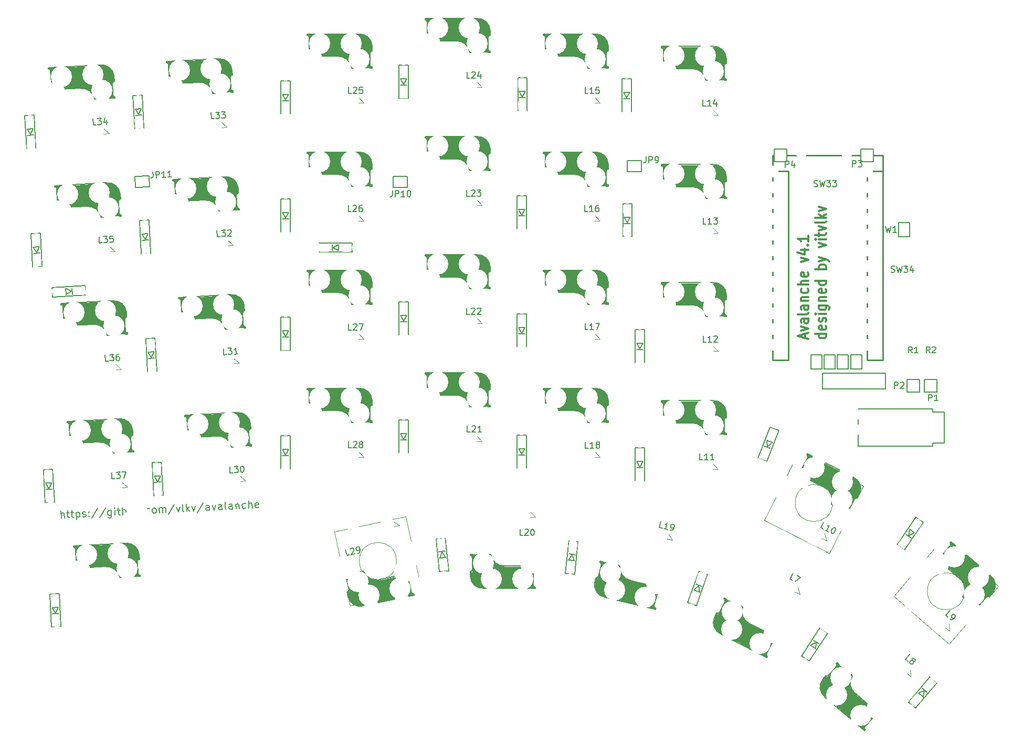
<source format=gto>
G04 #@! TF.GenerationSoftware,KiCad,Pcbnew,(5.1.12-1-10_14)*
G04 #@! TF.CreationDate,2021-11-28T14:18:10+00:00*
G04 #@! TF.ProjectId,avalanche-hotswap,6176616c-616e-4636-9865-2d686f747377,rev?*
G04 #@! TF.SameCoordinates,Original*
G04 #@! TF.FileFunction,Legend,Top*
G04 #@! TF.FilePolarity,Positive*
%FSLAX46Y46*%
G04 Gerber Fmt 4.6, Leading zero omitted, Abs format (unit mm)*
G04 Created by KiCad (PCBNEW (5.1.12-1-10_14)) date 2021-11-28 14:18:10*
%MOMM*%
%LPD*%
G01*
G04 APERTURE LIST*
%ADD10C,0.200000*%
%ADD11C,0.150000*%
%ADD12C,0.300000*%
%ADD13C,0.400000*%
%ADD14C,0.500000*%
%ADD15C,3.500000*%
%ADD16C,1.000000*%
%ADD17C,3.000000*%
%ADD18C,0.800000*%
%ADD19C,0.120000*%
%ADD20C,0.250000*%
%ADD21C,3.400000*%
%ADD22C,4.500000*%
%ADD23C,2.300000*%
%ADD24C,2.100000*%
%ADD25C,1.797000*%
%ADD26C,4.600000*%
%ADD27C,4.400000*%
%ADD28C,1.924000*%
%ADD29C,1.120000*%
%ADD30C,2.400000*%
%ADD31C,1.200000*%
%ADD32C,1.600000*%
G04 APERTURE END LIST*
D10*
X84374729Y-109412863D02*
X84311926Y-108214507D01*
X84888310Y-109385947D02*
X84855413Y-108758237D01*
X84792367Y-108647099D01*
X84675248Y-108596015D01*
X84504054Y-108604987D01*
X84392915Y-108668033D01*
X84338841Y-108728088D01*
X85245893Y-108566109D02*
X85702409Y-108542184D01*
X85396152Y-108157686D02*
X85449983Y-109184847D01*
X85513029Y-109295986D01*
X85630149Y-109347069D01*
X85744278Y-109341088D01*
X85930668Y-108530222D02*
X86387184Y-108506297D01*
X86080927Y-108121798D02*
X86134758Y-109148960D01*
X86197804Y-109260098D01*
X86314924Y-109311182D01*
X86429053Y-109305200D01*
X86786636Y-108485362D02*
X86849439Y-109683718D01*
X86789626Y-108542427D02*
X86900765Y-108479381D01*
X87129023Y-108467419D01*
X87246143Y-108518502D01*
X87306198Y-108572576D01*
X87369244Y-108683714D01*
X87387187Y-109026102D01*
X87336104Y-109143221D01*
X87282030Y-109203276D01*
X87170892Y-109266322D01*
X86942634Y-109278285D01*
X86825514Y-109227201D01*
X87852676Y-109173370D02*
X87969795Y-109224453D01*
X88198054Y-109212491D01*
X88309192Y-109149445D01*
X88360275Y-109032325D01*
X88357285Y-108975261D01*
X88294239Y-108864122D01*
X88177119Y-108813039D01*
X88005925Y-108822011D01*
X87888806Y-108770928D01*
X87825760Y-108659789D01*
X87822769Y-108602725D01*
X87873853Y-108485605D01*
X87984991Y-108422559D01*
X88156185Y-108413587D01*
X88273304Y-108464671D01*
X88876847Y-109062474D02*
X88936902Y-109116548D01*
X88882828Y-109176603D01*
X88822773Y-109122529D01*
X88876847Y-109062474D01*
X88882828Y-109176603D01*
X88843950Y-108434764D02*
X88904005Y-108488838D01*
X88849931Y-108548893D01*
X88789876Y-108494819D01*
X88843950Y-108434764D01*
X88849931Y-108548893D01*
X90243648Y-107846418D02*
X89297233Y-109440992D01*
X91499068Y-107780624D02*
X90552653Y-109375198D01*
X92436026Y-108189290D02*
X92486866Y-109159388D01*
X92435783Y-109276507D01*
X92381709Y-109336562D01*
X92270571Y-109399608D01*
X92099377Y-109408580D01*
X91982257Y-109357497D01*
X92474904Y-108931129D02*
X92363765Y-108994175D01*
X92135507Y-109006138D01*
X92018387Y-108955054D01*
X91958332Y-108900981D01*
X91895286Y-108789842D01*
X91877343Y-108447455D01*
X91928426Y-108330335D01*
X91982500Y-108270280D01*
X92093638Y-108207234D01*
X92321897Y-108195272D01*
X92439016Y-108246355D01*
X93048540Y-108958288D02*
X93006671Y-108159384D01*
X92985737Y-107759932D02*
X92931663Y-107819987D01*
X92991718Y-107874061D01*
X93045792Y-107814006D01*
X92985737Y-107759932D01*
X92991718Y-107874061D01*
X93406123Y-108138450D02*
X93862639Y-108114525D01*
X93556382Y-107730026D02*
X93610213Y-108757188D01*
X93673259Y-108868326D01*
X93790379Y-108919410D01*
X93904508Y-108913428D01*
X94303960Y-108892494D02*
X94241157Y-107694138D01*
X94817541Y-108865578D02*
X94784644Y-108237868D01*
X94721598Y-108126730D01*
X94604478Y-108075647D01*
X94433285Y-108084618D01*
X94322146Y-108147664D01*
X94268072Y-108207719D01*
X95859898Y-108009853D02*
X95901767Y-108808756D01*
X95346317Y-108036768D02*
X95379214Y-108664478D01*
X95442260Y-108775617D01*
X95559380Y-108826700D01*
X95730573Y-108817728D01*
X95841712Y-108754682D01*
X95895786Y-108694627D01*
X96472413Y-108778850D02*
X96409609Y-107580495D01*
X96433534Y-108037011D02*
X96544673Y-107973965D01*
X96772931Y-107962003D01*
X96890051Y-108013086D01*
X96950106Y-108067160D01*
X97013152Y-108178298D01*
X97031095Y-108520686D01*
X96980012Y-108637805D01*
X96925938Y-108697861D01*
X96814800Y-108760906D01*
X96586542Y-108772869D01*
X96469422Y-108721786D01*
X97550658Y-108607899D02*
X97610713Y-108661973D01*
X97556639Y-108722028D01*
X97496584Y-108667954D01*
X97550658Y-108607899D01*
X97556639Y-108722028D01*
X98637875Y-108608142D02*
X98526736Y-108671188D01*
X98298478Y-108683150D01*
X98181358Y-108632067D01*
X98121303Y-108577993D01*
X98058257Y-108466854D01*
X98040314Y-108124467D01*
X98091397Y-108007347D01*
X98145471Y-107947292D01*
X98256609Y-107884246D01*
X98484867Y-107872284D01*
X98601987Y-107923367D01*
X99325640Y-108629319D02*
X99208520Y-108578236D01*
X99148465Y-108524162D01*
X99085419Y-108413023D01*
X99067475Y-108070636D01*
X99118559Y-107953516D01*
X99172633Y-107893461D01*
X99283771Y-107830415D01*
X99454965Y-107821443D01*
X99572084Y-107872527D01*
X99632140Y-107926601D01*
X99695185Y-108037739D01*
X99713129Y-108380126D01*
X99662046Y-108497246D01*
X99607972Y-108557301D01*
X99496833Y-108620347D01*
X99325640Y-108629319D01*
X100238672Y-108581469D02*
X100196804Y-107782565D01*
X100202785Y-107896694D02*
X100256859Y-107836639D01*
X100367997Y-107773593D01*
X100539191Y-107764621D01*
X100656311Y-107815705D01*
X100719356Y-107926843D01*
X100752253Y-108554553D01*
X100719356Y-107926843D02*
X100770440Y-107809723D01*
X100881578Y-107746678D01*
X101052772Y-107737706D01*
X101169892Y-107788789D01*
X101232937Y-107899928D01*
X101265834Y-108527638D01*
X102626654Y-107197452D02*
X101680239Y-108792026D01*
X102935902Y-107639015D02*
X103263093Y-108422966D01*
X103506547Y-107609109D01*
X104176126Y-108375116D02*
X104059006Y-108324032D01*
X103995961Y-108212894D01*
X103942129Y-107185732D01*
X104632642Y-108351191D02*
X104569839Y-107152835D01*
X104722847Y-107888693D02*
X105089159Y-108327266D01*
X105047290Y-107528362D02*
X104614699Y-108008803D01*
X105446742Y-107507428D02*
X105773933Y-108291378D01*
X106017387Y-107477521D01*
X107305947Y-106952221D02*
X106359532Y-108546795D01*
X108284773Y-108159791D02*
X108251876Y-107532081D01*
X108188831Y-107420942D01*
X108071711Y-107369859D01*
X107843453Y-107381821D01*
X107732314Y-107444867D01*
X108281783Y-108102726D02*
X108170644Y-108165772D01*
X107885321Y-108180725D01*
X107768202Y-108129642D01*
X107705156Y-108018503D01*
X107699175Y-107904374D01*
X107750258Y-107787254D01*
X107861396Y-107724209D01*
X108146719Y-107709255D01*
X108257858Y-107646210D01*
X108699421Y-107336962D02*
X109026612Y-108120912D01*
X109270066Y-107307056D01*
X110282032Y-108055119D02*
X110249135Y-107427409D01*
X110186090Y-107316270D01*
X110068970Y-107265187D01*
X109840712Y-107277149D01*
X109729573Y-107340195D01*
X110279042Y-107998054D02*
X110167903Y-108061100D01*
X109882581Y-108076053D01*
X109765461Y-108024970D01*
X109702415Y-107913831D01*
X109696434Y-107799702D01*
X109747517Y-107682582D01*
X109858656Y-107619537D01*
X110143978Y-107604584D01*
X110255117Y-107541538D01*
X111023871Y-108016240D02*
X110906752Y-107965157D01*
X110843706Y-107854019D01*
X110789875Y-106826857D01*
X111993969Y-107965400D02*
X111961072Y-107337690D01*
X111898026Y-107226551D01*
X111780906Y-107175468D01*
X111552648Y-107187431D01*
X111441510Y-107250476D01*
X111990978Y-107908335D02*
X111879840Y-107971381D01*
X111594517Y-107986334D01*
X111477397Y-107935251D01*
X111414351Y-107824112D01*
X111408370Y-107709983D01*
X111459453Y-107592864D01*
X111570592Y-107529818D01*
X111855915Y-107514865D01*
X111967053Y-107451819D01*
X112522745Y-107136590D02*
X112564614Y-107935494D01*
X112528727Y-107250719D02*
X112582801Y-107190664D01*
X112693939Y-107127618D01*
X112865133Y-107118646D01*
X112982252Y-107169730D01*
X113045298Y-107280868D01*
X113078195Y-107908578D01*
X114159431Y-107794692D02*
X114048292Y-107857737D01*
X113820034Y-107869700D01*
X113702914Y-107818617D01*
X113642859Y-107764543D01*
X113579813Y-107653404D01*
X113561870Y-107311017D01*
X113612953Y-107193897D01*
X113667027Y-107133842D01*
X113778165Y-107070796D01*
X114006424Y-107058834D01*
X114123543Y-107109917D01*
X114676002Y-107824840D02*
X114613199Y-106626485D01*
X115189583Y-107797925D02*
X115156686Y-107170215D01*
X115093641Y-107059076D01*
X114976521Y-107007993D01*
X114805327Y-107016965D01*
X114694189Y-107080011D01*
X114640115Y-107140066D01*
X116213754Y-107687029D02*
X116102616Y-107750075D01*
X115874358Y-107762037D01*
X115757238Y-107710954D01*
X115694192Y-107599816D01*
X115670267Y-107143299D01*
X115721351Y-107026179D01*
X115832489Y-106963134D01*
X116060747Y-106951171D01*
X116177867Y-107002254D01*
X116240913Y-107113393D01*
X116246894Y-107227522D01*
X115682230Y-107371557D01*
D11*
X217362356Y-62335858D02*
X217600451Y-63335858D01*
X217790927Y-62621573D01*
X217981403Y-63335858D01*
X218219498Y-62335858D01*
X219124260Y-63335858D02*
X218552832Y-63335858D01*
X218838546Y-63335858D02*
X218838546Y-62335858D01*
X218743308Y-62478716D01*
X218648070Y-62573954D01*
X218552832Y-62621573D01*
D12*
X204395138Y-80415934D02*
X204395138Y-79701649D01*
X204880852Y-80558791D02*
X203180852Y-80058791D01*
X204880852Y-79558791D01*
X203747519Y-79201649D02*
X204880852Y-78844506D01*
X203747519Y-78487363D01*
X204880852Y-77273077D02*
X203990376Y-77273077D01*
X203828471Y-77344506D01*
X203747519Y-77487363D01*
X203747519Y-77773077D01*
X203828471Y-77915934D01*
X204799900Y-77273077D02*
X204880852Y-77415934D01*
X204880852Y-77773077D01*
X204799900Y-77915934D01*
X204637995Y-77987363D01*
X204476090Y-77987363D01*
X204314185Y-77915934D01*
X204233233Y-77773077D01*
X204233233Y-77415934D01*
X204152281Y-77273077D01*
X204880852Y-76344506D02*
X204799900Y-76487363D01*
X204637995Y-76558791D01*
X203180852Y-76558791D01*
X204880852Y-75130220D02*
X203990376Y-75130220D01*
X203828471Y-75201649D01*
X203747519Y-75344506D01*
X203747519Y-75630220D01*
X203828471Y-75773077D01*
X204799900Y-75130220D02*
X204880852Y-75273077D01*
X204880852Y-75630220D01*
X204799900Y-75773077D01*
X204637995Y-75844506D01*
X204476090Y-75844506D01*
X204314185Y-75773077D01*
X204233233Y-75630220D01*
X204233233Y-75273077D01*
X204152281Y-75130220D01*
X203747519Y-74415934D02*
X204880852Y-74415934D01*
X203909424Y-74415934D02*
X203828471Y-74344506D01*
X203747519Y-74201649D01*
X203747519Y-73987363D01*
X203828471Y-73844506D01*
X203990376Y-73773077D01*
X204880852Y-73773077D01*
X204799900Y-72415934D02*
X204880852Y-72558791D01*
X204880852Y-72844506D01*
X204799900Y-72987363D01*
X204718947Y-73058791D01*
X204557043Y-73130220D01*
X204071328Y-73130220D01*
X203909424Y-73058791D01*
X203828471Y-72987363D01*
X203747519Y-72844506D01*
X203747519Y-72558791D01*
X203828471Y-72415934D01*
X204880852Y-71773077D02*
X203180852Y-71773077D01*
X204880852Y-71130220D02*
X203990376Y-71130220D01*
X203828471Y-71201649D01*
X203747519Y-71344506D01*
X203747519Y-71558791D01*
X203828471Y-71701649D01*
X203909424Y-71773077D01*
X204799900Y-69844506D02*
X204880852Y-69987363D01*
X204880852Y-70273077D01*
X204799900Y-70415934D01*
X204637995Y-70487363D01*
X203990376Y-70487363D01*
X203828471Y-70415934D01*
X203747519Y-70273077D01*
X203747519Y-69987363D01*
X203828471Y-69844506D01*
X203990376Y-69773077D01*
X204152281Y-69773077D01*
X204314185Y-70487363D01*
X203747519Y-68130220D02*
X204880852Y-67773077D01*
X203747519Y-67415934D01*
X203747519Y-66201649D02*
X204880852Y-66201649D01*
X203099900Y-66558791D02*
X204314185Y-66915934D01*
X204314185Y-65987363D01*
X204718947Y-65415934D02*
X204799900Y-65344506D01*
X204880852Y-65415934D01*
X204799900Y-65487363D01*
X204718947Y-65415934D01*
X204880852Y-65415934D01*
X204880852Y-63915934D02*
X204880852Y-64773077D01*
X204880852Y-64344506D02*
X203180852Y-64344506D01*
X203423709Y-64487363D01*
X203585614Y-64630220D01*
X203666566Y-64773077D01*
X207730852Y-79701649D02*
X206030852Y-79701649D01*
X207649900Y-79701649D02*
X207730852Y-79844506D01*
X207730852Y-80130220D01*
X207649900Y-80273077D01*
X207568947Y-80344506D01*
X207407043Y-80415934D01*
X206921328Y-80415934D01*
X206759424Y-80344506D01*
X206678471Y-80273077D01*
X206597519Y-80130220D01*
X206597519Y-79844506D01*
X206678471Y-79701649D01*
X207649900Y-78415934D02*
X207730852Y-78558791D01*
X207730852Y-78844506D01*
X207649900Y-78987363D01*
X207487995Y-79058791D01*
X206840376Y-79058791D01*
X206678471Y-78987363D01*
X206597519Y-78844506D01*
X206597519Y-78558791D01*
X206678471Y-78415934D01*
X206840376Y-78344506D01*
X207002281Y-78344506D01*
X207164185Y-79058791D01*
X207649900Y-77773077D02*
X207730852Y-77630220D01*
X207730852Y-77344506D01*
X207649900Y-77201649D01*
X207487995Y-77130220D01*
X207407043Y-77130220D01*
X207245138Y-77201649D01*
X207164185Y-77344506D01*
X207164185Y-77558791D01*
X207083233Y-77701649D01*
X206921328Y-77773077D01*
X206840376Y-77773077D01*
X206678471Y-77701649D01*
X206597519Y-77558791D01*
X206597519Y-77344506D01*
X206678471Y-77201649D01*
X207730852Y-76487363D02*
X206597519Y-76487363D01*
X206030852Y-76487363D02*
X206111805Y-76558791D01*
X206192757Y-76487363D01*
X206111805Y-76415934D01*
X206030852Y-76487363D01*
X206192757Y-76487363D01*
X206597519Y-75130220D02*
X207973709Y-75130220D01*
X208135614Y-75201649D01*
X208216566Y-75273077D01*
X208297519Y-75415934D01*
X208297519Y-75630220D01*
X208216566Y-75773077D01*
X207649900Y-75130220D02*
X207730852Y-75273077D01*
X207730852Y-75558791D01*
X207649900Y-75701649D01*
X207568947Y-75773077D01*
X207407043Y-75844506D01*
X206921328Y-75844506D01*
X206759424Y-75773077D01*
X206678471Y-75701649D01*
X206597519Y-75558791D01*
X206597519Y-75273077D01*
X206678471Y-75130220D01*
X206597519Y-74415934D02*
X207730852Y-74415934D01*
X206759424Y-74415934D02*
X206678471Y-74344506D01*
X206597519Y-74201649D01*
X206597519Y-73987363D01*
X206678471Y-73844506D01*
X206840376Y-73773077D01*
X207730852Y-73773077D01*
X207649900Y-72487363D02*
X207730852Y-72630220D01*
X207730852Y-72915934D01*
X207649900Y-73058791D01*
X207487995Y-73130220D01*
X206840376Y-73130220D01*
X206678471Y-73058791D01*
X206597519Y-72915934D01*
X206597519Y-72630220D01*
X206678471Y-72487363D01*
X206840376Y-72415934D01*
X207002281Y-72415934D01*
X207164185Y-73130220D01*
X207730852Y-71130220D02*
X206030852Y-71130220D01*
X207649900Y-71130220D02*
X207730852Y-71273077D01*
X207730852Y-71558791D01*
X207649900Y-71701649D01*
X207568947Y-71773077D01*
X207407043Y-71844506D01*
X206921328Y-71844506D01*
X206759424Y-71773077D01*
X206678471Y-71701649D01*
X206597519Y-71558791D01*
X206597519Y-71273077D01*
X206678471Y-71130220D01*
X207730852Y-69273077D02*
X206030852Y-69273077D01*
X206678471Y-69273077D02*
X206597519Y-69130220D01*
X206597519Y-68844506D01*
X206678471Y-68701649D01*
X206759424Y-68630220D01*
X206921328Y-68558791D01*
X207407043Y-68558791D01*
X207568947Y-68630220D01*
X207649900Y-68701649D01*
X207730852Y-68844506D01*
X207730852Y-69130220D01*
X207649900Y-69273077D01*
X206597519Y-68058791D02*
X207730852Y-67701649D01*
X206597519Y-67344506D02*
X207730852Y-67701649D01*
X208135614Y-67844506D01*
X208216566Y-67915934D01*
X208297519Y-68058791D01*
X206597519Y-65773077D02*
X207730852Y-65415934D01*
X206597519Y-65058791D01*
X207730852Y-64487363D02*
X206597519Y-64487363D01*
X206030852Y-64487363D02*
X206111805Y-64558791D01*
X206192757Y-64487363D01*
X206111805Y-64415934D01*
X206030852Y-64487363D01*
X206192757Y-64487363D01*
X206597519Y-63987363D02*
X206597519Y-63415934D01*
X206030852Y-63773077D02*
X207487995Y-63773077D01*
X207649900Y-63701649D01*
X207730852Y-63558791D01*
X207730852Y-63415934D01*
X206597519Y-63058791D02*
X207730852Y-62701649D01*
X206597519Y-62344506D01*
X207730852Y-61558791D02*
X207649900Y-61701649D01*
X207487995Y-61773077D01*
X206030852Y-61773077D01*
X207730852Y-60987363D02*
X206030852Y-60987363D01*
X207083233Y-60844506D02*
X207730852Y-60415934D01*
X206597519Y-60415934D02*
X207245138Y-60987363D01*
X206597519Y-59915934D02*
X207730852Y-59558791D01*
X206597519Y-59201649D01*
D13*
X86688075Y-116605475D02*
X86724710Y-117304516D01*
X86557235Y-114108901D02*
X87955316Y-114035631D01*
D14*
X96910307Y-118673319D02*
X94214007Y-118814626D01*
D11*
X86365359Y-114269163D02*
X86347042Y-113919642D01*
X86347042Y-113919642D02*
X94735530Y-113480019D01*
X91528599Y-117253029D02*
X86535451Y-117514709D01*
X97120500Y-118862577D02*
X93844995Y-119034239D01*
X96932090Y-115267511D02*
X96984426Y-116266141D01*
X97120500Y-118862577D02*
X97101659Y-118503071D01*
X96901933Y-118513538D02*
X97101659Y-118503071D01*
X96754741Y-116278178D02*
X96871974Y-118515108D01*
X96984426Y-116266141D02*
X96784700Y-116276608D01*
X86565085Y-114258696D02*
X86365359Y-114269163D01*
X86702814Y-116504565D02*
X86585058Y-114257649D01*
X86483115Y-116516079D02*
X86682841Y-116505612D01*
X86535451Y-117514709D02*
X86483115Y-116516079D01*
D15*
X88438506Y-115612504D02*
X95129324Y-115261853D01*
D16*
X87077484Y-114482185D02*
X87208324Y-116978759D01*
D14*
X86819339Y-117199419D02*
X88217421Y-117126149D01*
D17*
X95183527Y-114958600D02*
X95300759Y-117195531D01*
D18*
X96495154Y-118394664D02*
X96400949Y-116597131D01*
D12*
X96879329Y-116171511D02*
X96832227Y-115272746D01*
D11*
X93840194Y-119012990D02*
G75*
G03*
X91528599Y-117253029I-2133115J-403663D01*
G01*
X96932092Y-115267511D02*
G75*
G03*
X94735530Y-113480019I-1992027J-204535D01*
G01*
D16*
X94218711Y-118592604D02*
G75*
G03*
X91907116Y-116832643I-2133115J-403663D01*
G01*
D11*
X84045829Y-121600653D02*
X82547885Y-121679157D01*
X84328443Y-126993253D02*
X84045829Y-121600653D01*
X82830499Y-127071757D02*
X84328443Y-126993253D01*
X82547885Y-121679157D02*
X82830499Y-127071757D01*
X82965017Y-124861688D02*
X83963647Y-124809352D01*
X83911311Y-123810722D02*
X83459098Y-124735657D01*
X82912681Y-123863058D02*
X83911311Y-123810722D01*
X83459098Y-124735657D02*
X82912681Y-123863058D01*
D12*
X191561030Y-36136300D02*
X191561031Y-35236301D01*
D18*
X191061031Y-38336300D02*
X191061031Y-36536300D01*
D17*
X189931031Y-34836300D02*
X189931031Y-37076300D01*
D14*
X181461031Y-36636300D02*
X182861031Y-36636300D01*
D16*
X181861031Y-33936300D02*
X181861031Y-36436300D01*
D15*
X183161031Y-35136300D02*
X189861031Y-35136300D01*
D11*
X181161031Y-36936300D02*
X181161031Y-35936300D01*
X181161031Y-35936300D02*
X181361031Y-35936300D01*
X181381031Y-35936300D02*
X181381031Y-33686300D01*
X181361031Y-33686300D02*
X181161031Y-33686300D01*
X191661031Y-36236300D02*
X191461031Y-36236300D01*
X191431031Y-36236300D02*
X191431031Y-38476300D01*
X191461031Y-38476300D02*
X191661031Y-38476300D01*
X191661031Y-38836300D02*
X191661031Y-38476300D01*
X191661031Y-35236300D02*
X191661031Y-36236300D01*
X191661031Y-38836300D02*
X188381031Y-38836300D01*
X186161031Y-36936300D02*
X181161031Y-36936300D01*
X181161031Y-33336300D02*
X189561031Y-33336299D01*
X181161031Y-33686300D02*
X181161031Y-33336300D01*
D14*
X191461031Y-38636300D02*
X188761031Y-38636300D01*
D13*
X181361031Y-33536300D02*
X182761031Y-33536300D01*
X181361031Y-36036300D02*
X181361031Y-36736300D01*
D11*
X188377349Y-38814829D02*
G75*
G03*
X186161031Y-36936300I-2151318J-291471D01*
G01*
X191661032Y-35236300D02*
G75*
G03*
X189561031Y-33336299I-2000001J-100000D01*
G01*
D16*
X188777349Y-38414829D02*
G75*
G03*
X186561031Y-36536300I-2151318J-291471D01*
G01*
D12*
X134411049Y-91286290D02*
X134411050Y-90386291D01*
D18*
X133911050Y-93486290D02*
X133911050Y-91686290D01*
D17*
X132781050Y-89986290D02*
X132781050Y-92226290D01*
D14*
X124311050Y-91786290D02*
X125711050Y-91786290D01*
D16*
X124711050Y-89086290D02*
X124711050Y-91586290D01*
D15*
X126011050Y-90286290D02*
X132711050Y-90286290D01*
D11*
X124011050Y-92086290D02*
X124011050Y-91086290D01*
X124011050Y-91086290D02*
X124211050Y-91086290D01*
X124231050Y-91086290D02*
X124231050Y-88836290D01*
X124211050Y-88836290D02*
X124011050Y-88836290D01*
X134511050Y-91386290D02*
X134311050Y-91386290D01*
X134281050Y-91386290D02*
X134281050Y-93626290D01*
X134311050Y-93626290D02*
X134511050Y-93626290D01*
X134511050Y-93986290D02*
X134511050Y-93626290D01*
X134511050Y-90386290D02*
X134511050Y-91386290D01*
X134511050Y-93986290D02*
X131231050Y-93986290D01*
X129011050Y-92086290D02*
X124011050Y-92086290D01*
X124011050Y-88486290D02*
X132411050Y-88486289D01*
X124011050Y-88836290D02*
X124011050Y-88486290D01*
D14*
X134311050Y-93786290D02*
X131611050Y-93786290D01*
D13*
X124211050Y-88686290D02*
X125611050Y-88686290D01*
X124211050Y-91186290D02*
X124211050Y-91886290D01*
D11*
X131227368Y-93964819D02*
G75*
G03*
X129011050Y-92086290I-2151318J-291471D01*
G01*
X134511051Y-90386290D02*
G75*
G03*
X132411050Y-88486289I-2000001J-100000D01*
G01*
D16*
X131627368Y-93564819D02*
G75*
G03*
X129411050Y-91686290I-2151318J-291471D01*
G01*
D11*
X213492606Y-85367158D02*
X211714606Y-85367158D01*
X213492606Y-83081158D02*
X213492606Y-85367158D01*
X211714606Y-83081158D02*
X213492606Y-83081158D01*
X211714606Y-85367158D02*
X211714606Y-83081158D01*
X211360223Y-85367151D02*
X209582223Y-85367151D01*
X211360223Y-83081151D02*
X211360223Y-85367151D01*
X209582223Y-83081151D02*
X211360223Y-83081151D01*
X209582223Y-85367151D02*
X209582223Y-83081151D01*
X209220229Y-85367153D02*
X207442229Y-85367153D01*
X209220229Y-83081153D02*
X209220229Y-85367153D01*
X207442229Y-83081153D02*
X209220229Y-83081153D01*
X207442229Y-85367153D02*
X207442229Y-83081153D01*
X207080226Y-85367149D02*
X205302226Y-85367149D01*
X207080226Y-83081149D02*
X207080226Y-85367149D01*
X205302226Y-83081149D02*
X207080226Y-83081149D01*
X205302226Y-85367149D02*
X205302226Y-83081149D01*
X217373603Y-88562151D02*
X217373603Y-86022151D01*
X207213603Y-88562151D02*
X217373603Y-88562151D01*
X207213603Y-86022151D02*
X207213603Y-88562151D01*
X217373603Y-86022151D02*
X207213603Y-86022151D01*
D19*
X152261038Y-97036262D02*
X151261038Y-96036262D01*
X151261038Y-97036262D02*
X152261038Y-97036262D01*
D12*
X172511030Y-72236268D02*
X172511031Y-71336269D01*
D18*
X172011031Y-74436268D02*
X172011031Y-72636268D01*
D17*
X170881031Y-70936268D02*
X170881031Y-73176268D01*
D14*
X162411031Y-72736268D02*
X163811031Y-72736268D01*
D16*
X162811031Y-70036268D02*
X162811031Y-72536268D01*
D15*
X164111031Y-71236268D02*
X170811031Y-71236268D01*
D11*
X162111031Y-73036268D02*
X162111031Y-72036268D01*
X162111031Y-72036268D02*
X162311031Y-72036268D01*
X162331031Y-72036268D02*
X162331031Y-69786268D01*
X162311031Y-69786268D02*
X162111031Y-69786268D01*
X172611031Y-72336268D02*
X172411031Y-72336268D01*
X172381031Y-72336268D02*
X172381031Y-74576268D01*
X172411031Y-74576268D02*
X172611031Y-74576268D01*
X172611031Y-74936268D02*
X172611031Y-74576268D01*
X172611031Y-71336268D02*
X172611031Y-72336268D01*
X172611031Y-74936268D02*
X169331031Y-74936268D01*
X167111031Y-73036268D02*
X162111031Y-73036268D01*
X162111031Y-69436268D02*
X170511031Y-69436267D01*
X162111031Y-69786268D02*
X162111031Y-69436268D01*
D14*
X172411031Y-74736268D02*
X169711031Y-74736268D01*
D13*
X162311031Y-69636268D02*
X163711031Y-69636268D01*
X162311031Y-72136268D02*
X162311031Y-72836268D01*
D11*
X169327349Y-74914797D02*
G75*
G03*
X167111031Y-73036268I-2151318J-291471D01*
G01*
X172611032Y-71336268D02*
G75*
G03*
X170511031Y-69436267I-2000001J-100000D01*
G01*
D16*
X169727349Y-74514797D02*
G75*
G03*
X167511031Y-72636268I-2151318J-291471D01*
G01*
D19*
X112098135Y-84483773D02*
X113096765Y-84431437D01*
X113096765Y-84431437D02*
X112045799Y-83485143D01*
X207838963Y-113093499D02*
X207401947Y-111748502D01*
X206947957Y-112639508D02*
X207838963Y-113093499D01*
X138944631Y-110600640D02*
X137758571Y-109830404D01*
X137966483Y-110808551D02*
X138944631Y-110600640D01*
X190361082Y-63486269D02*
X189361082Y-62486269D01*
X189361082Y-63486269D02*
X190361082Y-63486269D01*
X94071252Y-104504655D02*
X95069882Y-104452319D01*
X95069882Y-104452319D02*
X94018916Y-103506025D01*
X93074238Y-85480768D02*
X94072868Y-85428432D01*
X94072868Y-85428432D02*
X93021902Y-84482138D01*
X92077217Y-66456867D02*
X93075847Y-66404531D01*
X93075847Y-66404531D02*
X92024881Y-65458237D01*
X91080264Y-47432982D02*
X92078894Y-47380646D01*
X92078894Y-47380646D02*
X91027928Y-46434352D01*
X110104132Y-46435982D02*
X111102762Y-46383646D01*
X111102762Y-46383646D02*
X110051796Y-45437352D01*
X111101134Y-65459852D02*
X112099764Y-65407516D01*
X112099764Y-65407516D02*
X111048798Y-64461222D01*
X113095153Y-103507679D02*
X114093783Y-103455343D01*
X114093783Y-103455343D02*
X113042817Y-102509049D01*
X133211054Y-99586308D02*
X132211054Y-98586308D01*
X132211054Y-99586308D02*
X133211054Y-99586308D01*
X133211043Y-80536295D02*
X132211043Y-79536295D01*
X132211043Y-80536295D02*
X133211043Y-80536295D01*
X133211052Y-61486263D02*
X132211052Y-60486263D01*
X132211052Y-61486263D02*
X133211052Y-61486263D01*
X133211061Y-42436299D02*
X132211061Y-41436299D01*
X132211061Y-42436299D02*
X133211061Y-42436299D01*
X152261066Y-39936298D02*
X151261066Y-38936298D01*
X151261066Y-39936298D02*
X152261066Y-39936298D01*
X152261027Y-58986293D02*
X151261027Y-57986293D01*
X151261027Y-58986293D02*
X152261027Y-58986293D01*
X152261055Y-78036290D02*
X151261055Y-77036290D01*
X151261055Y-78036290D02*
X152261055Y-78036290D01*
X160881421Y-109270563D02*
X159881421Y-108270563D01*
X159881421Y-109270563D02*
X160881421Y-109270563D01*
X182929769Y-112976265D02*
X182190844Y-111770449D01*
X181957399Y-112742819D02*
X182929769Y-112976265D01*
X171311087Y-99586269D02*
X170311087Y-98586269D01*
X170311087Y-99586269D02*
X171311087Y-99586269D01*
X171311068Y-80536272D02*
X170311068Y-79536272D01*
X170311068Y-80536272D02*
X171311068Y-80536272D01*
X171311050Y-61486293D02*
X170311050Y-60486293D01*
X170311050Y-61486293D02*
X171311050Y-61486293D01*
X171311054Y-42436280D02*
X170311054Y-41436280D01*
X170311054Y-42436280D02*
X171311054Y-42436280D01*
X190361067Y-44436291D02*
X189361067Y-43436291D01*
X189361067Y-44436291D02*
X190361067Y-44436291D01*
X190361066Y-82536271D02*
X189361066Y-81536271D01*
X189361066Y-82536271D02*
X190361066Y-82536271D01*
X227661582Y-127658819D02*
X227550624Y-126248965D01*
X226901176Y-127009371D02*
X227661582Y-127658819D01*
X203522131Y-121721788D02*
X203085115Y-120376791D01*
X202631125Y-121267797D02*
X203522131Y-121721788D01*
X221435617Y-135008032D02*
X221324659Y-133598178D01*
X220675211Y-134358584D02*
X221435617Y-135008032D01*
X190361072Y-101536290D02*
X189361072Y-100536290D01*
X189361072Y-101536290D02*
X190361072Y-101536290D01*
D12*
X172511047Y-91286279D02*
X172511048Y-90386280D01*
D18*
X172011048Y-93486279D02*
X172011048Y-91686279D01*
D17*
X170881048Y-89986279D02*
X170881048Y-92226279D01*
D14*
X162411048Y-91786279D02*
X163811048Y-91786279D01*
D16*
X162811048Y-89086279D02*
X162811048Y-91586279D01*
D15*
X164111048Y-90286279D02*
X170811048Y-90286279D01*
D11*
X162111048Y-92086279D02*
X162111048Y-91086279D01*
X162111048Y-91086279D02*
X162311048Y-91086279D01*
X162331048Y-91086279D02*
X162331048Y-88836279D01*
X162311048Y-88836279D02*
X162111048Y-88836279D01*
X172611048Y-91386279D02*
X172411048Y-91386279D01*
X172381048Y-91386279D02*
X172381048Y-93626279D01*
X172411048Y-93626279D02*
X172611048Y-93626279D01*
X172611048Y-93986279D02*
X172611048Y-93626279D01*
X172611048Y-90386279D02*
X172611048Y-91386279D01*
X172611048Y-93986279D02*
X169331048Y-93986279D01*
X167111048Y-92086279D02*
X162111048Y-92086279D01*
X162111048Y-88486279D02*
X170511048Y-88486278D01*
X162111048Y-88836279D02*
X162111048Y-88486279D01*
D14*
X172411048Y-93786279D02*
X169711048Y-93786279D01*
D13*
X162311048Y-88686279D02*
X163711048Y-88686279D01*
X162311048Y-91186279D02*
X162311048Y-91886279D01*
D11*
X169327366Y-93964808D02*
G75*
G03*
X167111048Y-92086279I-2151318J-291471D01*
G01*
X172611049Y-90386279D02*
G75*
G03*
X170511048Y-88486278I-2000001J-100000D01*
G01*
D16*
X169727366Y-93564808D02*
G75*
G03*
X167511048Y-91686279I-2151318J-291471D01*
G01*
D13*
X101675467Y-38466159D02*
X101712102Y-39165200D01*
X101544627Y-35969585D02*
X102942708Y-35896315D01*
D14*
X111897699Y-40534003D02*
X109201399Y-40675310D01*
D11*
X101352751Y-36129847D02*
X101334434Y-35780326D01*
X101334434Y-35780326D02*
X109722922Y-35340703D01*
X106515991Y-39113713D02*
X101522843Y-39375393D01*
X112107892Y-40723261D02*
X108832387Y-40894923D01*
X111919482Y-37128195D02*
X111971818Y-38126825D01*
X112107892Y-40723261D02*
X112089051Y-40363755D01*
X111889325Y-40374222D02*
X112089051Y-40363755D01*
X111742133Y-38138862D02*
X111859366Y-40375792D01*
X111971818Y-38126825D02*
X111772092Y-38137292D01*
X101552477Y-36119380D02*
X101352751Y-36129847D01*
X101690206Y-38365249D02*
X101572450Y-36118333D01*
X101470507Y-38376763D02*
X101670233Y-38366296D01*
X101522843Y-39375393D02*
X101470507Y-38376763D01*
D15*
X103425898Y-37473188D02*
X110116716Y-37122537D01*
D16*
X102064876Y-36342869D02*
X102195716Y-38839443D01*
D14*
X101806731Y-39060103D02*
X103204813Y-38986833D01*
D17*
X110170919Y-36819284D02*
X110288151Y-39056215D01*
D18*
X111482546Y-40255348D02*
X111388341Y-38457815D01*
D12*
X111866721Y-38032195D02*
X111819619Y-37133430D01*
D16*
X109206103Y-40453288D02*
G75*
G03*
X106894508Y-38693327I-2133115J-403663D01*
G01*
D11*
X111919484Y-37128195D02*
G75*
G03*
X109722922Y-35340703I-1992027J-204535D01*
G01*
X108827586Y-40873674D02*
G75*
G03*
X106515991Y-39113713I-2133115J-403663D01*
G01*
X201413428Y-49931537D02*
X199413428Y-49931537D01*
X201413428Y-51931537D02*
X201413428Y-49931537D01*
X199413428Y-51931537D02*
X201413428Y-51931537D01*
X199413428Y-49931537D02*
X199413428Y-51931537D01*
X215354615Y-49931520D02*
X213354615Y-49931520D01*
X215354615Y-51931520D02*
X215354615Y-49931520D01*
X213354615Y-51931520D02*
X215354615Y-51931520D01*
X213354615Y-49931520D02*
X213354615Y-51931520D01*
X223622634Y-89094294D02*
X225622634Y-89094294D01*
X223622634Y-87094294D02*
X223622634Y-89094294D01*
X225622634Y-87094294D02*
X223622634Y-87094294D01*
X225622634Y-89094294D02*
X225622634Y-87094294D01*
X220822605Y-89094276D02*
X222822605Y-89094276D01*
X220822605Y-87094276D02*
X220822605Y-89094276D01*
X222822605Y-87094276D02*
X220822605Y-87094276D01*
X222822605Y-89094276D02*
X222822605Y-87094276D01*
D12*
X191561031Y-93286299D02*
X191561032Y-92386300D01*
D18*
X191061032Y-95486299D02*
X191061032Y-93686299D01*
D17*
X189931032Y-91986299D02*
X189931032Y-94226299D01*
D14*
X181461032Y-93786299D02*
X182861032Y-93786299D01*
D16*
X181861032Y-91086299D02*
X181861032Y-93586299D01*
D15*
X183161032Y-92286299D02*
X189861032Y-92286299D01*
D11*
X181161032Y-94086299D02*
X181161032Y-93086299D01*
X181161032Y-93086299D02*
X181361032Y-93086299D01*
X181381032Y-93086299D02*
X181381032Y-90836299D01*
X181361032Y-90836299D02*
X181161032Y-90836299D01*
X191661032Y-93386299D02*
X191461032Y-93386299D01*
X191431032Y-93386299D02*
X191431032Y-95626299D01*
X191461032Y-95626299D02*
X191661032Y-95626299D01*
X191661032Y-95986299D02*
X191661032Y-95626299D01*
X191661032Y-92386299D02*
X191661032Y-93386299D01*
X191661032Y-95986299D02*
X188381032Y-95986299D01*
X186161032Y-94086299D02*
X181161032Y-94086299D01*
X181161032Y-90486299D02*
X189561032Y-90486298D01*
X181161032Y-90836299D02*
X181161032Y-90486299D01*
D14*
X191461032Y-95786299D02*
X188761032Y-95786299D01*
D13*
X181361032Y-90686299D02*
X182761032Y-90686299D01*
X181361032Y-93186299D02*
X181361032Y-93886299D01*
D11*
X188377350Y-95964828D02*
G75*
G03*
X186161032Y-94086299I-2151318J-291471D01*
G01*
X191661033Y-92386299D02*
G75*
G03*
X189561032Y-90486298I-2000001J-100000D01*
G01*
D16*
X188777350Y-95564828D02*
G75*
G03*
X186561032Y-93686299I-2151318J-291471D01*
G01*
D13*
X143261046Y-88678793D02*
X143261046Y-89378793D01*
X143261046Y-86178793D02*
X144661046Y-86178793D01*
D14*
X153361046Y-91278793D02*
X150661046Y-91278793D01*
D11*
X143061046Y-86328793D02*
X143061046Y-85978793D01*
X143061046Y-85978793D02*
X151461046Y-85978792D01*
X148061046Y-89578793D02*
X143061046Y-89578793D01*
X153561046Y-91478793D02*
X150281046Y-91478793D01*
X153561046Y-87878793D02*
X153561046Y-88878793D01*
X153561046Y-91478793D02*
X153561046Y-91118793D01*
X153361046Y-91118793D02*
X153561046Y-91118793D01*
X153331046Y-88878793D02*
X153331046Y-91118793D01*
X153561046Y-88878793D02*
X153361046Y-88878793D01*
X143261046Y-86328793D02*
X143061046Y-86328793D01*
X143281046Y-88578793D02*
X143281046Y-86328793D01*
X143061046Y-88578793D02*
X143261046Y-88578793D01*
X143061046Y-89578793D02*
X143061046Y-88578793D01*
D15*
X145061046Y-87778793D02*
X151761046Y-87778793D01*
D16*
X143761046Y-86578793D02*
X143761046Y-89078793D01*
D14*
X143361046Y-89278793D02*
X144761046Y-89278793D01*
D17*
X151831046Y-87478793D02*
X151831046Y-89718793D01*
D18*
X152961046Y-90978793D02*
X152961046Y-89178793D01*
D12*
X153461045Y-88778793D02*
X153461046Y-87878794D01*
D16*
X150677364Y-91057322D02*
G75*
G03*
X148461046Y-89178793I-2151318J-291471D01*
G01*
D11*
X153561047Y-87878793D02*
G75*
G03*
X151461046Y-85978792I-2000001J-100000D01*
G01*
X150277364Y-91457322D02*
G75*
G03*
X148061046Y-89578793I-2151318J-291471D01*
G01*
D12*
X207847219Y-134844822D02*
X207262715Y-135529186D01*
D18*
X209656207Y-133496652D02*
X208487200Y-134865383D01*
D17*
X208242397Y-136891949D02*
X209697161Y-135188640D01*
D14*
X215852042Y-141024043D02*
X214787474Y-140114816D01*
D16*
X213794370Y-142817360D02*
X215417990Y-140916345D01*
D15*
X213585180Y-141060591D02*
X208490460Y-136709289D01*
D11*
X216274998Y-140990756D02*
X215625550Y-141751162D01*
X215625550Y-141751162D02*
X215473469Y-141621272D01*
X215458261Y-141608283D02*
X213997003Y-143319197D01*
X214012211Y-143332186D02*
X214164292Y-143462075D01*
X207836122Y-134703836D02*
X207988203Y-134833725D01*
X208011015Y-134853209D02*
X209465779Y-133149899D01*
X209442967Y-133130416D02*
X209290886Y-133000526D01*
X209524687Y-132726780D02*
X209290886Y-133000526D01*
X207186674Y-135464242D02*
X207836122Y-134703836D01*
X209524687Y-132726780D02*
X212018819Y-134856970D01*
X212472968Y-137743516D02*
X216274998Y-140990756D01*
X213936985Y-143728217D02*
X207549575Y-138272855D01*
X214164292Y-143462075D02*
X213936985Y-143728217D01*
D14*
X209546879Y-133008751D02*
X211599975Y-134762261D01*
D13*
X213914794Y-143446247D02*
X212850225Y-142537019D01*
X215538414Y-141545232D02*
X215993027Y-141012948D01*
D11*
X212007674Y-134875688D02*
G75*
G03*
X212472968Y-137743516I1825170J-1175533D01*
G01*
X207186673Y-135464241D02*
G75*
G03*
X207549575Y-138272855I1585758J-1222856D01*
G01*
D16*
X211443733Y-134920071D02*
G75*
G03*
X211909027Y-137787899I1825170J-1175533D01*
G01*
D12*
X150472374Y-117960398D02*
X150472373Y-118860397D01*
D18*
X150972373Y-115760398D02*
X150972373Y-117560398D01*
D17*
X152102373Y-119260398D02*
X152102373Y-117020398D01*
D14*
X160572373Y-117460398D02*
X159172373Y-117460398D01*
D16*
X160172373Y-120160398D02*
X160172373Y-117660398D01*
D15*
X158872373Y-118960398D02*
X152172373Y-118960398D01*
D11*
X160872373Y-117160398D02*
X160872373Y-118160398D01*
X160872373Y-118160398D02*
X160672373Y-118160398D01*
X160652373Y-118160398D02*
X160652373Y-120410398D01*
X160672373Y-120410398D02*
X160872373Y-120410398D01*
X150372373Y-117860398D02*
X150572373Y-117860398D01*
X150602373Y-117860398D02*
X150602373Y-115620398D01*
X150572373Y-115620398D02*
X150372373Y-115620398D01*
X150372373Y-115260398D02*
X150372373Y-115620398D01*
X150372373Y-118860398D02*
X150372373Y-117860398D01*
X150372373Y-115260398D02*
X153652373Y-115260398D01*
X155872373Y-117160398D02*
X160872373Y-117160398D01*
X160872373Y-120760398D02*
X152472373Y-120760399D01*
X160872373Y-120410398D02*
X160872373Y-120760398D01*
D14*
X150572373Y-115460398D02*
X153272373Y-115460398D01*
D13*
X160672373Y-120560398D02*
X159272373Y-120560398D01*
X160672373Y-118060398D02*
X160672373Y-117360398D01*
D11*
X153656055Y-115281869D02*
G75*
G03*
X155872373Y-117160398I2151318J291471D01*
G01*
X150372372Y-118860398D02*
G75*
G03*
X152472373Y-120760399I2000001J100000D01*
G01*
D16*
X153256055Y-115681869D02*
G75*
G03*
X155472373Y-117560398I2151318J291471D01*
G01*
D13*
X226284485Y-115413245D02*
X225829872Y-115945529D01*
X227908105Y-113512230D02*
X228972674Y-114421458D01*
D14*
X232276020Y-123949726D02*
X230222924Y-122196216D01*
D11*
X227658607Y-113496402D02*
X227885914Y-113230260D01*
X227885914Y-113230260D02*
X234273324Y-118685622D01*
X229349931Y-119214961D02*
X225547901Y-115967721D01*
X232298212Y-124231697D02*
X229804080Y-122101507D01*
X234636225Y-121494235D02*
X233986777Y-122254641D01*
X232298212Y-124231697D02*
X232532013Y-123957951D01*
X232379932Y-123828061D02*
X232532013Y-123957951D01*
X233811884Y-122105268D02*
X232357120Y-123808578D01*
X233986777Y-122254641D02*
X233834696Y-122124752D01*
X227810688Y-113626291D02*
X227658607Y-113496402D01*
X226364638Y-115350194D02*
X227825896Y-113639280D01*
X226197349Y-115207315D02*
X226349430Y-115337205D01*
X225547901Y-115967721D02*
X226197349Y-115207315D01*
D15*
X228237719Y-115897886D02*
X233332439Y-120249188D01*
D16*
X228028529Y-114141117D02*
X226404909Y-116042132D01*
D14*
X225970857Y-115934434D02*
X227035425Y-116843661D01*
D17*
X233580502Y-120066528D02*
X232125738Y-121769837D01*
D18*
X232166692Y-123461825D02*
X233335699Y-122093094D01*
D12*
X233975680Y-122113655D02*
X234560184Y-121429291D01*
D11*
X229815225Y-122082789D02*
G75*
G03*
X229349931Y-119214961I-1825170J1175533D01*
G01*
X234636226Y-121494236D02*
G75*
G03*
X234273324Y-118685622I-1585758J1222856D01*
G01*
D16*
X230379166Y-122038406D02*
G75*
G03*
X229913872Y-119170578I-1825170J1175533D01*
G01*
D19*
X230097424Y-121236400D02*
G75*
G03*
X230097424Y-121236400I-3000000J0D01*
G01*
X223909925Y-115883845D02*
X226572662Y-112766180D01*
X235545452Y-120429667D02*
X232882715Y-123547332D01*
X230284923Y-126588955D02*
X227622186Y-129706620D01*
X221312133Y-118925468D02*
X218649396Y-122043133D01*
X218649396Y-122043133D02*
X227622186Y-129706620D01*
X226572662Y-112766180D02*
X228397636Y-114324855D01*
X230070529Y-115753641D02*
X232047585Y-117442206D01*
X233720478Y-118870992D02*
X235545452Y-120429667D01*
X226717221Y-120911676D02*
X227477627Y-121561124D01*
X226772700Y-121616603D02*
X227422148Y-120856197D01*
D11*
X223466970Y-110134438D02*
X222230781Y-109284829D01*
X220408377Y-114584719D02*
X223466970Y-110134438D01*
X219172188Y-113735110D02*
X220408377Y-114584719D01*
X222230781Y-109284829D02*
X219172188Y-113735110D01*
X220624313Y-112063634D02*
X221448439Y-112630040D01*
X222014845Y-111805914D02*
X221093017Y-112264424D01*
X221190719Y-111239508D02*
X222014845Y-111805914D01*
X221093017Y-112264424D02*
X221190719Y-111239508D01*
D13*
X140581138Y-119254494D02*
X140435600Y-118569791D01*
X141100917Y-121699863D02*
X139731511Y-121990940D01*
D14*
X130161277Y-118811219D02*
X132802275Y-118249857D01*
D11*
X141265360Y-121511559D02*
X141338129Y-121853910D01*
X141338129Y-121853910D02*
X133121689Y-123600370D01*
X135698909Y-119372137D02*
X140589647Y-118332579D01*
X129924065Y-118657171D02*
X133132389Y-117975221D01*
X130672547Y-122178503D02*
X130464635Y-121200355D01*
X129924065Y-118657171D02*
X129998913Y-119009304D01*
X130194543Y-118967722D02*
X129998913Y-119009304D01*
X130689609Y-121152535D02*
X130223887Y-118961485D01*
X130464635Y-121200355D02*
X130660265Y-121158773D01*
X141069731Y-121553141D02*
X141265360Y-121511559D01*
X140582366Y-119356467D02*
X141050168Y-121557299D01*
X140797559Y-119310727D02*
X140601929Y-119352309D01*
X140589647Y-118332579D02*
X140797559Y-119310727D01*
D15*
X139007593Y-120509068D02*
X132454004Y-121902076D01*
D16*
X140528679Y-121412560D02*
X140008900Y-118967191D01*
D14*
X140358576Y-118688397D02*
X138989170Y-118979473D01*
D17*
X132447907Y-122210075D02*
X131982185Y-120019024D01*
D18*
X130614909Y-119021498D02*
X130989150Y-120782164D01*
D12*
X130583242Y-121277378D02*
X130770362Y-122157711D01*
D11*
X133140455Y-117995456D02*
G75*
G03*
X135698909Y-119372137I2043706J732385D01*
G01*
X130672546Y-122178503D02*
G75*
G03*
X133121689Y-123600370I1935505J513638D01*
G01*
D16*
X132832361Y-118469880D02*
G75*
G03*
X135390815Y-119846561I2043706J732385D01*
G01*
D11*
X145828567Y-114934207D02*
X146419903Y-115777013D01*
X146419903Y-115777013D02*
X145425381Y-115881541D01*
X145425381Y-115881541D02*
X145828567Y-114934207D01*
X146315375Y-114782491D02*
X145320853Y-114887019D01*
X146898496Y-117938829D02*
X146334043Y-112568411D01*
X146334043Y-112568411D02*
X144842260Y-112725203D01*
X144842260Y-112725203D02*
X145406713Y-118095621D01*
X145406713Y-118095621D02*
X146898496Y-117938829D01*
D12*
X190241118Y-124723233D02*
X189832526Y-125525138D01*
D18*
X191685400Y-122990014D02*
X190868217Y-124593826D01*
D17*
X191103270Y-126621546D02*
X192120209Y-124625691D01*
D14*
X199467278Y-128863034D02*
X198219869Y-128227447D01*
D16*
X197885101Y-131087155D02*
X199020078Y-128859639D01*
D15*
X197271582Y-129427760D02*
X191301838Y-126386023D01*
D11*
X199870778Y-128731929D02*
X199416787Y-129622935D01*
X199416787Y-129622935D02*
X199238586Y-129532137D01*
X199220766Y-129523057D02*
X198199287Y-131527822D01*
X198217107Y-131536902D02*
X198395308Y-131627700D01*
X190197416Y-124588733D02*
X190375617Y-124679531D01*
X190402347Y-124693151D02*
X191419286Y-122697296D01*
X191392556Y-122683677D02*
X191214354Y-122592879D01*
X191377791Y-122272116D02*
X191214354Y-122592879D01*
X189743425Y-125479740D02*
X190197416Y-124588733D01*
X191377791Y-122272116D02*
X194300292Y-123761205D01*
X195415745Y-126461976D02*
X199870778Y-128731929D01*
X198236412Y-131939552D02*
X190751956Y-128126033D01*
X198395308Y-131627700D02*
X198236412Y-131939552D01*
D14*
X191465194Y-122541116D02*
X193870912Y-123766890D01*
D13*
X198149009Y-131670553D02*
X196901599Y-131034966D01*
X199283985Y-129443037D02*
X199601778Y-128819332D01*
D11*
X194293826Y-123782007D02*
G75*
G03*
X195415745Y-126461976I2049163J-716976D01*
G01*
X189743424Y-125479739D02*
G75*
G03*
X190751956Y-128126033I1827413J-818881D01*
G01*
D16*
X193755826Y-123956813D02*
G75*
G03*
X194877746Y-126636783I2049164J-716976D01*
G01*
D12*
X170756940Y-119001001D02*
X170546838Y-119876133D01*
D18*
X171756704Y-116978509D02*
X171336502Y-118728775D01*
D17*
X172038423Y-120645597D02*
X172561341Y-118467489D01*
D14*
X180694598Y-120872614D02*
X179333280Y-120545790D01*
D16*
X179675348Y-123404634D02*
X180258961Y-120973710D01*
D15*
X178691401Y-121934312D02*
X172176523Y-120370228D01*
D11*
X181056343Y-120650936D02*
X180822897Y-121623306D01*
X180822897Y-121623306D02*
X180628423Y-121576617D01*
X180608976Y-121571948D02*
X180083724Y-123759781D01*
X180103171Y-123764450D02*
X180297645Y-123811139D01*
X170683047Y-118880419D02*
X170877521Y-118927108D01*
X170906692Y-118934111D02*
X171429609Y-116756003D01*
X171400438Y-116749000D02*
X171205964Y-116702310D01*
X171290005Y-116352257D02*
X171205964Y-116702310D01*
X170449601Y-119852789D02*
X170683047Y-118880419D01*
X171290005Y-116352257D02*
X174479378Y-117117958D01*
X176194493Y-119483710D02*
X181056343Y-120650936D01*
X180215939Y-124151468D02*
X172048032Y-122190528D01*
X180297645Y-123811139D02*
X180215939Y-124151468D01*
D14*
X171437789Y-116593420D02*
X174063188Y-117223723D01*
D13*
X180068154Y-123910305D02*
X178706836Y-123583482D01*
X180651768Y-121479380D02*
X180815179Y-120798721D01*
D11*
X174477945Y-117139695D02*
G75*
G03*
X176194493Y-119483710I2159920J-218798D01*
G01*
X170449601Y-119852789D02*
G75*
G03*
X172048032Y-122190528I1968085J-369654D01*
G01*
D16*
X173995620Y-117435265D02*
G75*
G03*
X175712167Y-119779279I2159919J-218798D01*
G01*
D13*
X83648570Y-58487065D02*
X83685205Y-59186106D01*
X83517730Y-55990491D02*
X84915811Y-55917221D01*
D14*
X93870802Y-60554909D02*
X91174502Y-60696216D01*
D11*
X83325854Y-56150753D02*
X83307537Y-55801232D01*
X83307537Y-55801232D02*
X91696025Y-55361609D01*
X88489094Y-59134619D02*
X83495946Y-59396299D01*
X94080995Y-60744167D02*
X90805490Y-60915829D01*
X93892585Y-57149101D02*
X93944921Y-58147731D01*
X94080995Y-60744167D02*
X94062154Y-60384661D01*
X93862428Y-60395128D02*
X94062154Y-60384661D01*
X93715236Y-58159768D02*
X93832469Y-60396698D01*
X93944921Y-58147731D02*
X93745195Y-58158198D01*
X83525580Y-56140286D02*
X83325854Y-56150753D01*
X83663309Y-58386155D02*
X83545553Y-56139239D01*
X83443610Y-58397669D02*
X83643336Y-58387202D01*
X83495946Y-59396299D02*
X83443610Y-58397669D01*
D15*
X85399001Y-57494094D02*
X92089819Y-57143443D01*
D16*
X84037979Y-56363775D02*
X84168819Y-58860349D01*
D14*
X83779834Y-59081009D02*
X85177916Y-59007739D01*
D17*
X92144022Y-56840190D02*
X92261254Y-59077121D01*
D18*
X93455649Y-60276254D02*
X93361444Y-58478721D01*
D12*
X93839824Y-58053101D02*
X93792722Y-57154336D01*
D16*
X91179206Y-60474194D02*
G75*
G03*
X88867611Y-58714233I-2133115J-403663D01*
G01*
D11*
X93892587Y-57149101D02*
G75*
G03*
X91696025Y-55361609I-1992027J-204535D01*
G01*
X90800689Y-60894580D02*
G75*
G03*
X88489094Y-59134619I-2133115J-403663D01*
G01*
D13*
X103669479Y-76513962D02*
X103706114Y-77213003D01*
X103538639Y-74017388D02*
X104936720Y-73944118D01*
D14*
X113891711Y-78581806D02*
X111195411Y-78723113D01*
D11*
X103346763Y-74177650D02*
X103328446Y-73828129D01*
X103328446Y-73828129D02*
X111716934Y-73388506D01*
X108510003Y-77161516D02*
X103516855Y-77423196D01*
X114101904Y-78771064D02*
X110826399Y-78942726D01*
X113913494Y-75175998D02*
X113965830Y-76174628D01*
X114101904Y-78771064D02*
X114083063Y-78411558D01*
X113883337Y-78422025D02*
X114083063Y-78411558D01*
X113736145Y-76186665D02*
X113853378Y-78423595D01*
X113965830Y-76174628D02*
X113766104Y-76185095D01*
X103546489Y-74167183D02*
X103346763Y-74177650D01*
X103684218Y-76413052D02*
X103566462Y-74166136D01*
X103464519Y-76424566D02*
X103664245Y-76414099D01*
X103516855Y-77423196D02*
X103464519Y-76424566D01*
D15*
X105419910Y-75520991D02*
X112110728Y-75170340D01*
D16*
X104058888Y-74390672D02*
X104189728Y-76887246D01*
D14*
X103800743Y-77107906D02*
X105198825Y-77034636D01*
D17*
X112164931Y-74867087D02*
X112282163Y-77104018D01*
D18*
X113476558Y-78303151D02*
X113382353Y-76505618D01*
D12*
X113860733Y-76079998D02*
X113813631Y-75181233D01*
D16*
X111200115Y-78501091D02*
G75*
G03*
X108888520Y-76741130I-2133115J-403663D01*
G01*
D11*
X113913496Y-75175998D02*
G75*
G03*
X111716934Y-73388506I-1992027J-204535D01*
G01*
X110821598Y-78921477D02*
G75*
G03*
X108510003Y-77161516I-2133115J-403663D01*
G01*
X223605251Y-137250591D02*
X223400951Y-138259680D01*
X223400951Y-138259680D02*
X222640545Y-137610232D01*
X222640545Y-137610232D02*
X223605251Y-137250591D01*
X224050399Y-137499274D02*
X223289993Y-136849826D01*
X222162267Y-140094935D02*
X225669286Y-135988743D01*
X225669286Y-135988743D02*
X224528677Y-135014571D01*
X224528677Y-135014571D02*
X221021658Y-139120763D01*
X221021658Y-139120763D02*
X222162267Y-140094935D01*
X206132073Y-129471265D02*
X206061233Y-130498388D01*
X206061233Y-130498388D02*
X205222562Y-129953749D01*
X205222562Y-129953749D02*
X206132073Y-129471265D01*
X206605872Y-129659717D02*
X205767201Y-129115078D01*
X205072695Y-132479623D02*
X208013745Y-127950802D01*
X208013745Y-127950802D02*
X206755739Y-127133843D01*
X206755739Y-127133843D02*
X203814689Y-131662664D01*
X203814689Y-131662664D02*
X205072695Y-132479623D01*
X187179271Y-120355757D02*
X187350165Y-121371038D01*
X187350165Y-121371038D02*
X186407524Y-121037231D01*
X186407524Y-121037231D02*
X187179271Y-120355757D01*
X187683972Y-120428397D02*
X186741331Y-120094590D01*
X186851451Y-123528301D02*
X188654008Y-118438037D01*
X188654008Y-118438037D02*
X187240045Y-117937327D01*
X187240045Y-117937327D02*
X185437488Y-123027591D01*
X185437488Y-123027591D02*
X186851451Y-123528301D01*
X166764329Y-115360486D02*
X167167515Y-116307820D01*
X167167515Y-116307820D02*
X166172993Y-116203292D01*
X166172993Y-116203292D02*
X166764329Y-115360486D01*
X167272043Y-115313298D02*
X166277521Y-115208770D01*
X167186183Y-118521900D02*
X167750636Y-113151482D01*
X167750636Y-113151482D02*
X166258853Y-112994690D01*
X166258853Y-112994690D02*
X165694400Y-118365108D01*
X165694400Y-118365108D02*
X167186183Y-118521900D01*
X198306200Y-97904288D02*
X198161941Y-96884882D01*
X198161941Y-96884882D02*
X199095521Y-97243250D01*
X199095521Y-97243250D02*
X198306200Y-97904288D01*
X197803573Y-97818462D02*
X198737153Y-98176830D01*
X198716955Y-94741413D02*
X196781768Y-99782747D01*
X196781768Y-99782747D02*
X198182139Y-100320299D01*
X198182139Y-100320299D02*
X200117326Y-95278965D01*
X200117326Y-95278965D02*
X198716955Y-94741413D01*
X177711059Y-101186295D02*
X177211059Y-100286295D01*
X177211059Y-100286295D02*
X178211059Y-100286295D01*
X178211059Y-100286295D02*
X177711059Y-101186295D01*
X177211059Y-101286295D02*
X178211059Y-101286295D01*
X176961059Y-98086295D02*
X176961059Y-103486295D01*
X176961059Y-103486295D02*
X178461059Y-103486295D01*
X178461059Y-103486295D02*
X178461059Y-98086295D01*
X178461059Y-98086295D02*
X176961059Y-98086295D01*
X158661057Y-99136253D02*
X158161057Y-98236253D01*
X158161057Y-98236253D02*
X159161057Y-98236253D01*
X159161057Y-98236253D02*
X158661057Y-99136253D01*
X158161057Y-99236253D02*
X159161057Y-99236253D01*
X157911057Y-96036253D02*
X157911057Y-101436253D01*
X157911057Y-101436253D02*
X159411057Y-101436253D01*
X159411057Y-101436253D02*
X159411057Y-96036253D01*
X159411057Y-96036253D02*
X157911057Y-96036253D01*
X139611030Y-96686290D02*
X139111030Y-95786290D01*
X139111030Y-95786290D02*
X140111030Y-95786290D01*
X140111030Y-95786290D02*
X139611030Y-96686290D01*
X139111030Y-96786290D02*
X140111030Y-96786290D01*
X138861030Y-93586290D02*
X138861030Y-98986290D01*
X138861030Y-98986290D02*
X140361030Y-98986290D01*
X140361030Y-98986290D02*
X140361030Y-93586290D01*
X140361030Y-93586290D02*
X138861030Y-93586290D01*
X120561055Y-99236258D02*
X120061055Y-98336258D01*
X120061055Y-98336258D02*
X121061055Y-98336258D01*
X121061055Y-98336258D02*
X120561055Y-99236258D01*
X120061055Y-99336258D02*
X121061055Y-99336258D01*
X119811055Y-96136258D02*
X119811055Y-101536258D01*
X119811055Y-101536258D02*
X121311055Y-101536258D01*
X121311055Y-101536258D02*
X121311055Y-96136258D01*
X121311055Y-96136258D02*
X119811055Y-96136258D01*
X100515910Y-100411769D02*
X99017966Y-100490273D01*
X100798524Y-105804369D02*
X100515910Y-100411769D01*
X99300580Y-105882873D02*
X100798524Y-105804369D01*
X99017966Y-100490273D02*
X99300580Y-105882873D01*
X99435098Y-103672804D02*
X100433728Y-103620468D01*
X100381392Y-102621838D02*
X99929179Y-103546773D01*
X99382762Y-102674174D02*
X100381392Y-102621838D01*
X99929179Y-103546773D02*
X99382762Y-102674174D01*
X83000385Y-101529985D02*
X81502441Y-101608489D01*
X83282999Y-106922585D02*
X83000385Y-101529985D01*
X81785055Y-107001089D02*
X83282999Y-106922585D01*
X81502441Y-101608489D02*
X81785055Y-107001089D01*
X81919573Y-104791020D02*
X82918203Y-104738684D01*
X82865867Y-103740054D02*
X82413654Y-104664989D01*
X81867237Y-103792390D02*
X82865867Y-103740054D01*
X82413654Y-104664989D02*
X81867237Y-103792390D01*
X177711059Y-82111286D02*
X177211059Y-81211286D01*
X177211059Y-81211286D02*
X178211059Y-81211286D01*
X178211059Y-81211286D02*
X177711059Y-82111286D01*
X177211059Y-82211286D02*
X178211059Y-82211286D01*
X176961059Y-79011286D02*
X176961059Y-84411286D01*
X176961059Y-84411286D02*
X178461059Y-84411286D01*
X178461059Y-84411286D02*
X178461059Y-79011286D01*
X178461059Y-79011286D02*
X176961059Y-79011286D01*
X158661040Y-79586262D02*
X158161040Y-78686262D01*
X158161040Y-78686262D02*
X159161040Y-78686262D01*
X159161040Y-78686262D02*
X158661040Y-79586262D01*
X158161040Y-79686262D02*
X159161040Y-79686262D01*
X157911040Y-76486262D02*
X157911040Y-81886262D01*
X157911040Y-81886262D02*
X159411040Y-81886262D01*
X159411040Y-81886262D02*
X159411040Y-76486262D01*
X159411040Y-76486262D02*
X157911040Y-76486262D01*
X139611048Y-77636270D02*
X139111048Y-76736270D01*
X139111048Y-76736270D02*
X140111048Y-76736270D01*
X140111048Y-76736270D02*
X139611048Y-77636270D01*
X139111048Y-77736270D02*
X140111048Y-77736270D01*
X138861048Y-74536270D02*
X138861048Y-79936270D01*
X138861048Y-79936270D02*
X140361048Y-79936270D01*
X140361048Y-79936270D02*
X140361048Y-74536270D01*
X140361048Y-74536270D02*
X138861048Y-74536270D01*
X120561047Y-80136282D02*
X120061047Y-79236282D01*
X120061047Y-79236282D02*
X121061047Y-79236282D01*
X121061047Y-79236282D02*
X120561047Y-80136282D01*
X120061047Y-80236282D02*
X121061047Y-80236282D01*
X119811047Y-77036282D02*
X119811047Y-82436282D01*
X119811047Y-82436282D02*
X121311047Y-82436282D01*
X121311047Y-82436282D02*
X121311047Y-77036282D01*
X121311047Y-77036282D02*
X119811047Y-77036282D01*
X99516470Y-80386625D02*
X98018526Y-80465129D01*
X99799084Y-85779225D02*
X99516470Y-80386625D01*
X98301140Y-85857729D02*
X99799084Y-85779225D01*
X98018526Y-80465129D02*
X98301140Y-85857729D01*
X98435658Y-83647660D02*
X99434288Y-83595324D01*
X99381952Y-82596694D02*
X98929739Y-83521629D01*
X98383322Y-82649030D02*
X99381952Y-82596694D01*
X98929739Y-83521629D02*
X98383322Y-82649030D01*
X82917545Y-72244164D02*
X82996049Y-73742108D01*
X88310145Y-71961550D02*
X82917545Y-72244164D01*
X88388649Y-73459494D02*
X88310145Y-71961550D01*
X82996049Y-73742108D02*
X88388649Y-73459494D01*
X86178580Y-73324976D02*
X86126244Y-72326346D01*
X85127614Y-72378682D02*
X86052549Y-72830895D01*
X85179950Y-73377312D02*
X85127614Y-72378682D01*
X86052549Y-72830895D02*
X85179950Y-73377312D01*
X175711066Y-61786268D02*
X175211066Y-60886268D01*
X175211066Y-60886268D02*
X176211066Y-60886268D01*
X176211066Y-60886268D02*
X175711066Y-61786268D01*
X175211066Y-61886268D02*
X176211066Y-61886268D01*
X174961066Y-58686268D02*
X174961066Y-64086268D01*
X174961066Y-64086268D02*
X176461066Y-64086268D01*
X176461066Y-64086268D02*
X176461066Y-58686268D01*
X176461066Y-58686268D02*
X174961066Y-58686268D01*
X158661041Y-60536284D02*
X158161041Y-59636284D01*
X158161041Y-59636284D02*
X159161041Y-59636284D01*
X159161041Y-59636284D02*
X158661041Y-60536284D01*
X158161041Y-60636284D02*
X159161041Y-60636284D01*
X157911041Y-57436284D02*
X157911041Y-62836284D01*
X157911041Y-62836284D02*
X159411041Y-62836284D01*
X159411041Y-62836284D02*
X159411041Y-57436284D01*
X159411041Y-57436284D02*
X157911041Y-57436284D01*
X128211043Y-65786277D02*
X129111043Y-65286277D01*
X129111043Y-65286277D02*
X129111043Y-66286277D01*
X129111043Y-66286277D02*
X128211043Y-65786277D01*
X128111043Y-65286277D02*
X128111043Y-66286277D01*
X131311043Y-65036277D02*
X125911043Y-65036277D01*
X125911043Y-65036277D02*
X125911043Y-66536277D01*
X125911043Y-66536277D02*
X131311043Y-66536277D01*
X131311043Y-66536277D02*
X131311043Y-65036277D01*
X120561054Y-61036303D02*
X120061054Y-60136303D01*
X120061054Y-60136303D02*
X121061054Y-60136303D01*
X121061054Y-60136303D02*
X120561054Y-61036303D01*
X120061054Y-61136303D02*
X121061054Y-61136303D01*
X119811054Y-57936303D02*
X119811054Y-63336303D01*
X119811054Y-63336303D02*
X121311054Y-63336303D01*
X121311054Y-63336303D02*
X121311054Y-57936303D01*
X121311054Y-57936303D02*
X119811054Y-57936303D01*
X98519488Y-61362740D02*
X97021544Y-61441244D01*
X98802102Y-66755340D02*
X98519488Y-61362740D01*
X97304158Y-66833844D02*
X98802102Y-66755340D01*
X97021544Y-61441244D02*
X97304158Y-66833844D01*
X97438676Y-64623775D02*
X98437306Y-64571439D01*
X98384970Y-63572809D02*
X97932757Y-64497744D01*
X97386340Y-63625145D02*
X98384970Y-63572809D01*
X97932757Y-64497744D02*
X97386340Y-63625145D01*
X81006398Y-63482186D02*
X79508454Y-63560690D01*
X81289012Y-68874786D02*
X81006398Y-63482186D01*
X79791068Y-68953290D02*
X81289012Y-68874786D01*
X79508454Y-63560690D02*
X79791068Y-68953290D01*
X79925586Y-66743221D02*
X80924216Y-66690885D01*
X80871880Y-65692255D02*
X80419667Y-66617190D01*
X79873250Y-65744591D02*
X80871880Y-65692255D01*
X80419667Y-66617190D02*
X79873250Y-65744591D01*
X175591057Y-41646260D02*
X175091057Y-40746260D01*
X175091057Y-40746260D02*
X176091057Y-40746260D01*
X176091057Y-40746260D02*
X175591057Y-41646260D01*
X175091057Y-41746260D02*
X176091057Y-41746260D01*
X174841057Y-38546260D02*
X174841057Y-43946260D01*
X174841057Y-43946260D02*
X176341057Y-43946260D01*
X176341057Y-43946260D02*
X176341057Y-38546260D01*
X176341057Y-38546260D02*
X174841057Y-38546260D01*
X158781066Y-41486283D02*
X158281066Y-40586283D01*
X158281066Y-40586283D02*
X159281066Y-40586283D01*
X159281066Y-40586283D02*
X158781066Y-41486283D01*
X158281066Y-41586283D02*
X159281066Y-41586283D01*
X158031066Y-38386283D02*
X158031066Y-43786283D01*
X158031066Y-43786283D02*
X159531066Y-43786283D01*
X159531066Y-43786283D02*
X159531066Y-38386283D01*
X159531066Y-38386283D02*
X158031066Y-38386283D01*
X139611020Y-39486284D02*
X139111020Y-38586284D01*
X139111020Y-38586284D02*
X140111020Y-38586284D01*
X140111020Y-38586284D02*
X139611020Y-39486284D01*
X139111020Y-39586284D02*
X140111020Y-39586284D01*
X138861020Y-36386284D02*
X138861020Y-41786284D01*
X138861020Y-41786284D02*
X140361020Y-41786284D01*
X140361020Y-41786284D02*
X140361020Y-36386284D01*
X140361020Y-36386284D02*
X138861020Y-36386284D01*
X120561040Y-41986264D02*
X120061040Y-41086264D01*
X120061040Y-41086264D02*
X121061040Y-41086264D01*
X121061040Y-41086264D02*
X120561040Y-41986264D01*
X120061040Y-42086264D02*
X121061040Y-42086264D01*
X119811040Y-38886264D02*
X119811040Y-44286264D01*
X119811040Y-44286264D02*
X121311040Y-44286264D01*
X121311040Y-44286264D02*
X121311040Y-38886264D01*
X121311040Y-38886264D02*
X119811040Y-38886264D01*
X97442798Y-41201447D02*
X95944854Y-41279951D01*
X97725412Y-46594047D02*
X97442798Y-41201447D01*
X96227468Y-46672551D02*
X97725412Y-46594047D01*
X95944854Y-41279951D02*
X96227468Y-46672551D01*
X96361986Y-44462482D02*
X97360616Y-44410146D01*
X97308280Y-43411516D02*
X96856067Y-44336451D01*
X96309650Y-43463852D02*
X97308280Y-43411516D01*
X96856067Y-44336451D02*
X96309650Y-43463852D01*
X80006790Y-44408398D02*
X78508846Y-44486902D01*
X80289404Y-49800998D02*
X80006790Y-44408398D01*
X78791460Y-49879502D02*
X80289404Y-49800998D01*
X78508846Y-44486902D02*
X78791460Y-49879502D01*
X78925978Y-47669433D02*
X79924608Y-47617097D01*
X79872272Y-46618467D02*
X79420059Y-47543402D01*
X78873642Y-46670803D02*
X79872272Y-46618467D01*
X79420059Y-47543402D02*
X78873642Y-46670803D01*
X96255052Y-54332625D02*
X98537919Y-54212985D01*
X98537919Y-54212985D02*
X98630972Y-55988549D01*
X98630972Y-55988549D02*
X96348105Y-56108189D01*
X96348105Y-56108189D02*
X96255052Y-54332625D01*
X137917653Y-56125288D02*
X137917653Y-54347288D01*
X140203653Y-56125288D02*
X137917653Y-56125288D01*
X140203653Y-54347288D02*
X140203653Y-56125288D01*
X137917653Y-54347288D02*
X140203653Y-54347288D01*
X175668038Y-53525296D02*
X175668038Y-51747296D01*
X177954038Y-53525296D02*
X175668038Y-53525296D01*
X177954038Y-51747296D02*
X177954038Y-53525296D01*
X175668038Y-51747296D02*
X177954038Y-51747296D01*
X219470616Y-61749157D02*
X221248616Y-61749157D01*
X219470616Y-64035157D02*
X219470616Y-61749157D01*
X221248616Y-64035157D02*
X219470616Y-64035157D01*
X221248616Y-61749157D02*
X221248616Y-64035157D01*
D13*
X84645574Y-77510960D02*
X84682209Y-78210001D01*
X84514734Y-75014386D02*
X85912815Y-74941116D01*
D14*
X94867806Y-79578804D02*
X92171506Y-79720111D01*
D11*
X84322858Y-75174648D02*
X84304541Y-74825127D01*
X84304541Y-74825127D02*
X92693029Y-74385504D01*
X89486098Y-78158514D02*
X84492950Y-78420194D01*
X95077999Y-79768062D02*
X91802494Y-79939724D01*
X94889589Y-76172996D02*
X94941925Y-77171626D01*
X95077999Y-79768062D02*
X95059158Y-79408556D01*
X94859432Y-79419023D02*
X95059158Y-79408556D01*
X94712240Y-77183663D02*
X94829473Y-79420593D01*
X94941925Y-77171626D02*
X94742199Y-77182093D01*
X84522584Y-75164181D02*
X84322858Y-75174648D01*
X84660313Y-77410050D02*
X84542557Y-75163134D01*
X84440614Y-77421564D02*
X84640340Y-77411097D01*
X84492950Y-78420194D02*
X84440614Y-77421564D01*
D15*
X86396005Y-76517989D02*
X93086823Y-76167338D01*
D16*
X85034983Y-75387670D02*
X85165823Y-77884244D01*
D14*
X84776838Y-78104904D02*
X86174920Y-78031634D01*
D17*
X93141026Y-75864085D02*
X93258258Y-78101016D01*
D18*
X94452653Y-79300149D02*
X94358448Y-77502616D01*
D12*
X94836828Y-77076996D02*
X94789726Y-76178231D01*
D16*
X92176210Y-79498089D02*
G75*
G03*
X89864615Y-77738128I-2133115J-403663D01*
G01*
D11*
X94889591Y-76172996D02*
G75*
G03*
X92693029Y-74385504I-1992027J-204535D01*
G01*
X91797693Y-79918475D02*
G75*
G03*
X89486098Y-78158514I-2133115J-403663D01*
G01*
D13*
X102672481Y-57490067D02*
X102709116Y-58189108D01*
X102541641Y-54993493D02*
X103939722Y-54920223D01*
D14*
X112894713Y-59557911D02*
X110198413Y-59699218D01*
D11*
X102349765Y-55153755D02*
X102331448Y-54804234D01*
X102331448Y-54804234D02*
X110719936Y-54364611D01*
X107513005Y-58137621D02*
X102519857Y-58399301D01*
X113104906Y-59747169D02*
X109829401Y-59918831D01*
X112916496Y-56152103D02*
X112968832Y-57150733D01*
X113104906Y-59747169D02*
X113086065Y-59387663D01*
X112886339Y-59398130D02*
X113086065Y-59387663D01*
X112739147Y-57162770D02*
X112856380Y-59399700D01*
X112968832Y-57150733D02*
X112769106Y-57161200D01*
X102549491Y-55143288D02*
X102349765Y-55153755D01*
X102687220Y-57389157D02*
X102569464Y-55142241D01*
X102467521Y-57400671D02*
X102667247Y-57390204D01*
X102519857Y-58399301D02*
X102467521Y-57400671D01*
D15*
X104422912Y-56497096D02*
X111113730Y-56146445D01*
D16*
X103061890Y-55366777D02*
X103192730Y-57863351D01*
D14*
X102803745Y-58084011D02*
X104201827Y-58010741D01*
D17*
X111167933Y-55843192D02*
X111285165Y-58080123D01*
D18*
X112479560Y-59279256D02*
X112385355Y-57481723D01*
D12*
X112863735Y-57056103D02*
X112816633Y-56157338D01*
D16*
X110203117Y-59477196D02*
G75*
G03*
X107891522Y-57717235I-2133115J-403663D01*
G01*
D11*
X112916498Y-56152103D02*
G75*
G03*
X110719936Y-54364611I-1992027J-204535D01*
G01*
X109824600Y-59897582D02*
G75*
G03*
X107513005Y-58137621I-2133115J-403663D01*
G01*
D12*
X134411041Y-72236298D02*
X134411042Y-71336299D01*
D18*
X133911042Y-74436298D02*
X133911042Y-72636298D01*
D17*
X132781042Y-70936298D02*
X132781042Y-73176298D01*
D14*
X124311042Y-72736298D02*
X125711042Y-72736298D01*
D16*
X124711042Y-70036298D02*
X124711042Y-72536298D01*
D15*
X126011042Y-71236298D02*
X132711042Y-71236298D01*
D11*
X124011042Y-73036298D02*
X124011042Y-72036298D01*
X124011042Y-72036298D02*
X124211042Y-72036298D01*
X124231042Y-72036298D02*
X124231042Y-69786298D01*
X124211042Y-69786298D02*
X124011042Y-69786298D01*
X134511042Y-72336298D02*
X134311042Y-72336298D01*
X134281042Y-72336298D02*
X134281042Y-74576298D01*
X134311042Y-74576298D02*
X134511042Y-74576298D01*
X134511042Y-74936298D02*
X134511042Y-74576298D01*
X134511042Y-71336298D02*
X134511042Y-72336298D01*
X134511042Y-74936298D02*
X131231042Y-74936298D01*
X129011042Y-73036298D02*
X124011042Y-73036298D01*
X124011042Y-69436298D02*
X132411042Y-69436297D01*
X124011042Y-69786298D02*
X124011042Y-69436298D01*
D14*
X134311042Y-74736298D02*
X131611042Y-74736298D01*
D13*
X124211042Y-69636298D02*
X125611042Y-69636298D01*
X124211042Y-72136298D02*
X124211042Y-72836298D01*
D11*
X131227360Y-74914827D02*
G75*
G03*
X129011042Y-73036298I-2151318J-291471D01*
G01*
X134511043Y-71336298D02*
G75*
G03*
X132411042Y-69436297I-2000001J-100000D01*
G01*
D16*
X131627360Y-74514827D02*
G75*
G03*
X129411042Y-72636298I-2151318J-291471D01*
G01*
D12*
X191561054Y-74236295D02*
X191561055Y-73336296D01*
D18*
X191061055Y-76436295D02*
X191061055Y-74636295D01*
D17*
X189931055Y-72936295D02*
X189931055Y-75176295D01*
D14*
X181461055Y-74736295D02*
X182861055Y-74736295D01*
D16*
X181861055Y-72036295D02*
X181861055Y-74536295D01*
D15*
X183161055Y-73236295D02*
X189861055Y-73236295D01*
D11*
X181161055Y-75036295D02*
X181161055Y-74036295D01*
X181161055Y-74036295D02*
X181361055Y-74036295D01*
X181381055Y-74036295D02*
X181381055Y-71786295D01*
X181361055Y-71786295D02*
X181161055Y-71786295D01*
X191661055Y-74336295D02*
X191461055Y-74336295D01*
X191431055Y-74336295D02*
X191431055Y-76576295D01*
X191461055Y-76576295D02*
X191661055Y-76576295D01*
X191661055Y-76936295D02*
X191661055Y-76576295D01*
X191661055Y-73336295D02*
X191661055Y-74336295D01*
X191661055Y-76936295D02*
X188381055Y-76936295D01*
X186161055Y-75036295D02*
X181161055Y-75036295D01*
X181161055Y-71436295D02*
X189561055Y-71436294D01*
X181161055Y-71786295D02*
X181161055Y-71436295D01*
D14*
X191461055Y-76736295D02*
X188761055Y-76736295D01*
D13*
X181361055Y-71636295D02*
X182761055Y-71636295D01*
X181361055Y-74136295D02*
X181361055Y-74836295D01*
D11*
X188377373Y-76914824D02*
G75*
G03*
X186161055Y-75036295I-2151318J-291471D01*
G01*
X191661056Y-73336295D02*
G75*
G03*
X189561055Y-71436294I-2000001J-100000D01*
G01*
D16*
X188777373Y-76514824D02*
G75*
G03*
X186561055Y-74636295I-2151318J-291471D01*
G01*
D13*
X85642560Y-96534842D02*
X85679195Y-97233883D01*
X85511720Y-94038268D02*
X86909801Y-93964998D01*
D14*
X95864792Y-98602686D02*
X93168492Y-98743993D01*
D11*
X85319844Y-94198530D02*
X85301527Y-93849009D01*
X85301527Y-93849009D02*
X93690015Y-93409386D01*
X90483084Y-97182396D02*
X85489936Y-97444076D01*
X96074985Y-98791944D02*
X92799480Y-98963606D01*
X95886575Y-95196878D02*
X95938911Y-96195508D01*
X96074985Y-98791944D02*
X96056144Y-98432438D01*
X95856418Y-98442905D02*
X96056144Y-98432438D01*
X95709226Y-96207545D02*
X95826459Y-98444475D01*
X95938911Y-96195508D02*
X95739185Y-96205975D01*
X85519570Y-94188063D02*
X85319844Y-94198530D01*
X85657299Y-96433932D02*
X85539543Y-94187016D01*
X85437600Y-96445446D02*
X85637326Y-96434979D01*
X85489936Y-97444076D02*
X85437600Y-96445446D01*
D15*
X87392991Y-95541871D02*
X94083809Y-95191220D01*
D16*
X86031969Y-94411552D02*
X86162809Y-96908126D01*
D14*
X85773824Y-97128786D02*
X87171906Y-97055516D01*
D17*
X94138012Y-94887967D02*
X94255244Y-97124898D01*
D18*
X95449639Y-98324031D02*
X95355434Y-96526498D01*
D12*
X95833814Y-96100878D02*
X95786712Y-95202113D01*
D16*
X93173196Y-98521971D02*
G75*
G03*
X90861601Y-96762010I-2133115J-403663D01*
G01*
D11*
X95886577Y-95196878D02*
G75*
G03*
X93690015Y-93409386I-1992027J-204535D01*
G01*
X92794679Y-98942357D02*
G75*
G03*
X90483084Y-97182396I-2133115J-403663D01*
G01*
D12*
X153461027Y-69736305D02*
X153461028Y-68836306D01*
D18*
X152961028Y-71936305D02*
X152961028Y-70136305D01*
D17*
X151831028Y-68436305D02*
X151831028Y-70676305D01*
D14*
X143361028Y-70236305D02*
X144761028Y-70236305D01*
D16*
X143761028Y-67536305D02*
X143761028Y-70036305D01*
D15*
X145061028Y-68736305D02*
X151761028Y-68736305D01*
D11*
X143061028Y-70536305D02*
X143061028Y-69536305D01*
X143061028Y-69536305D02*
X143261028Y-69536305D01*
X143281028Y-69536305D02*
X143281028Y-67286305D01*
X143261028Y-67286305D02*
X143061028Y-67286305D01*
X153561028Y-69836305D02*
X153361028Y-69836305D01*
X153331028Y-69836305D02*
X153331028Y-72076305D01*
X153361028Y-72076305D02*
X153561028Y-72076305D01*
X153561028Y-72436305D02*
X153561028Y-72076305D01*
X153561028Y-68836305D02*
X153561028Y-69836305D01*
X153561028Y-72436305D02*
X150281028Y-72436305D01*
X148061028Y-70536305D02*
X143061028Y-70536305D01*
X143061028Y-66936305D02*
X151461028Y-66936304D01*
X143061028Y-67286305D02*
X143061028Y-66936305D01*
D14*
X153361028Y-72236305D02*
X150661028Y-72236305D01*
D13*
X143261028Y-67136305D02*
X144661028Y-67136305D01*
X143261028Y-69636305D02*
X143261028Y-70336305D01*
D11*
X150277346Y-72414834D02*
G75*
G03*
X148061028Y-70536305I-2151318J-291471D01*
G01*
X153561029Y-68836305D02*
G75*
G03*
X151461028Y-66936304I-2000001J-100000D01*
G01*
D16*
X150677346Y-72014834D02*
G75*
G03*
X148461028Y-70136305I-2151318J-291471D01*
G01*
D19*
X138466433Y-116354530D02*
G75*
G03*
X138466433Y-116354530I-3000000J0D01*
G01*
X141653327Y-117084146D02*
X142505765Y-121094551D01*
X130963623Y-123547909D02*
X130111186Y-119537504D01*
X129279539Y-115624914D02*
X128427101Y-111614509D01*
X140821680Y-113171556D02*
X139969243Y-109161151D01*
X139969243Y-109161151D02*
X128427101Y-111614509D01*
X142505765Y-121094551D02*
X140158211Y-121593539D01*
X138006286Y-122050945D02*
X135463102Y-122591516D01*
X133311178Y-123048921D02*
X130963623Y-123547909D01*
X135955507Y-116250574D02*
X134977359Y-116458486D01*
X135362477Y-115865456D02*
X135570389Y-116843604D01*
X208782645Y-106996909D02*
G75*
G03*
X208782645Y-106996909I-3000000J0D01*
G01*
X201433688Y-102536352D02*
X203295049Y-98883225D01*
X213808926Y-104240313D02*
X211947564Y-107893440D01*
X210131602Y-111457466D02*
X208270241Y-115110593D01*
X199617726Y-106100378D02*
X197756364Y-109753505D01*
X197756364Y-109753505D02*
X208270241Y-115110593D01*
X203295049Y-98883225D02*
X205433464Y-99972802D01*
X207393679Y-100971582D02*
X209710296Y-102151957D01*
X211670510Y-103150736D02*
X213808926Y-104240313D01*
X205337142Y-106769914D02*
X206228148Y-107223904D01*
X205555650Y-107442412D02*
X206009640Y-106551406D01*
D20*
X214383463Y-83947037D02*
X216923463Y-83947037D01*
X201683463Y-53467037D02*
X199143463Y-53467037D01*
D11*
X199143463Y-53467037D02*
X199143463Y-83947037D01*
D20*
X199143463Y-50927037D02*
X199143463Y-83947037D01*
X216923463Y-50927037D02*
X199143463Y-50927037D01*
X199143463Y-83947037D02*
X201683463Y-83947037D01*
X216923463Y-53467037D02*
X214383463Y-53467037D01*
X216923463Y-83947037D02*
X216923463Y-50927037D01*
X214383463Y-53467037D02*
X214383463Y-83947037D01*
X201683463Y-83947037D02*
X201683463Y-53467037D01*
D11*
X216923463Y-83947037D02*
X216923463Y-53467037D01*
D13*
X104666459Y-95537858D02*
X104703094Y-96236899D01*
X104535619Y-93041284D02*
X105933700Y-92968014D01*
D14*
X114888691Y-97605702D02*
X112192391Y-97747009D01*
D11*
X104343743Y-93201546D02*
X104325426Y-92852025D01*
X104325426Y-92852025D02*
X112713914Y-92412402D01*
X109506983Y-96185412D02*
X104513835Y-96447092D01*
X115098884Y-97794960D02*
X111823379Y-97966622D01*
X114910474Y-94199894D02*
X114962810Y-95198524D01*
X115098884Y-97794960D02*
X115080043Y-97435454D01*
X114880317Y-97445921D02*
X115080043Y-97435454D01*
X114733125Y-95210561D02*
X114850358Y-97447491D01*
X114962810Y-95198524D02*
X114763084Y-95208991D01*
X104543469Y-93191079D02*
X104343743Y-93201546D01*
X104681198Y-95436948D02*
X104563442Y-93190032D01*
X104461499Y-95448462D02*
X104661225Y-95437995D01*
X104513835Y-96447092D02*
X104461499Y-95448462D01*
D15*
X106416890Y-94544887D02*
X113107708Y-94194236D01*
D16*
X105055868Y-93414568D02*
X105186708Y-95911142D01*
D14*
X104797723Y-96131802D02*
X106195805Y-96058532D01*
D17*
X113161911Y-93890983D02*
X113279143Y-96127914D01*
D18*
X114473538Y-97327047D02*
X114379333Y-95529514D01*
D12*
X114857713Y-95103894D02*
X114810611Y-94205129D01*
D16*
X112197095Y-97524987D02*
G75*
G03*
X109885500Y-95765026I-2133115J-403663D01*
G01*
D11*
X114910476Y-94199894D02*
G75*
G03*
X112713914Y-92412402I-1992027J-204535D01*
G01*
X111818578Y-97945373D02*
G75*
G03*
X109506983Y-96185412I-2133115J-403663D01*
G01*
D12*
X212675646Y-106244229D02*
X213084238Y-105442324D01*
D18*
X211231364Y-107977448D02*
X212048547Y-106373636D01*
D17*
X211813494Y-104345916D02*
X210796555Y-106341771D01*
D14*
X203449486Y-102104428D02*
X204696895Y-102740015D01*
D16*
X205031663Y-99880307D02*
X203896686Y-102107823D01*
D15*
X205645182Y-101539702D02*
X211614926Y-104581439D01*
D11*
X203045986Y-102235533D02*
X203499977Y-101344527D01*
X203499977Y-101344527D02*
X203678178Y-101435325D01*
X203695998Y-101444405D02*
X204717477Y-99439640D01*
X204699657Y-99430560D02*
X204521456Y-99339762D01*
X212719348Y-106378729D02*
X212541147Y-106287931D01*
X212514417Y-106274311D02*
X211497478Y-108270166D01*
X211524208Y-108283785D02*
X211702410Y-108374583D01*
X211538973Y-108695346D02*
X211702410Y-108374583D01*
X213173339Y-105487722D02*
X212719348Y-106378729D01*
X211538973Y-108695346D02*
X208616472Y-107206257D01*
X207501019Y-104505486D02*
X203045986Y-102235533D01*
X204680352Y-99027910D02*
X212164808Y-102841429D01*
X204521456Y-99339762D02*
X204680352Y-99027910D01*
D14*
X211451570Y-108426346D02*
X209045852Y-107200572D01*
D13*
X204767755Y-99296909D02*
X206015165Y-99932496D01*
X203632779Y-101524425D02*
X203314986Y-102148130D01*
D11*
X208622938Y-107185455D02*
G75*
G03*
X207501019Y-104505486I-2049163J716976D01*
G01*
X213173340Y-105487723D02*
G75*
G03*
X212164808Y-102841429I-1827413J818881D01*
G01*
D16*
X209160938Y-107010649D02*
G75*
G03*
X208039018Y-104330679I-2049164J716976D01*
G01*
D12*
X191561040Y-55186267D02*
X191561041Y-54286268D01*
D18*
X191061041Y-57386267D02*
X191061041Y-55586267D01*
D17*
X189931041Y-53886267D02*
X189931041Y-56126267D01*
D14*
X181461041Y-55686267D02*
X182861041Y-55686267D01*
D16*
X181861041Y-52986267D02*
X181861041Y-55486267D01*
D15*
X183161041Y-54186267D02*
X189861041Y-54186267D01*
D11*
X181161041Y-55986267D02*
X181161041Y-54986267D01*
X181161041Y-54986267D02*
X181361041Y-54986267D01*
X181381041Y-54986267D02*
X181381041Y-52736267D01*
X181361041Y-52736267D02*
X181161041Y-52736267D01*
X191661041Y-55286267D02*
X191461041Y-55286267D01*
X191431041Y-55286267D02*
X191431041Y-57526267D01*
X191461041Y-57526267D02*
X191661041Y-57526267D01*
X191661041Y-57886267D02*
X191661041Y-57526267D01*
X191661041Y-54286267D02*
X191661041Y-55286267D01*
X191661041Y-57886267D02*
X188381041Y-57886267D01*
X186161041Y-55986267D02*
X181161041Y-55986267D01*
X181161041Y-52386267D02*
X189561041Y-52386266D01*
X181161041Y-52736267D02*
X181161041Y-52386267D01*
D14*
X191461041Y-57686267D02*
X188761041Y-57686267D01*
D13*
X181361041Y-52586267D02*
X182761041Y-52586267D01*
X181361041Y-55086267D02*
X181361041Y-55786267D01*
D11*
X188377359Y-57864796D02*
G75*
G03*
X186161041Y-55986267I-2151318J-291471D01*
G01*
X191661042Y-54286267D02*
G75*
G03*
X189561041Y-52386266I-2000001J-100000D01*
G01*
D16*
X188777359Y-57464796D02*
G75*
G03*
X186561041Y-55586267I-2151318J-291471D01*
G01*
D12*
X172511048Y-53186285D02*
X172511049Y-52286286D01*
D18*
X172011049Y-55386285D02*
X172011049Y-53586285D01*
D17*
X170881049Y-51886285D02*
X170881049Y-54126285D01*
D14*
X162411049Y-53686285D02*
X163811049Y-53686285D01*
D16*
X162811049Y-50986285D02*
X162811049Y-53486285D01*
D15*
X164111049Y-52186285D02*
X170811049Y-52186285D01*
D11*
X162111049Y-53986285D02*
X162111049Y-52986285D01*
X162111049Y-52986285D02*
X162311049Y-52986285D01*
X162331049Y-52986285D02*
X162331049Y-50736285D01*
X162311049Y-50736285D02*
X162111049Y-50736285D01*
X172611049Y-53286285D02*
X172411049Y-53286285D01*
X172381049Y-53286285D02*
X172381049Y-55526285D01*
X172411049Y-55526285D02*
X172611049Y-55526285D01*
X172611049Y-55886285D02*
X172611049Y-55526285D01*
X172611049Y-52286285D02*
X172611049Y-53286285D01*
X172611049Y-55886285D02*
X169331049Y-55886285D01*
X167111049Y-53986285D02*
X162111049Y-53986285D01*
X162111049Y-50386285D02*
X170511049Y-50386284D01*
X162111049Y-50736285D02*
X162111049Y-50386285D01*
D14*
X172411049Y-55686285D02*
X169711049Y-55686285D01*
D13*
X162311049Y-50586285D02*
X163711049Y-50586285D01*
X162311049Y-53086285D02*
X162311049Y-53786285D01*
D11*
X169327367Y-55864814D02*
G75*
G03*
X167111049Y-53986285I-2151318J-291471D01*
G01*
X172611050Y-52286285D02*
G75*
G03*
X170511049Y-50386284I-2000001J-100000D01*
G01*
D16*
X169727367Y-55464814D02*
G75*
G03*
X167511049Y-53586285I-2151318J-291471D01*
G01*
D12*
X172511055Y-34136263D02*
X172511056Y-33236264D01*
D18*
X172011056Y-36336263D02*
X172011056Y-34536263D01*
D17*
X170881056Y-32836263D02*
X170881056Y-35076263D01*
D14*
X162411056Y-34636263D02*
X163811056Y-34636263D01*
D16*
X162811056Y-31936263D02*
X162811056Y-34436263D01*
D15*
X164111056Y-33136263D02*
X170811056Y-33136263D01*
D11*
X162111056Y-34936263D02*
X162111056Y-33936263D01*
X162111056Y-33936263D02*
X162311056Y-33936263D01*
X162331056Y-33936263D02*
X162331056Y-31686263D01*
X162311056Y-31686263D02*
X162111056Y-31686263D01*
X172611056Y-34236263D02*
X172411056Y-34236263D01*
X172381056Y-34236263D02*
X172381056Y-36476263D01*
X172411056Y-36476263D02*
X172611056Y-36476263D01*
X172611056Y-36836263D02*
X172611056Y-36476263D01*
X172611056Y-33236263D02*
X172611056Y-34236263D01*
X172611056Y-36836263D02*
X169331056Y-36836263D01*
X167111056Y-34936263D02*
X162111056Y-34936263D01*
X162111056Y-31336263D02*
X170511056Y-31336262D01*
X162111056Y-31686263D02*
X162111056Y-31336263D01*
D14*
X172411056Y-36636263D02*
X169711056Y-36636263D01*
D13*
X162311056Y-31536263D02*
X163711056Y-31536263D01*
X162311056Y-34036263D02*
X162311056Y-34736263D01*
D11*
X169327374Y-36814792D02*
G75*
G03*
X167111056Y-34936263I-2151318J-291471D01*
G01*
X172611057Y-33236263D02*
G75*
G03*
X170511056Y-31336262I-2000001J-100000D01*
G01*
D16*
X169727374Y-36414792D02*
G75*
G03*
X167511056Y-34536263I-2151318J-291471D01*
G01*
D12*
X153461031Y-50686303D02*
X153461032Y-49786304D01*
D18*
X152961032Y-52886303D02*
X152961032Y-51086303D01*
D17*
X151831032Y-49386303D02*
X151831032Y-51626303D01*
D14*
X143361032Y-51186303D02*
X144761032Y-51186303D01*
D16*
X143761032Y-48486303D02*
X143761032Y-50986303D01*
D15*
X145061032Y-49686303D02*
X151761032Y-49686303D01*
D11*
X143061032Y-51486303D02*
X143061032Y-50486303D01*
X143061032Y-50486303D02*
X143261032Y-50486303D01*
X143281032Y-50486303D02*
X143281032Y-48236303D01*
X143261032Y-48236303D02*
X143061032Y-48236303D01*
X153561032Y-50786303D02*
X153361032Y-50786303D01*
X153331032Y-50786303D02*
X153331032Y-53026303D01*
X153361032Y-53026303D02*
X153561032Y-53026303D01*
X153561032Y-53386303D02*
X153561032Y-53026303D01*
X153561032Y-49786303D02*
X153561032Y-50786303D01*
X153561032Y-53386303D02*
X150281032Y-53386303D01*
X148061032Y-51486303D02*
X143061032Y-51486303D01*
X143061032Y-47886303D02*
X151461032Y-47886302D01*
X143061032Y-48236303D02*
X143061032Y-47886303D01*
D14*
X153361032Y-53186303D02*
X150661032Y-53186303D01*
D13*
X143261032Y-48086303D02*
X144661032Y-48086303D01*
X143261032Y-50586303D02*
X143261032Y-51286303D01*
D11*
X150277350Y-53364832D02*
G75*
G03*
X148061032Y-51486303I-2151318J-291471D01*
G01*
X153561033Y-49786303D02*
G75*
G03*
X151461032Y-47886302I-2000001J-100000D01*
G01*
D16*
X150677350Y-52964832D02*
G75*
G03*
X148461032Y-51086303I-2151318J-291471D01*
G01*
D13*
X143261020Y-31536301D02*
X143261020Y-32236301D01*
X143261020Y-29036301D02*
X144661020Y-29036301D01*
D14*
X153361020Y-34136301D02*
X150661020Y-34136301D01*
D11*
X143061020Y-29186301D02*
X143061020Y-28836301D01*
X143061020Y-28836301D02*
X151461020Y-28836300D01*
X148061020Y-32436301D02*
X143061020Y-32436301D01*
X153561020Y-34336301D02*
X150281020Y-34336301D01*
X153561020Y-30736301D02*
X153561020Y-31736301D01*
X153561020Y-34336301D02*
X153561020Y-33976301D01*
X153361020Y-33976301D02*
X153561020Y-33976301D01*
X153331020Y-31736301D02*
X153331020Y-33976301D01*
X153561020Y-31736301D02*
X153361020Y-31736301D01*
X143261020Y-29186301D02*
X143061020Y-29186301D01*
X143281020Y-31436301D02*
X143281020Y-29186301D01*
X143061020Y-31436301D02*
X143261020Y-31436301D01*
X143061020Y-32436301D02*
X143061020Y-31436301D01*
D15*
X145061020Y-30636301D02*
X151761020Y-30636301D01*
D16*
X143761020Y-29436301D02*
X143761020Y-31936301D01*
D14*
X143361020Y-32136301D02*
X144761020Y-32136301D01*
D17*
X151831020Y-30336301D02*
X151831020Y-32576301D01*
D18*
X152961020Y-33836301D02*
X152961020Y-32036301D01*
D12*
X153461019Y-31636301D02*
X153461020Y-30736302D01*
D16*
X150677338Y-33914830D02*
G75*
G03*
X148461020Y-32036301I-2151318J-291471D01*
G01*
D11*
X153561021Y-30736301D02*
G75*
G03*
X151461020Y-28836300I-2000001J-100000D01*
G01*
X150277338Y-34314830D02*
G75*
G03*
X148061020Y-32436301I-2151318J-291471D01*
G01*
D12*
X134411031Y-53186293D02*
X134411032Y-52286294D01*
D18*
X133911032Y-55386293D02*
X133911032Y-53586293D01*
D17*
X132781032Y-51886293D02*
X132781032Y-54126293D01*
D14*
X124311032Y-53686293D02*
X125711032Y-53686293D01*
D16*
X124711032Y-50986293D02*
X124711032Y-53486293D01*
D15*
X126011032Y-52186293D02*
X132711032Y-52186293D01*
D11*
X124011032Y-53986293D02*
X124011032Y-52986293D01*
X124011032Y-52986293D02*
X124211032Y-52986293D01*
X124231032Y-52986293D02*
X124231032Y-50736293D01*
X124211032Y-50736293D02*
X124011032Y-50736293D01*
X134511032Y-53286293D02*
X134311032Y-53286293D01*
X134281032Y-53286293D02*
X134281032Y-55526293D01*
X134311032Y-55526293D02*
X134511032Y-55526293D01*
X134511032Y-55886293D02*
X134511032Y-55526293D01*
X134511032Y-52286293D02*
X134511032Y-53286293D01*
X134511032Y-55886293D02*
X131231032Y-55886293D01*
X129011032Y-53986293D02*
X124011032Y-53986293D01*
X124011032Y-50386293D02*
X132411032Y-50386292D01*
X124011032Y-50736293D02*
X124011032Y-50386293D01*
D14*
X134311032Y-55686293D02*
X131611032Y-55686293D01*
D13*
X124211032Y-50586293D02*
X125611032Y-50586293D01*
X124211032Y-53086293D02*
X124211032Y-53786293D01*
D11*
X131227350Y-55864822D02*
G75*
G03*
X129011032Y-53986293I-2151318J-291471D01*
G01*
X134511033Y-52286293D02*
G75*
G03*
X132411032Y-50386292I-2000001J-100000D01*
G01*
D16*
X131627350Y-55464822D02*
G75*
G03*
X129411032Y-53586293I-2151318J-291471D01*
G01*
D12*
X134411033Y-34136295D02*
X134411034Y-33236296D01*
D18*
X133911034Y-36336295D02*
X133911034Y-34536295D01*
D17*
X132781034Y-32836295D02*
X132781034Y-35076295D01*
D14*
X124311034Y-34636295D02*
X125711034Y-34636295D01*
D16*
X124711034Y-31936295D02*
X124711034Y-34436295D01*
D15*
X126011034Y-33136295D02*
X132711034Y-33136295D01*
D11*
X124011034Y-34936295D02*
X124011034Y-33936295D01*
X124011034Y-33936295D02*
X124211034Y-33936295D01*
X124231034Y-33936295D02*
X124231034Y-31686295D01*
X124211034Y-31686295D02*
X124011034Y-31686295D01*
X134511034Y-34236295D02*
X134311034Y-34236295D01*
X134281034Y-34236295D02*
X134281034Y-36476295D01*
X134311034Y-36476295D02*
X134511034Y-36476295D01*
X134511034Y-36836295D02*
X134511034Y-36476295D01*
X134511034Y-33236295D02*
X134511034Y-34236295D01*
X134511034Y-36836295D02*
X131231034Y-36836295D01*
X129011034Y-34936295D02*
X124011034Y-34936295D01*
X124011034Y-31336295D02*
X132411034Y-31336294D01*
X124011034Y-31686295D02*
X124011034Y-31336295D01*
D14*
X134311034Y-36636295D02*
X131611034Y-36636295D01*
D13*
X124211034Y-31536295D02*
X125611034Y-31536295D01*
X124211034Y-34036295D02*
X124211034Y-34736295D01*
D11*
X131227352Y-36814824D02*
G75*
G03*
X129011034Y-34936295I-2151318J-291471D01*
G01*
X134511035Y-33236295D02*
G75*
G03*
X132411034Y-31336294I-2000001J-100000D01*
G01*
D16*
X131627352Y-36414824D02*
G75*
G03*
X129411034Y-34536295I-2151318J-291471D01*
G01*
D13*
X82651588Y-39463158D02*
X82688223Y-40162199D01*
X82520748Y-36966584D02*
X83918829Y-36893314D01*
D14*
X92873820Y-41531002D02*
X90177520Y-41672309D01*
D11*
X82328872Y-37126846D02*
X82310555Y-36777325D01*
X82310555Y-36777325D02*
X90699043Y-36337702D01*
X87492112Y-40110712D02*
X82498964Y-40372392D01*
X93084013Y-41720260D02*
X89808508Y-41891922D01*
X92895603Y-38125194D02*
X92947939Y-39123824D01*
X93084013Y-41720260D02*
X93065172Y-41360754D01*
X92865446Y-41371221D02*
X93065172Y-41360754D01*
X92718254Y-39135861D02*
X92835487Y-41372791D01*
X92947939Y-39123824D02*
X92748213Y-39134291D01*
X82528598Y-37116379D02*
X82328872Y-37126846D01*
X82666327Y-39362248D02*
X82548571Y-37115332D01*
X82446628Y-39373762D02*
X82646354Y-39363295D01*
X82498964Y-40372392D02*
X82446628Y-39373762D01*
D15*
X84402019Y-38470187D02*
X91092837Y-38119536D01*
D16*
X83040997Y-37339868D02*
X83171837Y-39836442D01*
D14*
X82782852Y-40057102D02*
X84180934Y-39983832D01*
D17*
X91147040Y-37816283D02*
X91264272Y-40053214D01*
D18*
X92458667Y-41252347D02*
X92364462Y-39454814D01*
D12*
X92842842Y-39029194D02*
X92795740Y-38130429D01*
D16*
X90182224Y-41450287D02*
G75*
G03*
X87870629Y-39690326I-2133115J-403663D01*
G01*
D11*
X92895605Y-38125194D02*
G75*
G03*
X90699043Y-36337702I-1992027J-204535D01*
G01*
X89803707Y-41870673D02*
G75*
G03*
X87492112Y-40110712I-2133115J-403663D01*
G01*
X212960025Y-91788974D02*
X224960025Y-91788974D01*
X212960025Y-97788974D02*
X212960025Y-91788974D01*
X224960025Y-97788974D02*
X212960025Y-97788974D01*
X224960025Y-91788974D02*
X224960025Y-92288974D01*
X224960025Y-97288974D02*
X226860025Y-97288974D01*
X224960025Y-92288974D02*
X226860025Y-92288974D01*
X224960025Y-97788974D02*
X224960025Y-97288974D01*
X226860025Y-92288974D02*
X226860025Y-97288974D01*
X150368180Y-95538642D02*
X149891990Y-95538642D01*
X149891990Y-94538642D01*
X150653895Y-94633881D02*
X150701514Y-94586262D01*
X150796752Y-94538642D01*
X151034847Y-94538642D01*
X151130085Y-94586262D01*
X151177704Y-94633881D01*
X151225323Y-94729119D01*
X151225323Y-94824357D01*
X151177704Y-94967214D01*
X150606276Y-95538642D01*
X151225323Y-95538642D01*
X152177704Y-95538642D02*
X151606276Y-95538642D01*
X151891990Y-95538642D02*
X151891990Y-94538642D01*
X151796752Y-94681500D01*
X151701514Y-94776738D01*
X151606276Y-94824357D01*
X111078190Y-83037551D02*
X110602652Y-83062473D01*
X110550316Y-82063843D01*
X111263623Y-82026461D02*
X111881822Y-81994062D01*
X111568883Y-82391938D01*
X111711545Y-82384461D01*
X111809144Y-82427031D01*
X111859190Y-82472092D01*
X111911729Y-82564708D01*
X111924190Y-82802476D01*
X111881620Y-82900076D01*
X111836559Y-82950122D01*
X111743943Y-83002660D01*
X111458620Y-83017614D01*
X111361021Y-82975044D01*
X111310975Y-82929983D01*
X112885234Y-82942848D02*
X112314589Y-82972754D01*
X112599911Y-82957801D02*
X112547575Y-81959171D01*
X112459944Y-82106817D01*
X112369821Y-82206909D01*
X112277206Y-82259447D01*
X207350520Y-111208329D02*
X206926231Y-110992143D01*
X207380222Y-110101136D01*
X208114240Y-111597464D02*
X207605093Y-111338040D01*
X207859667Y-111467752D02*
X208313657Y-110576745D01*
X208163943Y-110660795D01*
X208035849Y-110702415D01*
X207929372Y-110701607D01*
X209119806Y-110987499D02*
X209204664Y-111030736D01*
X209267903Y-111116402D01*
X209288713Y-111180450D01*
X209287905Y-111286926D01*
X209243859Y-111478260D01*
X209135766Y-111690404D01*
X209006863Y-111838501D01*
X208921197Y-111901741D01*
X208857149Y-111922551D01*
X208750673Y-111921742D01*
X208665815Y-111878505D01*
X208602576Y-111792839D01*
X208581766Y-111728792D01*
X208582574Y-111622315D01*
X208626620Y-111430981D01*
X208734713Y-111218837D01*
X208863616Y-111070740D01*
X208949282Y-111007501D01*
X209013329Y-110986690D01*
X209119806Y-110987499D01*
X130897171Y-115375523D02*
X130431386Y-115474529D01*
X130223474Y-114496381D01*
X130988531Y-114431129D02*
X131025209Y-114374650D01*
X131108465Y-114308271D01*
X131341357Y-114258768D01*
X131444415Y-114285545D01*
X131500894Y-114322223D01*
X131567273Y-114405480D01*
X131587074Y-114498636D01*
X131570198Y-114648272D01*
X131130063Y-115326021D01*
X131735583Y-115197313D01*
X132201367Y-115098308D02*
X132387681Y-115058706D01*
X132470938Y-114992326D01*
X132507616Y-114935847D01*
X132571071Y-114776310D01*
X132578047Y-114580096D01*
X132498843Y-114207468D01*
X132432463Y-114124212D01*
X132375984Y-114087534D01*
X132272926Y-114060757D01*
X132086613Y-114100359D01*
X132003356Y-114166739D01*
X131966678Y-114223218D01*
X131939901Y-114326275D01*
X131989404Y-114559167D01*
X132055783Y-114642424D01*
X132112262Y-114679102D01*
X132215320Y-114705879D01*
X132401634Y-114666277D01*
X132484890Y-114599897D01*
X132521568Y-114543418D01*
X132548345Y-114440361D01*
X188418224Y-61988649D02*
X187942034Y-61988649D01*
X187942034Y-60988649D01*
X189275367Y-61988649D02*
X188703939Y-61988649D01*
X188989653Y-61988649D02*
X188989653Y-60988649D01*
X188894415Y-61131507D01*
X188799177Y-61226745D01*
X188703939Y-61274364D01*
X189608701Y-60988649D02*
X190227748Y-60988649D01*
X189894415Y-61369602D01*
X190037272Y-61369602D01*
X190132510Y-61417221D01*
X190180129Y-61464840D01*
X190227748Y-61560078D01*
X190227748Y-61798173D01*
X190180129Y-61893411D01*
X190132510Y-61941030D01*
X190037272Y-61988649D01*
X189751558Y-61988649D01*
X189656320Y-61941030D01*
X189608701Y-61893411D01*
X93051307Y-103058433D02*
X92575769Y-103083355D01*
X92523433Y-102084725D01*
X93236740Y-102047343D02*
X93854939Y-102014944D01*
X93542000Y-102412820D01*
X93684662Y-102405343D01*
X93782261Y-102447913D01*
X93832307Y-102492974D01*
X93884846Y-102585590D01*
X93897307Y-102823358D01*
X93854737Y-102920958D01*
X93809676Y-102971004D01*
X93717060Y-103023542D01*
X93431737Y-103038496D01*
X93334138Y-102995926D01*
X93284092Y-102950865D01*
X94187816Y-101997499D02*
X94853569Y-101962608D01*
X94477921Y-102983667D01*
X92006978Y-84087094D02*
X91531440Y-84112016D01*
X91479104Y-83113386D01*
X92192411Y-83076004D02*
X92810610Y-83043605D01*
X92497671Y-83441481D01*
X92640333Y-83434004D01*
X92737932Y-83476574D01*
X92787978Y-83521635D01*
X92840517Y-83614251D01*
X92852978Y-83852019D01*
X92810408Y-83949619D01*
X92765347Y-83999665D01*
X92672731Y-84052203D01*
X92387408Y-84067157D01*
X92289809Y-84024587D01*
X92239763Y-83979526D01*
X93666579Y-82998746D02*
X93476363Y-83008714D01*
X93383748Y-83061253D01*
X93338686Y-83111299D01*
X93251055Y-83258944D01*
X93213470Y-83451652D01*
X93233408Y-83832082D01*
X93285946Y-83924697D01*
X93335992Y-83969759D01*
X93433592Y-84012328D01*
X93623807Y-84002360D01*
X93716422Y-83949821D01*
X93761484Y-83899775D01*
X93804053Y-83802176D01*
X93791592Y-83564407D01*
X93739054Y-83471791D01*
X93689008Y-83426730D01*
X93591408Y-83384160D01*
X93401193Y-83394129D01*
X93308578Y-83446667D01*
X93263516Y-83496713D01*
X93220947Y-83594313D01*
X91007341Y-65013262D02*
X90531803Y-65038184D01*
X90479467Y-64039554D01*
X91192774Y-64002172D02*
X91810973Y-63969773D01*
X91498034Y-64367649D01*
X91640696Y-64360172D01*
X91738295Y-64402742D01*
X91788341Y-64447803D01*
X91840880Y-64540419D01*
X91853341Y-64778187D01*
X91810771Y-64875787D01*
X91765710Y-64925833D01*
X91673094Y-64978371D01*
X91387771Y-64993325D01*
X91290172Y-64950755D01*
X91240126Y-64905694D01*
X92714495Y-63922422D02*
X92238957Y-63947343D01*
X92216326Y-64425373D01*
X92261387Y-64375327D01*
X92354003Y-64322789D01*
X92591771Y-64310328D01*
X92689371Y-64352898D01*
X92739417Y-64397959D01*
X92791955Y-64490575D01*
X92804416Y-64728344D01*
X92761847Y-64825943D01*
X92716785Y-64875989D01*
X92624170Y-64928528D01*
X92386401Y-64940989D01*
X92288801Y-64898419D01*
X92238755Y-64853358D01*
X90010388Y-45989377D02*
X89534850Y-46014299D01*
X89482514Y-45015669D01*
X90195821Y-44978287D02*
X90814020Y-44945888D01*
X90501081Y-45343764D01*
X90643743Y-45336287D01*
X90741342Y-45378857D01*
X90791388Y-45423918D01*
X90843927Y-45516534D01*
X90856388Y-45754302D01*
X90813818Y-45851902D01*
X90768757Y-45901948D01*
X90676141Y-45954486D01*
X90390818Y-45969440D01*
X90293219Y-45926870D01*
X90243173Y-45881809D01*
X91687434Y-45233905D02*
X91722325Y-45899658D01*
X91429727Y-44865936D02*
X91229341Y-45591704D01*
X91847541Y-45559305D01*
X109084187Y-44989760D02*
X108608649Y-45014682D01*
X108556313Y-44016052D01*
X109269620Y-43978670D02*
X109887819Y-43946271D01*
X109574880Y-44344147D01*
X109717542Y-44336670D01*
X109815141Y-44379240D01*
X109865187Y-44424301D01*
X109917726Y-44516917D01*
X109930187Y-44754685D01*
X109887617Y-44852285D01*
X109842556Y-44902331D01*
X109749940Y-44954869D01*
X109464617Y-44969823D01*
X109367018Y-44927253D01*
X109316972Y-44882192D01*
X110220696Y-43928826D02*
X110838895Y-43896427D01*
X110525956Y-44294303D01*
X110668617Y-44286826D01*
X110766217Y-44329396D01*
X110816263Y-44374457D01*
X110868801Y-44467073D01*
X110881262Y-44704842D01*
X110838693Y-44802441D01*
X110793631Y-44852487D01*
X110701016Y-44905026D01*
X110415693Y-44919979D01*
X110318093Y-44877409D01*
X110268047Y-44832348D01*
X110031258Y-64016247D02*
X109555720Y-64041169D01*
X109503384Y-63042539D01*
X110216691Y-63005157D02*
X110834890Y-62972758D01*
X110521951Y-63370634D01*
X110664613Y-63363157D01*
X110762212Y-63405727D01*
X110812258Y-63450788D01*
X110864797Y-63543404D01*
X110877258Y-63781172D01*
X110834688Y-63878772D01*
X110789627Y-63928818D01*
X110697011Y-63981356D01*
X110411688Y-63996310D01*
X110314089Y-63953740D01*
X110264043Y-63908679D01*
X111220305Y-63047928D02*
X111265367Y-62997882D01*
X111357982Y-62945344D01*
X111595751Y-62932883D01*
X111693351Y-62975452D01*
X111743397Y-63020514D01*
X111795935Y-63113129D01*
X111800919Y-63208237D01*
X111760842Y-63353391D01*
X111220103Y-63953942D01*
X111838302Y-63921544D01*
X112077825Y-102111388D02*
X111602287Y-102136310D01*
X111549951Y-101137680D01*
X112263258Y-101100298D02*
X112881457Y-101067899D01*
X112568518Y-101465775D01*
X112711180Y-101458298D01*
X112808779Y-101500868D01*
X112858825Y-101545929D01*
X112911364Y-101638545D01*
X112923825Y-101876313D01*
X112881255Y-101973913D01*
X112836194Y-102023959D01*
X112743578Y-102076497D01*
X112458255Y-102091451D01*
X112360656Y-102048881D01*
X112310610Y-102003820D01*
X113499657Y-101035501D02*
X113594764Y-101030516D01*
X113692364Y-101073086D01*
X113742410Y-101118147D01*
X113794948Y-101210763D01*
X113852471Y-101398486D01*
X113864932Y-101636255D01*
X113827347Y-101828962D01*
X113784777Y-101926562D01*
X113739716Y-101976608D01*
X113647100Y-102029146D01*
X113551993Y-102034130D01*
X113454393Y-101991561D01*
X113404347Y-101946499D01*
X113351809Y-101853884D01*
X113294286Y-101666161D01*
X113281825Y-101428392D01*
X113319410Y-101235685D01*
X113361980Y-101138085D01*
X113407041Y-101088039D01*
X113499657Y-101035501D01*
X131218196Y-98088688D02*
X130742006Y-98088688D01*
X130742006Y-97088688D01*
X131503911Y-97183927D02*
X131551530Y-97136308D01*
X131646768Y-97088688D01*
X131884863Y-97088688D01*
X131980101Y-97136308D01*
X132027720Y-97183927D01*
X132075339Y-97279165D01*
X132075339Y-97374403D01*
X132027720Y-97517260D01*
X131456292Y-98088688D01*
X132075339Y-98088688D01*
X132646768Y-97517260D02*
X132551530Y-97469641D01*
X132503911Y-97422022D01*
X132456292Y-97326784D01*
X132456292Y-97279165D01*
X132503911Y-97183927D01*
X132551530Y-97136308D01*
X132646768Y-97088688D01*
X132837244Y-97088688D01*
X132932482Y-97136308D01*
X132980101Y-97183927D01*
X133027720Y-97279165D01*
X133027720Y-97326784D01*
X132980101Y-97422022D01*
X132932482Y-97469641D01*
X132837244Y-97517260D01*
X132646768Y-97517260D01*
X132551530Y-97564879D01*
X132503911Y-97612498D01*
X132456292Y-97707736D01*
X132456292Y-97898212D01*
X132503911Y-97993450D01*
X132551530Y-98041069D01*
X132646768Y-98088688D01*
X132837244Y-98088688D01*
X132932482Y-98041069D01*
X132980101Y-97993450D01*
X133027720Y-97898212D01*
X133027720Y-97707736D01*
X132980101Y-97612498D01*
X132932482Y-97564879D01*
X132837244Y-97517260D01*
X131218185Y-79088675D02*
X130741995Y-79088675D01*
X130741995Y-78088675D01*
X131503900Y-78183914D02*
X131551519Y-78136295D01*
X131646757Y-78088675D01*
X131884852Y-78088675D01*
X131980090Y-78136295D01*
X132027709Y-78183914D01*
X132075328Y-78279152D01*
X132075328Y-78374390D01*
X132027709Y-78517247D01*
X131456281Y-79088675D01*
X132075328Y-79088675D01*
X132408662Y-78088675D02*
X133075328Y-78088675D01*
X132646757Y-79088675D01*
X131168194Y-59988643D02*
X130692004Y-59988643D01*
X130692004Y-58988643D01*
X131453909Y-59083882D02*
X131501528Y-59036263D01*
X131596766Y-58988643D01*
X131834861Y-58988643D01*
X131930099Y-59036263D01*
X131977718Y-59083882D01*
X132025337Y-59179120D01*
X132025337Y-59274358D01*
X131977718Y-59417215D01*
X131406290Y-59988643D01*
X132025337Y-59988643D01*
X132882480Y-58988643D02*
X132692004Y-58988643D01*
X132596766Y-59036263D01*
X132549147Y-59083882D01*
X132453909Y-59226739D01*
X132406290Y-59417215D01*
X132406290Y-59798167D01*
X132453909Y-59893405D01*
X132501528Y-59941024D01*
X132596766Y-59988643D01*
X132787242Y-59988643D01*
X132882480Y-59941024D01*
X132930099Y-59893405D01*
X132977718Y-59798167D01*
X132977718Y-59560072D01*
X132930099Y-59464834D01*
X132882480Y-59417215D01*
X132787242Y-59369596D01*
X132596766Y-59369596D01*
X132501528Y-59417215D01*
X132453909Y-59464834D01*
X132406290Y-59560072D01*
X131218203Y-40938679D02*
X130742013Y-40938679D01*
X130742013Y-39938679D01*
X131503918Y-40033918D02*
X131551537Y-39986299D01*
X131646775Y-39938679D01*
X131884870Y-39938679D01*
X131980108Y-39986299D01*
X132027727Y-40033918D01*
X132075346Y-40129156D01*
X132075346Y-40224394D01*
X132027727Y-40367251D01*
X131456299Y-40938679D01*
X132075346Y-40938679D01*
X132980108Y-39938679D02*
X132503918Y-39938679D01*
X132456299Y-40414870D01*
X132503918Y-40367251D01*
X132599156Y-40319632D01*
X132837251Y-40319632D01*
X132932489Y-40367251D01*
X132980108Y-40414870D01*
X133027727Y-40510108D01*
X133027727Y-40748203D01*
X132980108Y-40843441D01*
X132932489Y-40891060D01*
X132837251Y-40938679D01*
X132599156Y-40938679D01*
X132503918Y-40891060D01*
X132456299Y-40843441D01*
X150318208Y-38438678D02*
X149842018Y-38438678D01*
X149842018Y-37438678D01*
X150603923Y-37533917D02*
X150651542Y-37486298D01*
X150746780Y-37438678D01*
X150984875Y-37438678D01*
X151080113Y-37486298D01*
X151127732Y-37533917D01*
X151175351Y-37629155D01*
X151175351Y-37724393D01*
X151127732Y-37867250D01*
X150556304Y-38438678D01*
X151175351Y-38438678D01*
X152032494Y-37772012D02*
X152032494Y-38438678D01*
X151794399Y-37391059D02*
X151556304Y-38105345D01*
X152175351Y-38105345D01*
X150268169Y-57488673D02*
X149791979Y-57488673D01*
X149791979Y-56488673D01*
X150553884Y-56583912D02*
X150601503Y-56536293D01*
X150696741Y-56488673D01*
X150934836Y-56488673D01*
X151030074Y-56536293D01*
X151077693Y-56583912D01*
X151125312Y-56679150D01*
X151125312Y-56774388D01*
X151077693Y-56917245D01*
X150506265Y-57488673D01*
X151125312Y-57488673D01*
X151458646Y-56488673D02*
X152077693Y-56488673D01*
X151744360Y-56869626D01*
X151887217Y-56869626D01*
X151982455Y-56917245D01*
X152030074Y-56964864D01*
X152077693Y-57060102D01*
X152077693Y-57298197D01*
X152030074Y-57393435D01*
X151982455Y-57441054D01*
X151887217Y-57488673D01*
X151601503Y-57488673D01*
X151506265Y-57441054D01*
X151458646Y-57393435D01*
X150268197Y-76538670D02*
X149792007Y-76538670D01*
X149792007Y-75538670D01*
X150553912Y-75633909D02*
X150601531Y-75586290D01*
X150696769Y-75538670D01*
X150934864Y-75538670D01*
X151030102Y-75586290D01*
X151077721Y-75633909D01*
X151125340Y-75729147D01*
X151125340Y-75824385D01*
X151077721Y-75967242D01*
X150506293Y-76538670D01*
X151125340Y-76538670D01*
X151506293Y-75633909D02*
X151553912Y-75586290D01*
X151649150Y-75538670D01*
X151887245Y-75538670D01*
X151982483Y-75586290D01*
X152030102Y-75633909D01*
X152077721Y-75729147D01*
X152077721Y-75824385D01*
X152030102Y-75967242D01*
X151458674Y-76538670D01*
X152077721Y-76538670D01*
X158871096Y-112206740D02*
X158394906Y-112206740D01*
X158394906Y-111206740D01*
X159156811Y-111301979D02*
X159204430Y-111254360D01*
X159299668Y-111206740D01*
X159537763Y-111206740D01*
X159633001Y-111254360D01*
X159680620Y-111301979D01*
X159728239Y-111397217D01*
X159728239Y-111492455D01*
X159680620Y-111635312D01*
X159109192Y-112206740D01*
X159728239Y-112206740D01*
X160347287Y-111206740D02*
X160442525Y-111206740D01*
X160537763Y-111254360D01*
X160585382Y-111301979D01*
X160633001Y-111397217D01*
X160680620Y-111587693D01*
X160680620Y-111825788D01*
X160633001Y-112016264D01*
X160585382Y-112111502D01*
X160537763Y-112159121D01*
X160442525Y-112206740D01*
X160347287Y-112206740D01*
X160252049Y-112159121D01*
X160204430Y-112111502D01*
X160156811Y-112016264D01*
X160109192Y-111825788D01*
X160109192Y-111587693D01*
X160156811Y-111397217D01*
X160204430Y-111301979D01*
X160252049Y-111254360D01*
X160347287Y-111206740D01*
X181341586Y-111054801D02*
X180878553Y-110943637D01*
X181111998Y-109971267D01*
X182175046Y-111254897D02*
X181619406Y-111121500D01*
X181897226Y-111188198D02*
X182130672Y-110215829D01*
X182004716Y-110332506D01*
X181889876Y-110402879D01*
X181786153Y-110426950D01*
X182638080Y-111366062D02*
X182823293Y-111410527D01*
X182927016Y-111386457D01*
X182984436Y-111351270D01*
X183110392Y-111234593D01*
X183201161Y-111060496D01*
X183290092Y-110690069D01*
X183266022Y-110586346D01*
X183230835Y-110528927D01*
X183149345Y-110460390D01*
X182964132Y-110415925D01*
X182860408Y-110439995D01*
X182802989Y-110475182D01*
X182734452Y-110556672D01*
X182678870Y-110788189D01*
X182702941Y-110891912D01*
X182738128Y-110949332D01*
X182819618Y-111017868D01*
X183004831Y-111062334D01*
X183108554Y-111038263D01*
X183165974Y-111003076D01*
X183234510Y-110921586D01*
X169418229Y-98138649D02*
X168942039Y-98138649D01*
X168942039Y-97138649D01*
X170275372Y-98138649D02*
X169703944Y-98138649D01*
X169989658Y-98138649D02*
X169989658Y-97138649D01*
X169894420Y-97281507D01*
X169799182Y-97376745D01*
X169703944Y-97424364D01*
X170846801Y-97567221D02*
X170751563Y-97519602D01*
X170703944Y-97471983D01*
X170656325Y-97376745D01*
X170656325Y-97329126D01*
X170703944Y-97233888D01*
X170751563Y-97186269D01*
X170846801Y-97138649D01*
X171037277Y-97138649D01*
X171132515Y-97186269D01*
X171180134Y-97233888D01*
X171227753Y-97329126D01*
X171227753Y-97376745D01*
X171180134Y-97471983D01*
X171132515Y-97519602D01*
X171037277Y-97567221D01*
X170846801Y-97567221D01*
X170751563Y-97614840D01*
X170703944Y-97662459D01*
X170656325Y-97757697D01*
X170656325Y-97948173D01*
X170703944Y-98043411D01*
X170751563Y-98091030D01*
X170846801Y-98138649D01*
X171037277Y-98138649D01*
X171132515Y-98091030D01*
X171180134Y-98043411D01*
X171227753Y-97948173D01*
X171227753Y-97757697D01*
X171180134Y-97662459D01*
X171132515Y-97614840D01*
X171037277Y-97567221D01*
X169368210Y-79038652D02*
X168892020Y-79038652D01*
X168892020Y-78038652D01*
X170225353Y-79038652D02*
X169653925Y-79038652D01*
X169939639Y-79038652D02*
X169939639Y-78038652D01*
X169844401Y-78181510D01*
X169749163Y-78276748D01*
X169653925Y-78324367D01*
X170558687Y-78038652D02*
X171225353Y-78038652D01*
X170796782Y-79038652D01*
X169318192Y-59988673D02*
X168842002Y-59988673D01*
X168842002Y-58988673D01*
X170175335Y-59988673D02*
X169603907Y-59988673D01*
X169889621Y-59988673D02*
X169889621Y-58988673D01*
X169794383Y-59131531D01*
X169699145Y-59226769D01*
X169603907Y-59274388D01*
X171032478Y-58988673D02*
X170842002Y-58988673D01*
X170746764Y-59036293D01*
X170699145Y-59083912D01*
X170603907Y-59226769D01*
X170556288Y-59417245D01*
X170556288Y-59798197D01*
X170603907Y-59893435D01*
X170651526Y-59941054D01*
X170746764Y-59988673D01*
X170937240Y-59988673D01*
X171032478Y-59941054D01*
X171080097Y-59893435D01*
X171127716Y-59798197D01*
X171127716Y-59560102D01*
X171080097Y-59464864D01*
X171032478Y-59417245D01*
X170937240Y-59369626D01*
X170746764Y-59369626D01*
X170651526Y-59417245D01*
X170603907Y-59464864D01*
X170556288Y-59560102D01*
X169368196Y-40938660D02*
X168892006Y-40938660D01*
X168892006Y-39938660D01*
X170225339Y-40938660D02*
X169653911Y-40938660D01*
X169939625Y-40938660D02*
X169939625Y-39938660D01*
X169844387Y-40081518D01*
X169749149Y-40176756D01*
X169653911Y-40224375D01*
X171130101Y-39938660D02*
X170653911Y-39938660D01*
X170606292Y-40414851D01*
X170653911Y-40367232D01*
X170749149Y-40319613D01*
X170987244Y-40319613D01*
X171082482Y-40367232D01*
X171130101Y-40414851D01*
X171177720Y-40510089D01*
X171177720Y-40748184D01*
X171130101Y-40843422D01*
X171082482Y-40891041D01*
X170987244Y-40938660D01*
X170749149Y-40938660D01*
X170653911Y-40891041D01*
X170606292Y-40843422D01*
X188368209Y-42938671D02*
X187892019Y-42938671D01*
X187892019Y-41938671D01*
X189225352Y-42938671D02*
X188653924Y-42938671D01*
X188939638Y-42938671D02*
X188939638Y-41938671D01*
X188844400Y-42081529D01*
X188749162Y-42176767D01*
X188653924Y-42224386D01*
X190082495Y-42272005D02*
X190082495Y-42938671D01*
X189844400Y-41891052D02*
X189606305Y-42605338D01*
X190225352Y-42605338D01*
X188418208Y-81038651D02*
X187942018Y-81038651D01*
X187942018Y-80038651D01*
X189275351Y-81038651D02*
X188703923Y-81038651D01*
X188989637Y-81038651D02*
X188989637Y-80038651D01*
X188894399Y-80181509D01*
X188799161Y-80276747D01*
X188703923Y-80324366D01*
X189656304Y-80133890D02*
X189703923Y-80086271D01*
X189799161Y-80038651D01*
X190037256Y-80038651D01*
X190132494Y-80086271D01*
X190180113Y-80133890D01*
X190227732Y-80229128D01*
X190227732Y-80324366D01*
X190180113Y-80467223D01*
X189608685Y-81038651D01*
X190227732Y-81038651D01*
X227422336Y-125428205D02*
X227060238Y-125118944D01*
X227709686Y-124358538D01*
X227712015Y-125675614D02*
X227856854Y-125799319D01*
X227960200Y-125824961D01*
X228027336Y-125819677D01*
X228192533Y-125772900D01*
X228352448Y-125658987D01*
X228599856Y-125369308D01*
X228625499Y-125265963D01*
X228620215Y-125198827D01*
X228578722Y-125100765D01*
X228433882Y-124977060D01*
X228330537Y-124951418D01*
X228263401Y-124956702D01*
X228165339Y-124998195D01*
X228010708Y-125179244D01*
X227985066Y-125282590D01*
X227990350Y-125349726D01*
X228031843Y-125447788D01*
X228176682Y-125571492D01*
X228280028Y-125597135D01*
X228347164Y-125591851D01*
X228445226Y-125550357D01*
X202376533Y-119462228D02*
X201952244Y-119246042D01*
X202406234Y-118355035D01*
X203042668Y-118679314D02*
X203636672Y-118981975D01*
X202800822Y-119678414D01*
X220938153Y-132537396D02*
X220576055Y-132228135D01*
X221225503Y-131467729D01*
X221671364Y-132412140D02*
X221629871Y-132314078D01*
X221624587Y-132246942D01*
X221650230Y-132143596D01*
X221681156Y-132107386D01*
X221779218Y-132065893D01*
X221846354Y-132060609D01*
X221949699Y-132086251D01*
X222094539Y-132209956D01*
X222136032Y-132308018D01*
X222141316Y-132375154D01*
X222115673Y-132478499D01*
X222084747Y-132514709D01*
X221986685Y-132556203D01*
X221919549Y-132561486D01*
X221816204Y-132535844D01*
X221671364Y-132412140D01*
X221568019Y-132386497D01*
X221500883Y-132391781D01*
X221402821Y-132433274D01*
X221279116Y-132578114D01*
X221253474Y-132681459D01*
X221258758Y-132748595D01*
X221300251Y-132846657D01*
X221445091Y-132970362D01*
X221548436Y-132996004D01*
X221615572Y-132990720D01*
X221713634Y-132949227D01*
X221837339Y-132804388D01*
X221862981Y-132701042D01*
X221857697Y-132633906D01*
X221816204Y-132535844D01*
X187868214Y-100038670D02*
X187392024Y-100038670D01*
X187392024Y-99038670D01*
X188725357Y-100038670D02*
X188153929Y-100038670D01*
X188439643Y-100038670D02*
X188439643Y-99038670D01*
X188344405Y-99181528D01*
X188249167Y-99276766D01*
X188153929Y-99324385D01*
X189677738Y-100038670D02*
X189106310Y-100038670D01*
X189392024Y-100038670D02*
X189392024Y-99038670D01*
X189296786Y-99181528D01*
X189201548Y-99276766D01*
X189106310Y-99324385D01*
X201193405Y-52836199D02*
X201193405Y-51836199D01*
X201574358Y-51836199D01*
X201669596Y-51883819D01*
X201717215Y-51931438D01*
X201764834Y-52026676D01*
X201764834Y-52169533D01*
X201717215Y-52264771D01*
X201669596Y-52312390D01*
X201574358Y-52360009D01*
X201193405Y-52360009D01*
X202621977Y-52169533D02*
X202621977Y-52836199D01*
X202383881Y-51788580D02*
X202145786Y-52502866D01*
X202764834Y-52502866D01*
X212003414Y-52756187D02*
X212003414Y-51756187D01*
X212384367Y-51756187D01*
X212479605Y-51803807D01*
X212527224Y-51851426D01*
X212574843Y-51946664D01*
X212574843Y-52089521D01*
X212527224Y-52184759D01*
X212479605Y-52232378D01*
X212384367Y-52279997D01*
X212003414Y-52279997D01*
X212908176Y-51756187D02*
X213527224Y-51756187D01*
X213193890Y-52137140D01*
X213336748Y-52137140D01*
X213431986Y-52184759D01*
X213479605Y-52232378D01*
X213527224Y-52327616D01*
X213527224Y-52565711D01*
X213479605Y-52660949D01*
X213431986Y-52708568D01*
X213336748Y-52756187D01*
X213051033Y-52756187D01*
X212955795Y-52708568D01*
X212908176Y-52660949D01*
X224284538Y-90496674D02*
X224284538Y-89496674D01*
X224665491Y-89496674D01*
X224760729Y-89544294D01*
X224808348Y-89591913D01*
X224855967Y-89687151D01*
X224855967Y-89830008D01*
X224808348Y-89925246D01*
X224760729Y-89972865D01*
X224665491Y-90020484D01*
X224284538Y-90020484D01*
X225808348Y-90496674D02*
X225236919Y-90496674D01*
X225522634Y-90496674D02*
X225522634Y-89496674D01*
X225427395Y-89639532D01*
X225332157Y-89734770D01*
X225236919Y-89782389D01*
X218784509Y-88496656D02*
X218784509Y-87496656D01*
X219165462Y-87496656D01*
X219260700Y-87544276D01*
X219308319Y-87591895D01*
X219355938Y-87687133D01*
X219355938Y-87829990D01*
X219308319Y-87925228D01*
X219260700Y-87972847D01*
X219165462Y-88020466D01*
X218784509Y-88020466D01*
X219736890Y-87591895D02*
X219784509Y-87544276D01*
X219879747Y-87496656D01*
X220117843Y-87496656D01*
X220213081Y-87544276D01*
X220260700Y-87591895D01*
X220308319Y-87687133D01*
X220308319Y-87782371D01*
X220260700Y-87925228D01*
X219689271Y-88496656D01*
X220308319Y-88496656D01*
X218248749Y-69724990D02*
X218391606Y-69772609D01*
X218629701Y-69772609D01*
X218724939Y-69724990D01*
X218772558Y-69677371D01*
X218820177Y-69582133D01*
X218820177Y-69486895D01*
X218772558Y-69391657D01*
X218724939Y-69344038D01*
X218629701Y-69296419D01*
X218439225Y-69248800D01*
X218343987Y-69201181D01*
X218296368Y-69153562D01*
X218248749Y-69058324D01*
X218248749Y-68963086D01*
X218296368Y-68867848D01*
X218343987Y-68820229D01*
X218439225Y-68772609D01*
X218677320Y-68772609D01*
X218820177Y-68820229D01*
X219153511Y-68772609D02*
X219391606Y-69772609D01*
X219582082Y-69058324D01*
X219772558Y-69772609D01*
X220010653Y-68772609D01*
X220296368Y-68772609D02*
X220915415Y-68772609D01*
X220582082Y-69153562D01*
X220724939Y-69153562D01*
X220820177Y-69201181D01*
X220867796Y-69248800D01*
X220915415Y-69344038D01*
X220915415Y-69582133D01*
X220867796Y-69677371D01*
X220820177Y-69724990D01*
X220724939Y-69772609D01*
X220439225Y-69772609D01*
X220343987Y-69724990D01*
X220296368Y-69677371D01*
X221772558Y-69105943D02*
X221772558Y-69772609D01*
X221534463Y-68724990D02*
X221296368Y-69439276D01*
X221915415Y-69439276D01*
X205811987Y-55918564D02*
X205954844Y-55966183D01*
X206192939Y-55966183D01*
X206288177Y-55918564D01*
X206335796Y-55870945D01*
X206383415Y-55775707D01*
X206383415Y-55680469D01*
X206335796Y-55585231D01*
X206288177Y-55537612D01*
X206192939Y-55489993D01*
X206002463Y-55442374D01*
X205907225Y-55394755D01*
X205859606Y-55347136D01*
X205811987Y-55251898D01*
X205811987Y-55156660D01*
X205859606Y-55061422D01*
X205907225Y-55013803D01*
X206002463Y-54966183D01*
X206240558Y-54966183D01*
X206383415Y-55013803D01*
X206716749Y-54966183D02*
X206954844Y-55966183D01*
X207145320Y-55251898D01*
X207335796Y-55966183D01*
X207573891Y-54966183D01*
X207859606Y-54966183D02*
X208478653Y-54966183D01*
X208145320Y-55347136D01*
X208288177Y-55347136D01*
X208383415Y-55394755D01*
X208431034Y-55442374D01*
X208478653Y-55537612D01*
X208478653Y-55775707D01*
X208431034Y-55870945D01*
X208383415Y-55918564D01*
X208288177Y-55966183D01*
X208002463Y-55966183D01*
X207907225Y-55918564D01*
X207859606Y-55870945D01*
X208811987Y-54966183D02*
X209431034Y-54966183D01*
X209097701Y-55347136D01*
X209240558Y-55347136D01*
X209335796Y-55394755D01*
X209383415Y-55442374D01*
X209431034Y-55537612D01*
X209431034Y-55775707D01*
X209383415Y-55870945D01*
X209335796Y-55918564D01*
X209240558Y-55966183D01*
X208954844Y-55966183D01*
X208859606Y-55918564D01*
X208811987Y-55870945D01*
X99171580Y-53550294D02*
X99208963Y-54263601D01*
X99168886Y-54408754D01*
X99078763Y-54508846D01*
X98938593Y-54563877D01*
X98843486Y-54568861D01*
X99699454Y-54524002D02*
X99647118Y-53525372D01*
X100027548Y-53505435D01*
X100125148Y-53548004D01*
X100175194Y-53593066D01*
X100227732Y-53685681D01*
X100235209Y-53828342D01*
X100192639Y-53925942D01*
X100147578Y-53975988D01*
X100054962Y-54028526D01*
X99674532Y-54048464D01*
X101221175Y-54444252D02*
X100650530Y-54474158D01*
X100935852Y-54459205D02*
X100883517Y-53460575D01*
X100795886Y-53608221D01*
X100705762Y-53708313D01*
X100613147Y-53760851D01*
X102172251Y-54394408D02*
X101601606Y-54424314D01*
X101886928Y-54409361D02*
X101834592Y-53410732D01*
X101746961Y-53558377D01*
X101656838Y-53658469D01*
X101564223Y-53711007D01*
X137801509Y-56588668D02*
X137801509Y-57302954D01*
X137753890Y-57445811D01*
X137658652Y-57541049D01*
X137515794Y-57588668D01*
X137420556Y-57588668D01*
X138277699Y-57588668D02*
X138277699Y-56588668D01*
X138658652Y-56588668D01*
X138753890Y-56636288D01*
X138801509Y-56683907D01*
X138849128Y-56779145D01*
X138849128Y-56922002D01*
X138801509Y-57017240D01*
X138753890Y-57064859D01*
X138658652Y-57112478D01*
X138277699Y-57112478D01*
X139801509Y-57588668D02*
X139230080Y-57588668D01*
X139515794Y-57588668D02*
X139515794Y-56588668D01*
X139420556Y-56731526D01*
X139325318Y-56826764D01*
X139230080Y-56874383D01*
X140420556Y-56588668D02*
X140515794Y-56588668D01*
X140611033Y-56636288D01*
X140658652Y-56683907D01*
X140706271Y-56779145D01*
X140753890Y-56969621D01*
X140753890Y-57207716D01*
X140706271Y-57398192D01*
X140658652Y-57493430D01*
X140611033Y-57541049D01*
X140515794Y-57588668D01*
X140420556Y-57588668D01*
X140325318Y-57541049D01*
X140277699Y-57493430D01*
X140230080Y-57398192D01*
X140182461Y-57207716D01*
X140182461Y-56969621D01*
X140230080Y-56779145D01*
X140277699Y-56683907D01*
X140325318Y-56636288D01*
X140420556Y-56588668D01*
X178710087Y-51126415D02*
X178710087Y-51840701D01*
X178662468Y-51983558D01*
X178567230Y-52078796D01*
X178424373Y-52126415D01*
X178329135Y-52126415D01*
X179186278Y-52126415D02*
X179186278Y-51126415D01*
X179567230Y-51126415D01*
X179662468Y-51174035D01*
X179710087Y-51221654D01*
X179757706Y-51316892D01*
X179757706Y-51459749D01*
X179710087Y-51554987D01*
X179662468Y-51602606D01*
X179567230Y-51650225D01*
X179186278Y-51650225D01*
X180233897Y-52126415D02*
X180424373Y-52126415D01*
X180519611Y-52078796D01*
X180567230Y-52031177D01*
X180662468Y-51888320D01*
X180710087Y-51697844D01*
X180710087Y-51316892D01*
X180662468Y-51221654D01*
X180614849Y-51174035D01*
X180519611Y-51126415D01*
X180329135Y-51126415D01*
X180233897Y-51174035D01*
X180186278Y-51221654D01*
X180138659Y-51316892D01*
X180138659Y-51554987D01*
X180186278Y-51650225D01*
X180233897Y-51697844D01*
X180329135Y-51745463D01*
X180519611Y-51745463D01*
X180614849Y-51697844D01*
X180662468Y-51650225D01*
X180710087Y-51554987D01*
X221640956Y-82790439D02*
X221307623Y-82314249D01*
X221069527Y-82790439D02*
X221069527Y-81790439D01*
X221450480Y-81790439D01*
X221545718Y-81838059D01*
X221593337Y-81885678D01*
X221640956Y-81980916D01*
X221640956Y-82123773D01*
X221593337Y-82219011D01*
X221545718Y-82266630D01*
X221450480Y-82314249D01*
X221069527Y-82314249D01*
X222593337Y-82790439D02*
X222021908Y-82790439D01*
X222307623Y-82790439D02*
X222307623Y-81790439D01*
X222212384Y-81933297D01*
X222117146Y-82028535D01*
X222021908Y-82076154D01*
X224491008Y-82796643D02*
X224157675Y-82320453D01*
X223919579Y-82796643D02*
X223919579Y-81796643D01*
X224300532Y-81796643D01*
X224395770Y-81844263D01*
X224443389Y-81891882D01*
X224491008Y-81987120D01*
X224491008Y-82129977D01*
X224443389Y-82225215D01*
X224395770Y-82272834D01*
X224300532Y-82320453D01*
X223919579Y-82320453D01*
X224871960Y-81891882D02*
X224919579Y-81844263D01*
X225014817Y-81796643D01*
X225252913Y-81796643D01*
X225348151Y-81844263D01*
X225395770Y-81891882D01*
X225443389Y-81987120D01*
X225443389Y-82082358D01*
X225395770Y-82225215D01*
X224824341Y-82796643D01*
X225443389Y-82796643D01*
%LPC*%
G36*
G01*
X99437349Y-116257753D02*
X99542021Y-118255012D01*
G75*
G02*
X99352762Y-118465205I-199726J-10467D01*
G01*
X97055914Y-118585578D01*
G75*
G02*
X96845721Y-118396319I-10467J199726D01*
G01*
X96741049Y-116399060D01*
G75*
G02*
X96930308Y-116188867I199726J10467D01*
G01*
X99227156Y-116068494D01*
G75*
G02*
X99437349Y-116257753I10467J-199726D01*
G01*
G37*
G36*
G01*
X86621821Y-114385901D02*
X86726493Y-116383160D01*
G75*
G02*
X86537234Y-116593353I-199726J-10467D01*
G01*
X84240386Y-116713726D01*
G75*
G02*
X84030193Y-116524467I-10467J199726D01*
G01*
X83925521Y-114527208D01*
G75*
G02*
X84114780Y-114317015I199726J10467D01*
G01*
X86411628Y-114196642D01*
G75*
G02*
X86621821Y-114385901I10467J-199726D01*
G01*
G37*
D21*
X87348443Y-117932733D03*
X88483769Y-115329747D03*
X94958000Y-117533932D03*
X93556807Y-115063881D03*
D22*
X91286155Y-120269852D03*
D23*
X96359193Y-120003985D03*
X86213117Y-120535719D03*
D24*
X86792322Y-120505364D03*
X95779988Y-120034340D03*
G36*
G01*
X83864102Y-123387614D02*
X82915404Y-123437333D01*
G75*
G02*
X82705211Y-123248074I-10467J199726D01*
G01*
X82637175Y-121949855D01*
G75*
G02*
X82826434Y-121739662I199726J10467D01*
G01*
X83775132Y-121689943D01*
G75*
G02*
X83985325Y-121879202I10467J-199726D01*
G01*
X84053361Y-123177421D01*
G75*
G02*
X83864102Y-123387614I-199726J-10467D01*
G01*
G37*
D25*
X83252371Y-120791070D03*
G36*
G01*
X84368523Y-128742052D02*
X82973438Y-128815165D01*
G75*
G02*
X82763245Y-128625906I-10467J199726D01*
G01*
X82690132Y-127230821D01*
G75*
G02*
X82879391Y-127020628I199726J10467D01*
G01*
X84274476Y-126947515D01*
G75*
G02*
X84484669Y-127136774I10467J-199726D01*
G01*
X84557782Y-128531859D01*
G75*
G02*
X84368523Y-128742052I-199726J-10467D01*
G01*
G37*
G36*
G01*
X84049894Y-126932748D02*
X83101196Y-126982467D01*
G75*
G02*
X82891003Y-126793208I-10467J199726D01*
G01*
X82822967Y-125494989D01*
G75*
G02*
X83012226Y-125284796I199726J10467D01*
G01*
X83960924Y-125235077D01*
G75*
G02*
X84171117Y-125424336I10467J-199726D01*
G01*
X84239153Y-126722555D01*
G75*
G02*
X84049894Y-126932748I-199726J-10467D01*
G01*
G37*
G36*
G01*
X194111031Y-36356300D02*
X194111031Y-38356300D01*
G75*
G02*
X193911031Y-38556300I-200000J0D01*
G01*
X191611031Y-38556300D01*
G75*
G02*
X191411031Y-38356300I0J200000D01*
G01*
X191411031Y-36356300D01*
G75*
G02*
X191611031Y-36156300I200000J0D01*
G01*
X193911031Y-36156300D01*
G75*
G02*
X194111031Y-36356300I0J-200000D01*
G01*
G37*
G36*
G01*
X181411031Y-33816300D02*
X181411031Y-35816300D01*
G75*
G02*
X181211031Y-36016300I-200000J0D01*
G01*
X178911031Y-36016300D01*
G75*
G02*
X178711031Y-35816300I0J200000D01*
G01*
X178711031Y-33816300D01*
G75*
G02*
X178911031Y-33616300I200000J0D01*
G01*
X181211031Y-33616300D01*
G75*
G02*
X181411031Y-33816300I0J-200000D01*
G01*
G37*
D21*
X181951031Y-37396300D03*
X183221031Y-34856300D03*
X189571031Y-37396299D03*
X188301031Y-34856300D03*
D22*
X185761031Y-39936300D03*
D23*
X190841031Y-39936300D03*
X180681031Y-39936300D03*
D24*
X181261031Y-39936300D03*
X190261031Y-39936300D03*
D26*
X190135714Y-112373722D03*
G36*
G01*
X136961050Y-91506290D02*
X136961050Y-93506290D01*
G75*
G02*
X136761050Y-93706290I-200000J0D01*
G01*
X134461050Y-93706290D01*
G75*
G02*
X134261050Y-93506290I0J200000D01*
G01*
X134261050Y-91506290D01*
G75*
G02*
X134461050Y-91306290I200000J0D01*
G01*
X136761050Y-91306290D01*
G75*
G02*
X136961050Y-91506290I0J-200000D01*
G01*
G37*
G36*
G01*
X124261050Y-88966290D02*
X124261050Y-90966290D01*
G75*
G02*
X124061050Y-91166290I-200000J0D01*
G01*
X121761050Y-91166290D01*
G75*
G02*
X121561050Y-90966290I0J200000D01*
G01*
X121561050Y-88966290D01*
G75*
G02*
X121761050Y-88766290I200000J0D01*
G01*
X124061050Y-88766290D01*
G75*
G02*
X124261050Y-88966290I0J-200000D01*
G01*
G37*
D21*
X124801050Y-92546290D03*
X126071050Y-90006290D03*
X132421050Y-92546289D03*
X131151050Y-90006290D03*
D22*
X128611050Y-95086290D03*
D23*
X133691050Y-95086290D03*
X123531050Y-95086290D03*
D24*
X124111050Y-95086290D03*
X133111050Y-95086290D03*
G36*
G01*
X213175106Y-85242038D02*
X212032106Y-85242038D01*
G75*
G02*
X211832106Y-85042038I0J200000D01*
G01*
X211832106Y-84407038D01*
G75*
G02*
X212032106Y-84207038I200000J0D01*
G01*
X213175106Y-84207038D01*
G75*
G02*
X213375106Y-84407038I0J-200000D01*
G01*
X213375106Y-85042038D01*
G75*
G02*
X213175106Y-85242038I-200000J0D01*
G01*
G37*
G36*
G01*
X213175106Y-84241278D02*
X212032106Y-84241278D01*
G75*
G02*
X211832106Y-84041278I0J200000D01*
G01*
X211832106Y-83406278D01*
G75*
G02*
X212032106Y-83206278I200000J0D01*
G01*
X213175106Y-83206278D01*
G75*
G02*
X213375106Y-83406278I0J-200000D01*
G01*
X213375106Y-84041278D01*
G75*
G02*
X213175106Y-84241278I-200000J0D01*
G01*
G37*
G36*
G01*
X211042723Y-85242031D02*
X209899723Y-85242031D01*
G75*
G02*
X209699723Y-85042031I0J200000D01*
G01*
X209699723Y-84407031D01*
G75*
G02*
X209899723Y-84207031I200000J0D01*
G01*
X211042723Y-84207031D01*
G75*
G02*
X211242723Y-84407031I0J-200000D01*
G01*
X211242723Y-85042031D01*
G75*
G02*
X211042723Y-85242031I-200000J0D01*
G01*
G37*
G36*
G01*
X211042723Y-84241271D02*
X209899723Y-84241271D01*
G75*
G02*
X209699723Y-84041271I0J200000D01*
G01*
X209699723Y-83406271D01*
G75*
G02*
X209899723Y-83206271I200000J0D01*
G01*
X211042723Y-83206271D01*
G75*
G02*
X211242723Y-83406271I0J-200000D01*
G01*
X211242723Y-84041271D01*
G75*
G02*
X211042723Y-84241271I-200000J0D01*
G01*
G37*
G36*
G01*
X208902729Y-85242033D02*
X207759729Y-85242033D01*
G75*
G02*
X207559729Y-85042033I0J200000D01*
G01*
X207559729Y-84407033D01*
G75*
G02*
X207759729Y-84207033I200000J0D01*
G01*
X208902729Y-84207033D01*
G75*
G02*
X209102729Y-84407033I0J-200000D01*
G01*
X209102729Y-85042033D01*
G75*
G02*
X208902729Y-85242033I-200000J0D01*
G01*
G37*
G36*
G01*
X208902729Y-84241273D02*
X207759729Y-84241273D01*
G75*
G02*
X207559729Y-84041273I0J200000D01*
G01*
X207559729Y-83406273D01*
G75*
G02*
X207759729Y-83206273I200000J0D01*
G01*
X208902729Y-83206273D01*
G75*
G02*
X209102729Y-83406273I0J-200000D01*
G01*
X209102729Y-84041273D01*
G75*
G02*
X208902729Y-84241273I-200000J0D01*
G01*
G37*
G36*
G01*
X206762726Y-85242029D02*
X205619726Y-85242029D01*
G75*
G02*
X205419726Y-85042029I0J200000D01*
G01*
X205419726Y-84407029D01*
G75*
G02*
X205619726Y-84207029I200000J0D01*
G01*
X206762726Y-84207029D01*
G75*
G02*
X206962726Y-84407029I0J-200000D01*
G01*
X206962726Y-85042029D01*
G75*
G02*
X206762726Y-85242029I-200000J0D01*
G01*
G37*
G36*
G01*
X206762726Y-84241269D02*
X205619726Y-84241269D01*
G75*
G02*
X205419726Y-84041269I0J200000D01*
G01*
X205419726Y-83406269D01*
G75*
G02*
X205619726Y-83206269I200000J0D01*
G01*
X206762726Y-83206269D01*
G75*
G02*
X206962726Y-83406269I0J-200000D01*
G01*
X206962726Y-84041269D01*
G75*
G02*
X206762726Y-84241269I-200000J0D01*
G01*
G37*
D25*
X208483603Y-87292151D03*
X211023603Y-87292151D03*
X213563603Y-87292151D03*
X216103603Y-87292151D03*
G36*
G01*
X149361038Y-98436262D02*
X149361038Y-97436262D01*
G75*
G02*
X149561038Y-97236262I200000J0D01*
G01*
X151261038Y-97236262D01*
G75*
G02*
X151461038Y-97436262I0J-200000D01*
G01*
X151461038Y-98436262D01*
G75*
G02*
X151261038Y-98636262I-200000J0D01*
G01*
X149561038Y-98636262D01*
G75*
G02*
X149361038Y-98436262I0J200000D01*
G01*
G37*
G36*
G01*
X149361038Y-97036262D02*
X149361038Y-96036262D01*
G75*
G02*
X149561038Y-95836262I200000J0D01*
G01*
X151261038Y-95836262D01*
G75*
G02*
X151461038Y-96036262I0J-200000D01*
G01*
X151461038Y-97036262D01*
G75*
G02*
X151261038Y-97236262I-200000J0D01*
G01*
X149561038Y-97236262D01*
G75*
G02*
X149361038Y-97036262I0J200000D01*
G01*
G37*
G36*
G01*
X143861038Y-98436262D02*
X143861038Y-97436262D01*
G75*
G02*
X144061038Y-97236262I200000J0D01*
G01*
X145761038Y-97236262D01*
G75*
G02*
X145961038Y-97436262I0J-200000D01*
G01*
X145961038Y-98436262D01*
G75*
G02*
X145761038Y-98636262I-200000J0D01*
G01*
X144061038Y-98636262D01*
G75*
G02*
X143861038Y-98436262I0J200000D01*
G01*
G37*
G36*
G01*
X143861038Y-97036262D02*
X143861038Y-96036262D01*
G75*
G02*
X144061038Y-95836262I200000J0D01*
G01*
X145761038Y-95836262D01*
G75*
G02*
X145961038Y-96036262I0J-200000D01*
G01*
X145961038Y-97036262D01*
G75*
G02*
X145761038Y-97236262I-200000J0D01*
G01*
X144061038Y-97236262D01*
G75*
G02*
X143861038Y-97036262I0J200000D01*
G01*
G37*
G36*
G01*
X175061031Y-72456268D02*
X175061031Y-74456268D01*
G75*
G02*
X174861031Y-74656268I-200000J0D01*
G01*
X172561031Y-74656268D01*
G75*
G02*
X172361031Y-74456268I0J200000D01*
G01*
X172361031Y-72456268D01*
G75*
G02*
X172561031Y-72256268I200000J0D01*
G01*
X174861031Y-72256268D01*
G75*
G02*
X175061031Y-72456268I0J-200000D01*
G01*
G37*
G36*
G01*
X162361031Y-69916268D02*
X162361031Y-71916268D01*
G75*
G02*
X162161031Y-72116268I-200000J0D01*
G01*
X159861031Y-72116268D01*
G75*
G02*
X159661031Y-71916268I0J200000D01*
G01*
X159661031Y-69916268D01*
G75*
G02*
X159861031Y-69716268I200000J0D01*
G01*
X162161031Y-69716268D01*
G75*
G02*
X162361031Y-69916268I0J-200000D01*
G01*
G37*
D21*
X162901031Y-73496268D03*
X164171031Y-70956268D03*
X170521031Y-73496267D03*
X169251031Y-70956268D03*
D22*
X166711031Y-76036268D03*
D23*
X171791031Y-76036268D03*
X161631031Y-76036268D03*
D24*
X162211031Y-76036268D03*
X171211031Y-76036268D03*
G36*
G01*
X104708277Y-84871058D02*
X104655941Y-83872429D01*
G75*
G02*
X104845200Y-83662236I199726J10467D01*
G01*
X106542870Y-83573265D01*
G75*
G02*
X106753063Y-83762524I10467J-199726D01*
G01*
X106805399Y-84761153D01*
G75*
G02*
X106616140Y-84971346I-199726J-10467D01*
G01*
X104918470Y-85060317D01*
G75*
G02*
X104708277Y-84871058I-10467J199726D01*
G01*
G37*
G36*
G01*
X104781547Y-86269140D02*
X104729211Y-85270511D01*
G75*
G02*
X104918470Y-85060318I199726J10467D01*
G01*
X106616140Y-84971347D01*
G75*
G02*
X106826333Y-85160606I10467J-199726D01*
G01*
X106878669Y-86159235D01*
G75*
G02*
X106689410Y-86369428I-199726J-10467D01*
G01*
X104991740Y-86458399D01*
G75*
G02*
X104781547Y-86269140I-10467J199726D01*
G01*
G37*
G36*
G01*
X110200739Y-84583210D02*
X110148403Y-83584581D01*
G75*
G02*
X110337662Y-83374388I199726J10467D01*
G01*
X112035332Y-83285417D01*
G75*
G02*
X112245525Y-83474676I10467J-199726D01*
G01*
X112297861Y-84473305D01*
G75*
G02*
X112108602Y-84683498I-199726J-10467D01*
G01*
X110410932Y-84772469D01*
G75*
G02*
X110200739Y-84583210I-10467J199726D01*
G01*
G37*
G36*
G01*
X110274009Y-85981292D02*
X110221673Y-84982663D01*
G75*
G02*
X110410932Y-84772470I199726J10467D01*
G01*
X112108602Y-84683499D01*
G75*
G02*
X112318795Y-84872758I10467J-199726D01*
G01*
X112371131Y-85871387D01*
G75*
G02*
X112181872Y-86081580I-199726J-10467D01*
G01*
X110484202Y-86170551D01*
G75*
G02*
X110274009Y-85981292I-10467J199726D01*
G01*
G37*
G36*
G01*
X204619458Y-113024335D02*
X205073449Y-112133329D01*
G75*
G02*
X205342448Y-112045926I178201J-90798D01*
G01*
X206857159Y-112817710D01*
G75*
G02*
X206944562Y-113086709I-90798J-178201D01*
G01*
X206490571Y-113977715D01*
G75*
G02*
X206221572Y-114065118I-178201J90798D01*
G01*
X204706861Y-113293334D01*
G75*
G02*
X204619458Y-113024335I90798J178201D01*
G01*
G37*
G36*
G01*
X205255044Y-111776926D02*
X205709035Y-110885920D01*
G75*
G02*
X205978034Y-110798517I178201J-90798D01*
G01*
X207492745Y-111570301D01*
G75*
G02*
X207580148Y-111839300I-90798J-178201D01*
G01*
X207126157Y-112730306D01*
G75*
G02*
X206857158Y-112817709I-178201J90798D01*
G01*
X205342447Y-112045925D01*
G75*
G02*
X205255044Y-111776926I90798J178201D01*
G01*
G37*
G36*
G01*
X199718922Y-110527388D02*
X200172913Y-109636382D01*
G75*
G02*
X200441912Y-109548979I178201J-90798D01*
G01*
X201956623Y-110320763D01*
G75*
G02*
X202044026Y-110589762I-90798J-178201D01*
G01*
X201590035Y-111480768D01*
G75*
G02*
X201321036Y-111568171I-178201J90798D01*
G01*
X199806325Y-110796387D01*
G75*
G02*
X199718922Y-110527388I90798J178201D01*
G01*
G37*
G36*
G01*
X200354508Y-109279979D02*
X200808499Y-108388973D01*
G75*
G02*
X201077498Y-108301570I178201J-90798D01*
G01*
X202592209Y-109073354D01*
G75*
G02*
X202679612Y-109342353I-90798J-178201D01*
G01*
X202225621Y-110233359D01*
G75*
G02*
X201956622Y-110320762I-178201J90798D01*
G01*
X200441911Y-109548978D01*
G75*
G02*
X200354508Y-109279979I90798J178201D01*
G01*
G37*
G36*
G01*
X136399078Y-112572990D02*
X136191167Y-111594842D01*
G75*
G02*
X136345215Y-111357630I195630J41582D01*
G01*
X138008066Y-111004180D01*
G75*
G02*
X138245278Y-111158228I41582J-195630D01*
G01*
X138453189Y-112136376D01*
G75*
G02*
X138299141Y-112373588I-195630J-41582D01*
G01*
X136636290Y-112727038D01*
G75*
G02*
X136399078Y-112572990I-41582J195630D01*
G01*
G37*
G36*
G01*
X136108002Y-111203584D02*
X135900091Y-110225436D01*
G75*
G02*
X136054139Y-109988224I195630J41582D01*
G01*
X137716990Y-109634774D01*
G75*
G02*
X137954202Y-109788822I41582J-195630D01*
G01*
X138162113Y-110766970D01*
G75*
G02*
X138008065Y-111004182I-195630J-41582D01*
G01*
X136345214Y-111357632D01*
G75*
G02*
X136108002Y-111203584I-41582J195630D01*
G01*
G37*
G36*
G01*
X131019266Y-113716504D02*
X130811355Y-112738356D01*
G75*
G02*
X130965403Y-112501144I195630J41582D01*
G01*
X132628254Y-112147694D01*
G75*
G02*
X132865466Y-112301742I41582J-195630D01*
G01*
X133073377Y-113279890D01*
G75*
G02*
X132919329Y-113517102I-195630J-41582D01*
G01*
X131256478Y-113870552D01*
G75*
G02*
X131019266Y-113716504I-41582J195630D01*
G01*
G37*
G36*
G01*
X130728190Y-112347098D02*
X130520279Y-111368950D01*
G75*
G02*
X130674327Y-111131738I195630J41582D01*
G01*
X132337178Y-110778288D01*
G75*
G02*
X132574390Y-110932336I41582J-195630D01*
G01*
X132782301Y-111910484D01*
G75*
G02*
X132628253Y-112147696I-195630J-41582D01*
G01*
X130965402Y-112501146D01*
G75*
G02*
X130728190Y-112347098I-41582J195630D01*
G01*
G37*
G36*
G01*
X187461082Y-64886269D02*
X187461082Y-63886269D01*
G75*
G02*
X187661082Y-63686269I200000J0D01*
G01*
X189361082Y-63686269D01*
G75*
G02*
X189561082Y-63886269I0J-200000D01*
G01*
X189561082Y-64886269D01*
G75*
G02*
X189361082Y-65086269I-200000J0D01*
G01*
X187661082Y-65086269D01*
G75*
G02*
X187461082Y-64886269I0J200000D01*
G01*
G37*
G36*
G01*
X187461082Y-63486269D02*
X187461082Y-62486269D01*
G75*
G02*
X187661082Y-62286269I200000J0D01*
G01*
X189361082Y-62286269D01*
G75*
G02*
X189561082Y-62486269I0J-200000D01*
G01*
X189561082Y-63486269D01*
G75*
G02*
X189361082Y-63686269I-200000J0D01*
G01*
X187661082Y-63686269D01*
G75*
G02*
X187461082Y-63486269I0J200000D01*
G01*
G37*
G36*
G01*
X181961082Y-64886269D02*
X181961082Y-63886269D01*
G75*
G02*
X182161082Y-63686269I200000J0D01*
G01*
X183861082Y-63686269D01*
G75*
G02*
X184061082Y-63886269I0J-200000D01*
G01*
X184061082Y-64886269D01*
G75*
G02*
X183861082Y-65086269I-200000J0D01*
G01*
X182161082Y-65086269D01*
G75*
G02*
X181961082Y-64886269I0J200000D01*
G01*
G37*
G36*
G01*
X181961082Y-63486269D02*
X181961082Y-62486269D01*
G75*
G02*
X182161082Y-62286269I200000J0D01*
G01*
X183861082Y-62286269D01*
G75*
G02*
X184061082Y-62486269I0J-200000D01*
G01*
X184061082Y-63486269D01*
G75*
G02*
X183861082Y-63686269I-200000J0D01*
G01*
X182161082Y-63686269D01*
G75*
G02*
X181961082Y-63486269I0J200000D01*
G01*
G37*
G36*
G01*
X86681394Y-104891940D02*
X86629058Y-103893311D01*
G75*
G02*
X86818317Y-103683118I199726J10467D01*
G01*
X88515987Y-103594147D01*
G75*
G02*
X88726180Y-103783406I10467J-199726D01*
G01*
X88778516Y-104782035D01*
G75*
G02*
X88589257Y-104992228I-199726J-10467D01*
G01*
X86891587Y-105081199D01*
G75*
G02*
X86681394Y-104891940I-10467J199726D01*
G01*
G37*
G36*
G01*
X86754664Y-106290022D02*
X86702328Y-105291393D01*
G75*
G02*
X86891587Y-105081200I199726J10467D01*
G01*
X88589257Y-104992229D01*
G75*
G02*
X88799450Y-105181488I10467J-199726D01*
G01*
X88851786Y-106180117D01*
G75*
G02*
X88662527Y-106390310I-199726J-10467D01*
G01*
X86964857Y-106479281D01*
G75*
G02*
X86754664Y-106290022I-10467J199726D01*
G01*
G37*
G36*
G01*
X92173856Y-104604092D02*
X92121520Y-103605463D01*
G75*
G02*
X92310779Y-103395270I199726J10467D01*
G01*
X94008449Y-103306299D01*
G75*
G02*
X94218642Y-103495558I10467J-199726D01*
G01*
X94270978Y-104494187D01*
G75*
G02*
X94081719Y-104704380I-199726J-10467D01*
G01*
X92384049Y-104793351D01*
G75*
G02*
X92173856Y-104604092I-10467J199726D01*
G01*
G37*
G36*
G01*
X92247126Y-106002174D02*
X92194790Y-105003545D01*
G75*
G02*
X92384049Y-104793352I199726J10467D01*
G01*
X94081719Y-104704381D01*
G75*
G02*
X94291912Y-104893640I10467J-199726D01*
G01*
X94344248Y-105892269D01*
G75*
G02*
X94154989Y-106102462I-199726J-10467D01*
G01*
X92457319Y-106191433D01*
G75*
G02*
X92247126Y-106002174I-10467J199726D01*
G01*
G37*
G36*
G01*
X85684380Y-85868053D02*
X85632044Y-84869424D01*
G75*
G02*
X85821303Y-84659231I199726J10467D01*
G01*
X87518973Y-84570260D01*
G75*
G02*
X87729166Y-84759519I10467J-199726D01*
G01*
X87781502Y-85758148D01*
G75*
G02*
X87592243Y-85968341I-199726J-10467D01*
G01*
X85894573Y-86057312D01*
G75*
G02*
X85684380Y-85868053I-10467J199726D01*
G01*
G37*
G36*
G01*
X85757650Y-87266135D02*
X85705314Y-86267506D01*
G75*
G02*
X85894573Y-86057313I199726J10467D01*
G01*
X87592243Y-85968342D01*
G75*
G02*
X87802436Y-86157601I10467J-199726D01*
G01*
X87854772Y-87156230D01*
G75*
G02*
X87665513Y-87366423I-199726J-10467D01*
G01*
X85967843Y-87455394D01*
G75*
G02*
X85757650Y-87266135I-10467J199726D01*
G01*
G37*
G36*
G01*
X91176842Y-85580205D02*
X91124506Y-84581576D01*
G75*
G02*
X91313765Y-84371383I199726J10467D01*
G01*
X93011435Y-84282412D01*
G75*
G02*
X93221628Y-84471671I10467J-199726D01*
G01*
X93273964Y-85470300D01*
G75*
G02*
X93084705Y-85680493I-199726J-10467D01*
G01*
X91387035Y-85769464D01*
G75*
G02*
X91176842Y-85580205I-10467J199726D01*
G01*
G37*
G36*
G01*
X91250112Y-86978287D02*
X91197776Y-85979658D01*
G75*
G02*
X91387035Y-85769465I199726J10467D01*
G01*
X93084705Y-85680494D01*
G75*
G02*
X93294898Y-85869753I10467J-199726D01*
G01*
X93347234Y-86868382D01*
G75*
G02*
X93157975Y-87078575I-199726J-10467D01*
G01*
X91460305Y-87167546D01*
G75*
G02*
X91250112Y-86978287I-10467J199726D01*
G01*
G37*
G36*
G01*
X84687359Y-66844152D02*
X84635023Y-65845523D01*
G75*
G02*
X84824282Y-65635330I199726J10467D01*
G01*
X86521952Y-65546359D01*
G75*
G02*
X86732145Y-65735618I10467J-199726D01*
G01*
X86784481Y-66734247D01*
G75*
G02*
X86595222Y-66944440I-199726J-10467D01*
G01*
X84897552Y-67033411D01*
G75*
G02*
X84687359Y-66844152I-10467J199726D01*
G01*
G37*
G36*
G01*
X84760629Y-68242234D02*
X84708293Y-67243605D01*
G75*
G02*
X84897552Y-67033412I199726J10467D01*
G01*
X86595222Y-66944441D01*
G75*
G02*
X86805415Y-67133700I10467J-199726D01*
G01*
X86857751Y-68132329D01*
G75*
G02*
X86668492Y-68342522I-199726J-10467D01*
G01*
X84970822Y-68431493D01*
G75*
G02*
X84760629Y-68242234I-10467J199726D01*
G01*
G37*
G36*
G01*
X90179821Y-66556304D02*
X90127485Y-65557675D01*
G75*
G02*
X90316744Y-65347482I199726J10467D01*
G01*
X92014414Y-65258511D01*
G75*
G02*
X92224607Y-65447770I10467J-199726D01*
G01*
X92276943Y-66446399D01*
G75*
G02*
X92087684Y-66656592I-199726J-10467D01*
G01*
X90390014Y-66745563D01*
G75*
G02*
X90179821Y-66556304I-10467J199726D01*
G01*
G37*
G36*
G01*
X90253091Y-67954386D02*
X90200755Y-66955757D01*
G75*
G02*
X90390014Y-66745564I199726J10467D01*
G01*
X92087684Y-66656593D01*
G75*
G02*
X92297877Y-66845852I10467J-199726D01*
G01*
X92350213Y-67844481D01*
G75*
G02*
X92160954Y-68054674I-199726J-10467D01*
G01*
X90463284Y-68143645D01*
G75*
G02*
X90253091Y-67954386I-10467J199726D01*
G01*
G37*
G36*
G01*
X83690406Y-47820267D02*
X83638070Y-46821638D01*
G75*
G02*
X83827329Y-46611445I199726J10467D01*
G01*
X85524999Y-46522474D01*
G75*
G02*
X85735192Y-46711733I10467J-199726D01*
G01*
X85787528Y-47710362D01*
G75*
G02*
X85598269Y-47920555I-199726J-10467D01*
G01*
X83900599Y-48009526D01*
G75*
G02*
X83690406Y-47820267I-10467J199726D01*
G01*
G37*
G36*
G01*
X83763676Y-49218349D02*
X83711340Y-48219720D01*
G75*
G02*
X83900599Y-48009527I199726J10467D01*
G01*
X85598269Y-47920556D01*
G75*
G02*
X85808462Y-48109815I10467J-199726D01*
G01*
X85860798Y-49108444D01*
G75*
G02*
X85671539Y-49318637I-199726J-10467D01*
G01*
X83973869Y-49407608D01*
G75*
G02*
X83763676Y-49218349I-10467J199726D01*
G01*
G37*
G36*
G01*
X89182868Y-47532419D02*
X89130532Y-46533790D01*
G75*
G02*
X89319791Y-46323597I199726J10467D01*
G01*
X91017461Y-46234626D01*
G75*
G02*
X91227654Y-46423885I10467J-199726D01*
G01*
X91279990Y-47422514D01*
G75*
G02*
X91090731Y-47632707I-199726J-10467D01*
G01*
X89393061Y-47721678D01*
G75*
G02*
X89182868Y-47532419I-10467J199726D01*
G01*
G37*
G36*
G01*
X89256138Y-48930501D02*
X89203802Y-47931872D01*
G75*
G02*
X89393061Y-47721679I199726J10467D01*
G01*
X91090731Y-47632708D01*
G75*
G02*
X91300924Y-47821967I10467J-199726D01*
G01*
X91353260Y-48820596D01*
G75*
G02*
X91164001Y-49030789I-199726J-10467D01*
G01*
X89466331Y-49119760D01*
G75*
G02*
X89256138Y-48930501I-10467J199726D01*
G01*
G37*
G36*
G01*
X102714274Y-46823267D02*
X102661938Y-45824638D01*
G75*
G02*
X102851197Y-45614445I199726J10467D01*
G01*
X104548867Y-45525474D01*
G75*
G02*
X104759060Y-45714733I10467J-199726D01*
G01*
X104811396Y-46713362D01*
G75*
G02*
X104622137Y-46923555I-199726J-10467D01*
G01*
X102924467Y-47012526D01*
G75*
G02*
X102714274Y-46823267I-10467J199726D01*
G01*
G37*
G36*
G01*
X102787544Y-48221349D02*
X102735208Y-47222720D01*
G75*
G02*
X102924467Y-47012527I199726J10467D01*
G01*
X104622137Y-46923556D01*
G75*
G02*
X104832330Y-47112815I10467J-199726D01*
G01*
X104884666Y-48111444D01*
G75*
G02*
X104695407Y-48321637I-199726J-10467D01*
G01*
X102997737Y-48410608D01*
G75*
G02*
X102787544Y-48221349I-10467J199726D01*
G01*
G37*
G36*
G01*
X108206736Y-46535419D02*
X108154400Y-45536790D01*
G75*
G02*
X108343659Y-45326597I199726J10467D01*
G01*
X110041329Y-45237626D01*
G75*
G02*
X110251522Y-45426885I10467J-199726D01*
G01*
X110303858Y-46425514D01*
G75*
G02*
X110114599Y-46635707I-199726J-10467D01*
G01*
X108416929Y-46724678D01*
G75*
G02*
X108206736Y-46535419I-10467J199726D01*
G01*
G37*
G36*
G01*
X108280006Y-47933501D02*
X108227670Y-46934872D01*
G75*
G02*
X108416929Y-46724679I199726J10467D01*
G01*
X110114599Y-46635708D01*
G75*
G02*
X110324792Y-46824967I10467J-199726D01*
G01*
X110377128Y-47823596D01*
G75*
G02*
X110187869Y-48033789I-199726J-10467D01*
G01*
X108490199Y-48122760D01*
G75*
G02*
X108280006Y-47933501I-10467J199726D01*
G01*
G37*
G36*
G01*
X103711276Y-65847137D02*
X103658940Y-64848508D01*
G75*
G02*
X103848199Y-64638315I199726J10467D01*
G01*
X105545869Y-64549344D01*
G75*
G02*
X105756062Y-64738603I10467J-199726D01*
G01*
X105808398Y-65737232D01*
G75*
G02*
X105619139Y-65947425I-199726J-10467D01*
G01*
X103921469Y-66036396D01*
G75*
G02*
X103711276Y-65847137I-10467J199726D01*
G01*
G37*
G36*
G01*
X103784546Y-67245219D02*
X103732210Y-66246590D01*
G75*
G02*
X103921469Y-66036397I199726J10467D01*
G01*
X105619139Y-65947426D01*
G75*
G02*
X105829332Y-66136685I10467J-199726D01*
G01*
X105881668Y-67135314D01*
G75*
G02*
X105692409Y-67345507I-199726J-10467D01*
G01*
X103994739Y-67434478D01*
G75*
G02*
X103784546Y-67245219I-10467J199726D01*
G01*
G37*
G36*
G01*
X109203738Y-65559289D02*
X109151402Y-64560660D01*
G75*
G02*
X109340661Y-64350467I199726J10467D01*
G01*
X111038331Y-64261496D01*
G75*
G02*
X111248524Y-64450755I10467J-199726D01*
G01*
X111300860Y-65449384D01*
G75*
G02*
X111111601Y-65659577I-199726J-10467D01*
G01*
X109413931Y-65748548D01*
G75*
G02*
X109203738Y-65559289I-10467J199726D01*
G01*
G37*
G36*
G01*
X109277008Y-66957371D02*
X109224672Y-65958742D01*
G75*
G02*
X109413931Y-65748549I199726J10467D01*
G01*
X111111601Y-65659578D01*
G75*
G02*
X111321794Y-65848837I10467J-199726D01*
G01*
X111374130Y-66847466D01*
G75*
G02*
X111184871Y-67057659I-199726J-10467D01*
G01*
X109487201Y-67146630D01*
G75*
G02*
X109277008Y-66957371I-10467J199726D01*
G01*
G37*
G36*
G01*
X105705295Y-103894964D02*
X105652959Y-102896335D01*
G75*
G02*
X105842218Y-102686142I199726J10467D01*
G01*
X107539888Y-102597171D01*
G75*
G02*
X107750081Y-102786430I10467J-199726D01*
G01*
X107802417Y-103785059D01*
G75*
G02*
X107613158Y-103995252I-199726J-10467D01*
G01*
X105915488Y-104084223D01*
G75*
G02*
X105705295Y-103894964I-10467J199726D01*
G01*
G37*
G36*
G01*
X105778565Y-105293046D02*
X105726229Y-104294417D01*
G75*
G02*
X105915488Y-104084224I199726J10467D01*
G01*
X107613158Y-103995253D01*
G75*
G02*
X107823351Y-104184512I10467J-199726D01*
G01*
X107875687Y-105183141D01*
G75*
G02*
X107686428Y-105393334I-199726J-10467D01*
G01*
X105988758Y-105482305D01*
G75*
G02*
X105778565Y-105293046I-10467J199726D01*
G01*
G37*
G36*
G01*
X111197757Y-103607116D02*
X111145421Y-102608487D01*
G75*
G02*
X111334680Y-102398294I199726J10467D01*
G01*
X113032350Y-102309323D01*
G75*
G02*
X113242543Y-102498582I10467J-199726D01*
G01*
X113294879Y-103497211D01*
G75*
G02*
X113105620Y-103707404I-199726J-10467D01*
G01*
X111407950Y-103796375D01*
G75*
G02*
X111197757Y-103607116I-10467J199726D01*
G01*
G37*
G36*
G01*
X111271027Y-105005198D02*
X111218691Y-104006569D01*
G75*
G02*
X111407950Y-103796376I199726J10467D01*
G01*
X113105620Y-103707405D01*
G75*
G02*
X113315813Y-103896664I10467J-199726D01*
G01*
X113368149Y-104895293D01*
G75*
G02*
X113178890Y-105105486I-199726J-10467D01*
G01*
X111481220Y-105194457D01*
G75*
G02*
X111271027Y-105005198I-10467J199726D01*
G01*
G37*
G36*
G01*
X130311054Y-100986308D02*
X130311054Y-99986308D01*
G75*
G02*
X130511054Y-99786308I200000J0D01*
G01*
X132211054Y-99786308D01*
G75*
G02*
X132411054Y-99986308I0J-200000D01*
G01*
X132411054Y-100986308D01*
G75*
G02*
X132211054Y-101186308I-200000J0D01*
G01*
X130511054Y-101186308D01*
G75*
G02*
X130311054Y-100986308I0J200000D01*
G01*
G37*
G36*
G01*
X130311054Y-99586308D02*
X130311054Y-98586308D01*
G75*
G02*
X130511054Y-98386308I200000J0D01*
G01*
X132211054Y-98386308D01*
G75*
G02*
X132411054Y-98586308I0J-200000D01*
G01*
X132411054Y-99586308D01*
G75*
G02*
X132211054Y-99786308I-200000J0D01*
G01*
X130511054Y-99786308D01*
G75*
G02*
X130311054Y-99586308I0J200000D01*
G01*
G37*
G36*
G01*
X124811054Y-100986308D02*
X124811054Y-99986308D01*
G75*
G02*
X125011054Y-99786308I200000J0D01*
G01*
X126711054Y-99786308D01*
G75*
G02*
X126911054Y-99986308I0J-200000D01*
G01*
X126911054Y-100986308D01*
G75*
G02*
X126711054Y-101186308I-200000J0D01*
G01*
X125011054Y-101186308D01*
G75*
G02*
X124811054Y-100986308I0J200000D01*
G01*
G37*
G36*
G01*
X124811054Y-99586308D02*
X124811054Y-98586308D01*
G75*
G02*
X125011054Y-98386308I200000J0D01*
G01*
X126711054Y-98386308D01*
G75*
G02*
X126911054Y-98586308I0J-200000D01*
G01*
X126911054Y-99586308D01*
G75*
G02*
X126711054Y-99786308I-200000J0D01*
G01*
X125011054Y-99786308D01*
G75*
G02*
X124811054Y-99586308I0J200000D01*
G01*
G37*
G36*
G01*
X130311043Y-81936295D02*
X130311043Y-80936295D01*
G75*
G02*
X130511043Y-80736295I200000J0D01*
G01*
X132211043Y-80736295D01*
G75*
G02*
X132411043Y-80936295I0J-200000D01*
G01*
X132411043Y-81936295D01*
G75*
G02*
X132211043Y-82136295I-200000J0D01*
G01*
X130511043Y-82136295D01*
G75*
G02*
X130311043Y-81936295I0J200000D01*
G01*
G37*
G36*
G01*
X130311043Y-80536295D02*
X130311043Y-79536295D01*
G75*
G02*
X130511043Y-79336295I200000J0D01*
G01*
X132211043Y-79336295D01*
G75*
G02*
X132411043Y-79536295I0J-200000D01*
G01*
X132411043Y-80536295D01*
G75*
G02*
X132211043Y-80736295I-200000J0D01*
G01*
X130511043Y-80736295D01*
G75*
G02*
X130311043Y-80536295I0J200000D01*
G01*
G37*
G36*
G01*
X124811043Y-81936295D02*
X124811043Y-80936295D01*
G75*
G02*
X125011043Y-80736295I200000J0D01*
G01*
X126711043Y-80736295D01*
G75*
G02*
X126911043Y-80936295I0J-200000D01*
G01*
X126911043Y-81936295D01*
G75*
G02*
X126711043Y-82136295I-200000J0D01*
G01*
X125011043Y-82136295D01*
G75*
G02*
X124811043Y-81936295I0J200000D01*
G01*
G37*
G36*
G01*
X124811043Y-80536295D02*
X124811043Y-79536295D01*
G75*
G02*
X125011043Y-79336295I200000J0D01*
G01*
X126711043Y-79336295D01*
G75*
G02*
X126911043Y-79536295I0J-200000D01*
G01*
X126911043Y-80536295D01*
G75*
G02*
X126711043Y-80736295I-200000J0D01*
G01*
X125011043Y-80736295D01*
G75*
G02*
X124811043Y-80536295I0J200000D01*
G01*
G37*
G36*
G01*
X130311052Y-62886263D02*
X130311052Y-61886263D01*
G75*
G02*
X130511052Y-61686263I200000J0D01*
G01*
X132211052Y-61686263D01*
G75*
G02*
X132411052Y-61886263I0J-200000D01*
G01*
X132411052Y-62886263D01*
G75*
G02*
X132211052Y-63086263I-200000J0D01*
G01*
X130511052Y-63086263D01*
G75*
G02*
X130311052Y-62886263I0J200000D01*
G01*
G37*
G36*
G01*
X130311052Y-61486263D02*
X130311052Y-60486263D01*
G75*
G02*
X130511052Y-60286263I200000J0D01*
G01*
X132211052Y-60286263D01*
G75*
G02*
X132411052Y-60486263I0J-200000D01*
G01*
X132411052Y-61486263D01*
G75*
G02*
X132211052Y-61686263I-200000J0D01*
G01*
X130511052Y-61686263D01*
G75*
G02*
X130311052Y-61486263I0J200000D01*
G01*
G37*
G36*
G01*
X124811052Y-62886263D02*
X124811052Y-61886263D01*
G75*
G02*
X125011052Y-61686263I200000J0D01*
G01*
X126711052Y-61686263D01*
G75*
G02*
X126911052Y-61886263I0J-200000D01*
G01*
X126911052Y-62886263D01*
G75*
G02*
X126711052Y-63086263I-200000J0D01*
G01*
X125011052Y-63086263D01*
G75*
G02*
X124811052Y-62886263I0J200000D01*
G01*
G37*
G36*
G01*
X124811052Y-61486263D02*
X124811052Y-60486263D01*
G75*
G02*
X125011052Y-60286263I200000J0D01*
G01*
X126711052Y-60286263D01*
G75*
G02*
X126911052Y-60486263I0J-200000D01*
G01*
X126911052Y-61486263D01*
G75*
G02*
X126711052Y-61686263I-200000J0D01*
G01*
X125011052Y-61686263D01*
G75*
G02*
X124811052Y-61486263I0J200000D01*
G01*
G37*
G36*
G01*
X130311061Y-43836299D02*
X130311061Y-42836299D01*
G75*
G02*
X130511061Y-42636299I200000J0D01*
G01*
X132211061Y-42636299D01*
G75*
G02*
X132411061Y-42836299I0J-200000D01*
G01*
X132411061Y-43836299D01*
G75*
G02*
X132211061Y-44036299I-200000J0D01*
G01*
X130511061Y-44036299D01*
G75*
G02*
X130311061Y-43836299I0J200000D01*
G01*
G37*
G36*
G01*
X130311061Y-42436299D02*
X130311061Y-41436299D01*
G75*
G02*
X130511061Y-41236299I200000J0D01*
G01*
X132211061Y-41236299D01*
G75*
G02*
X132411061Y-41436299I0J-200000D01*
G01*
X132411061Y-42436299D01*
G75*
G02*
X132211061Y-42636299I-200000J0D01*
G01*
X130511061Y-42636299D01*
G75*
G02*
X130311061Y-42436299I0J200000D01*
G01*
G37*
G36*
G01*
X124811061Y-43836299D02*
X124811061Y-42836299D01*
G75*
G02*
X125011061Y-42636299I200000J0D01*
G01*
X126711061Y-42636299D01*
G75*
G02*
X126911061Y-42836299I0J-200000D01*
G01*
X126911061Y-43836299D01*
G75*
G02*
X126711061Y-44036299I-200000J0D01*
G01*
X125011061Y-44036299D01*
G75*
G02*
X124811061Y-43836299I0J200000D01*
G01*
G37*
G36*
G01*
X124811061Y-42436299D02*
X124811061Y-41436299D01*
G75*
G02*
X125011061Y-41236299I200000J0D01*
G01*
X126711061Y-41236299D01*
G75*
G02*
X126911061Y-41436299I0J-200000D01*
G01*
X126911061Y-42436299D01*
G75*
G02*
X126711061Y-42636299I-200000J0D01*
G01*
X125011061Y-42636299D01*
G75*
G02*
X124811061Y-42436299I0J200000D01*
G01*
G37*
G36*
G01*
X149361066Y-41336298D02*
X149361066Y-40336298D01*
G75*
G02*
X149561066Y-40136298I200000J0D01*
G01*
X151261066Y-40136298D01*
G75*
G02*
X151461066Y-40336298I0J-200000D01*
G01*
X151461066Y-41336298D01*
G75*
G02*
X151261066Y-41536298I-200000J0D01*
G01*
X149561066Y-41536298D01*
G75*
G02*
X149361066Y-41336298I0J200000D01*
G01*
G37*
G36*
G01*
X149361066Y-39936298D02*
X149361066Y-38936298D01*
G75*
G02*
X149561066Y-38736298I200000J0D01*
G01*
X151261066Y-38736298D01*
G75*
G02*
X151461066Y-38936298I0J-200000D01*
G01*
X151461066Y-39936298D01*
G75*
G02*
X151261066Y-40136298I-200000J0D01*
G01*
X149561066Y-40136298D01*
G75*
G02*
X149361066Y-39936298I0J200000D01*
G01*
G37*
G36*
G01*
X143861066Y-41336298D02*
X143861066Y-40336298D01*
G75*
G02*
X144061066Y-40136298I200000J0D01*
G01*
X145761066Y-40136298D01*
G75*
G02*
X145961066Y-40336298I0J-200000D01*
G01*
X145961066Y-41336298D01*
G75*
G02*
X145761066Y-41536298I-200000J0D01*
G01*
X144061066Y-41536298D01*
G75*
G02*
X143861066Y-41336298I0J200000D01*
G01*
G37*
G36*
G01*
X143861066Y-39936298D02*
X143861066Y-38936298D01*
G75*
G02*
X144061066Y-38736298I200000J0D01*
G01*
X145761066Y-38736298D01*
G75*
G02*
X145961066Y-38936298I0J-200000D01*
G01*
X145961066Y-39936298D01*
G75*
G02*
X145761066Y-40136298I-200000J0D01*
G01*
X144061066Y-40136298D01*
G75*
G02*
X143861066Y-39936298I0J200000D01*
G01*
G37*
G36*
G01*
X149361027Y-60386293D02*
X149361027Y-59386293D01*
G75*
G02*
X149561027Y-59186293I200000J0D01*
G01*
X151261027Y-59186293D01*
G75*
G02*
X151461027Y-59386293I0J-200000D01*
G01*
X151461027Y-60386293D01*
G75*
G02*
X151261027Y-60586293I-200000J0D01*
G01*
X149561027Y-60586293D01*
G75*
G02*
X149361027Y-60386293I0J200000D01*
G01*
G37*
G36*
G01*
X149361027Y-58986293D02*
X149361027Y-57986293D01*
G75*
G02*
X149561027Y-57786293I200000J0D01*
G01*
X151261027Y-57786293D01*
G75*
G02*
X151461027Y-57986293I0J-200000D01*
G01*
X151461027Y-58986293D01*
G75*
G02*
X151261027Y-59186293I-200000J0D01*
G01*
X149561027Y-59186293D01*
G75*
G02*
X149361027Y-58986293I0J200000D01*
G01*
G37*
G36*
G01*
X143861027Y-60386293D02*
X143861027Y-59386293D01*
G75*
G02*
X144061027Y-59186293I200000J0D01*
G01*
X145761027Y-59186293D01*
G75*
G02*
X145961027Y-59386293I0J-200000D01*
G01*
X145961027Y-60386293D01*
G75*
G02*
X145761027Y-60586293I-200000J0D01*
G01*
X144061027Y-60586293D01*
G75*
G02*
X143861027Y-60386293I0J200000D01*
G01*
G37*
G36*
G01*
X143861027Y-58986293D02*
X143861027Y-57986293D01*
G75*
G02*
X144061027Y-57786293I200000J0D01*
G01*
X145761027Y-57786293D01*
G75*
G02*
X145961027Y-57986293I0J-200000D01*
G01*
X145961027Y-58986293D01*
G75*
G02*
X145761027Y-59186293I-200000J0D01*
G01*
X144061027Y-59186293D01*
G75*
G02*
X143861027Y-58986293I0J200000D01*
G01*
G37*
G36*
G01*
X149361055Y-79436290D02*
X149361055Y-78436290D01*
G75*
G02*
X149561055Y-78236290I200000J0D01*
G01*
X151261055Y-78236290D01*
G75*
G02*
X151461055Y-78436290I0J-200000D01*
G01*
X151461055Y-79436290D01*
G75*
G02*
X151261055Y-79636290I-200000J0D01*
G01*
X149561055Y-79636290D01*
G75*
G02*
X149361055Y-79436290I0J200000D01*
G01*
G37*
G36*
G01*
X149361055Y-78036290D02*
X149361055Y-77036290D01*
G75*
G02*
X149561055Y-76836290I200000J0D01*
G01*
X151261055Y-76836290D01*
G75*
G02*
X151461055Y-77036290I0J-200000D01*
G01*
X151461055Y-78036290D01*
G75*
G02*
X151261055Y-78236290I-200000J0D01*
G01*
X149561055Y-78236290D01*
G75*
G02*
X149361055Y-78036290I0J200000D01*
G01*
G37*
G36*
G01*
X143861055Y-79436290D02*
X143861055Y-78436290D01*
G75*
G02*
X144061055Y-78236290I200000J0D01*
G01*
X145761055Y-78236290D01*
G75*
G02*
X145961055Y-78436290I0J-200000D01*
G01*
X145961055Y-79436290D01*
G75*
G02*
X145761055Y-79636290I-200000J0D01*
G01*
X144061055Y-79636290D01*
G75*
G02*
X143861055Y-79436290I0J200000D01*
G01*
G37*
G36*
G01*
X143861055Y-78036290D02*
X143861055Y-77036290D01*
G75*
G02*
X144061055Y-76836290I200000J0D01*
G01*
X145761055Y-76836290D01*
G75*
G02*
X145961055Y-77036290I0J-200000D01*
G01*
X145961055Y-78036290D01*
G75*
G02*
X145761055Y-78236290I-200000J0D01*
G01*
X144061055Y-78236290D01*
G75*
G02*
X143861055Y-78036290I0J200000D01*
G01*
G37*
G36*
G01*
X157981421Y-110670563D02*
X157981421Y-109670563D01*
G75*
G02*
X158181421Y-109470563I200000J0D01*
G01*
X159881421Y-109470563D01*
G75*
G02*
X160081421Y-109670563I0J-200000D01*
G01*
X160081421Y-110670563D01*
G75*
G02*
X159881421Y-110870563I-200000J0D01*
G01*
X158181421Y-110870563D01*
G75*
G02*
X157981421Y-110670563I0J200000D01*
G01*
G37*
G36*
G01*
X157981421Y-109270563D02*
X157981421Y-108270563D01*
G75*
G02*
X158181421Y-108070563I200000J0D01*
G01*
X159881421Y-108070563D01*
G75*
G02*
X160081421Y-108270563I0J-200000D01*
G01*
X160081421Y-109270563D01*
G75*
G02*
X159881421Y-109470563I-200000J0D01*
G01*
X158181421Y-109470563D01*
G75*
G02*
X157981421Y-109270563I0J200000D01*
G01*
G37*
G36*
G01*
X152481421Y-110670563D02*
X152481421Y-109670563D01*
G75*
G02*
X152681421Y-109470563I200000J0D01*
G01*
X154381421Y-109470563D01*
G75*
G02*
X154581421Y-109670563I0J-200000D01*
G01*
X154581421Y-110670563D01*
G75*
G02*
X154381421Y-110870563I-200000J0D01*
G01*
X152681421Y-110870563D01*
G75*
G02*
X152481421Y-110670563I0J200000D01*
G01*
G37*
G36*
G01*
X152481421Y-109270563D02*
X152481421Y-108270563D01*
G75*
G02*
X152681421Y-108070563I200000J0D01*
G01*
X154381421Y-108070563D01*
G75*
G02*
X154581421Y-108270563I0J-200000D01*
G01*
X154581421Y-109270563D01*
G75*
G02*
X154381421Y-109470563I-200000J0D01*
G01*
X152681421Y-109470563D01*
G75*
G02*
X152481421Y-109270563I0J200000D01*
G01*
G37*
G36*
G01*
X179783073Y-113660591D02*
X180016518Y-112688221D01*
G75*
G02*
X180257681Y-112540436I194474J-46689D01*
G01*
X181910710Y-112937294D01*
G75*
G02*
X182058495Y-113178457I-46689J-194474D01*
G01*
X181825050Y-114150827D01*
G75*
G02*
X181583887Y-114298612I-194474J46689D01*
G01*
X179930858Y-113901754D01*
G75*
G02*
X179783073Y-113660591I46689J194474D01*
G01*
G37*
G36*
G01*
X180109896Y-112299273D02*
X180343341Y-111326903D01*
G75*
G02*
X180584504Y-111179118I194474J-46689D01*
G01*
X182237533Y-111575976D01*
G75*
G02*
X182385318Y-111817139I-46689J-194474D01*
G01*
X182151873Y-112789509D01*
G75*
G02*
X181910710Y-112937294I-194474J46689D01*
G01*
X180257681Y-112540436D01*
G75*
G02*
X180109896Y-112299273I46689J194474D01*
G01*
G37*
G36*
G01*
X174435038Y-112376641D02*
X174668483Y-111404271D01*
G75*
G02*
X174909646Y-111256486I194474J-46689D01*
G01*
X176562675Y-111653344D01*
G75*
G02*
X176710460Y-111894507I-46689J-194474D01*
G01*
X176477015Y-112866877D01*
G75*
G02*
X176235852Y-113014662I-194474J46689D01*
G01*
X174582823Y-112617804D01*
G75*
G02*
X174435038Y-112376641I46689J194474D01*
G01*
G37*
G36*
G01*
X174761861Y-111015323D02*
X174995306Y-110042953D01*
G75*
G02*
X175236469Y-109895168I194474J-46689D01*
G01*
X176889498Y-110292026D01*
G75*
G02*
X177037283Y-110533189I-46689J-194474D01*
G01*
X176803838Y-111505559D01*
G75*
G02*
X176562675Y-111653344I-194474J46689D01*
G01*
X174909646Y-111256486D01*
G75*
G02*
X174761861Y-111015323I46689J194474D01*
G01*
G37*
G36*
G01*
X168411087Y-100986269D02*
X168411087Y-99986269D01*
G75*
G02*
X168611087Y-99786269I200000J0D01*
G01*
X170311087Y-99786269D01*
G75*
G02*
X170511087Y-99986269I0J-200000D01*
G01*
X170511087Y-100986269D01*
G75*
G02*
X170311087Y-101186269I-200000J0D01*
G01*
X168611087Y-101186269D01*
G75*
G02*
X168411087Y-100986269I0J200000D01*
G01*
G37*
G36*
G01*
X168411087Y-99586269D02*
X168411087Y-98586269D01*
G75*
G02*
X168611087Y-98386269I200000J0D01*
G01*
X170311087Y-98386269D01*
G75*
G02*
X170511087Y-98586269I0J-200000D01*
G01*
X170511087Y-99586269D01*
G75*
G02*
X170311087Y-99786269I-200000J0D01*
G01*
X168611087Y-99786269D01*
G75*
G02*
X168411087Y-99586269I0J200000D01*
G01*
G37*
G36*
G01*
X162911087Y-100986269D02*
X162911087Y-99986269D01*
G75*
G02*
X163111087Y-99786269I200000J0D01*
G01*
X164811087Y-99786269D01*
G75*
G02*
X165011087Y-99986269I0J-200000D01*
G01*
X165011087Y-100986269D01*
G75*
G02*
X164811087Y-101186269I-200000J0D01*
G01*
X163111087Y-101186269D01*
G75*
G02*
X162911087Y-100986269I0J200000D01*
G01*
G37*
G36*
G01*
X162911087Y-99586269D02*
X162911087Y-98586269D01*
G75*
G02*
X163111087Y-98386269I200000J0D01*
G01*
X164811087Y-98386269D01*
G75*
G02*
X165011087Y-98586269I0J-200000D01*
G01*
X165011087Y-99586269D01*
G75*
G02*
X164811087Y-99786269I-200000J0D01*
G01*
X163111087Y-99786269D01*
G75*
G02*
X162911087Y-99586269I0J200000D01*
G01*
G37*
G36*
G01*
X168411068Y-81936272D02*
X168411068Y-80936272D01*
G75*
G02*
X168611068Y-80736272I200000J0D01*
G01*
X170311068Y-80736272D01*
G75*
G02*
X170511068Y-80936272I0J-200000D01*
G01*
X170511068Y-81936272D01*
G75*
G02*
X170311068Y-82136272I-200000J0D01*
G01*
X168611068Y-82136272D01*
G75*
G02*
X168411068Y-81936272I0J200000D01*
G01*
G37*
G36*
G01*
X168411068Y-80536272D02*
X168411068Y-79536272D01*
G75*
G02*
X168611068Y-79336272I200000J0D01*
G01*
X170311068Y-79336272D01*
G75*
G02*
X170511068Y-79536272I0J-200000D01*
G01*
X170511068Y-80536272D01*
G75*
G02*
X170311068Y-80736272I-200000J0D01*
G01*
X168611068Y-80736272D01*
G75*
G02*
X168411068Y-80536272I0J200000D01*
G01*
G37*
G36*
G01*
X162911068Y-81936272D02*
X162911068Y-80936272D01*
G75*
G02*
X163111068Y-80736272I200000J0D01*
G01*
X164811068Y-80736272D01*
G75*
G02*
X165011068Y-80936272I0J-200000D01*
G01*
X165011068Y-81936272D01*
G75*
G02*
X164811068Y-82136272I-200000J0D01*
G01*
X163111068Y-82136272D01*
G75*
G02*
X162911068Y-81936272I0J200000D01*
G01*
G37*
G36*
G01*
X162911068Y-80536272D02*
X162911068Y-79536272D01*
G75*
G02*
X163111068Y-79336272I200000J0D01*
G01*
X164811068Y-79336272D01*
G75*
G02*
X165011068Y-79536272I0J-200000D01*
G01*
X165011068Y-80536272D01*
G75*
G02*
X164811068Y-80736272I-200000J0D01*
G01*
X163111068Y-80736272D01*
G75*
G02*
X162911068Y-80536272I0J200000D01*
G01*
G37*
G36*
G01*
X168411050Y-62886293D02*
X168411050Y-61886293D01*
G75*
G02*
X168611050Y-61686293I200000J0D01*
G01*
X170311050Y-61686293D01*
G75*
G02*
X170511050Y-61886293I0J-200000D01*
G01*
X170511050Y-62886293D01*
G75*
G02*
X170311050Y-63086293I-200000J0D01*
G01*
X168611050Y-63086293D01*
G75*
G02*
X168411050Y-62886293I0J200000D01*
G01*
G37*
G36*
G01*
X168411050Y-61486293D02*
X168411050Y-60486293D01*
G75*
G02*
X168611050Y-60286293I200000J0D01*
G01*
X170311050Y-60286293D01*
G75*
G02*
X170511050Y-60486293I0J-200000D01*
G01*
X170511050Y-61486293D01*
G75*
G02*
X170311050Y-61686293I-200000J0D01*
G01*
X168611050Y-61686293D01*
G75*
G02*
X168411050Y-61486293I0J200000D01*
G01*
G37*
G36*
G01*
X162911050Y-62886293D02*
X162911050Y-61886293D01*
G75*
G02*
X163111050Y-61686293I200000J0D01*
G01*
X164811050Y-61686293D01*
G75*
G02*
X165011050Y-61886293I0J-200000D01*
G01*
X165011050Y-62886293D01*
G75*
G02*
X164811050Y-63086293I-200000J0D01*
G01*
X163111050Y-63086293D01*
G75*
G02*
X162911050Y-62886293I0J200000D01*
G01*
G37*
G36*
G01*
X162911050Y-61486293D02*
X162911050Y-60486293D01*
G75*
G02*
X163111050Y-60286293I200000J0D01*
G01*
X164811050Y-60286293D01*
G75*
G02*
X165011050Y-60486293I0J-200000D01*
G01*
X165011050Y-61486293D01*
G75*
G02*
X164811050Y-61686293I-200000J0D01*
G01*
X163111050Y-61686293D01*
G75*
G02*
X162911050Y-61486293I0J200000D01*
G01*
G37*
G36*
G01*
X168411054Y-43836280D02*
X168411054Y-42836280D01*
G75*
G02*
X168611054Y-42636280I200000J0D01*
G01*
X170311054Y-42636280D01*
G75*
G02*
X170511054Y-42836280I0J-200000D01*
G01*
X170511054Y-43836280D01*
G75*
G02*
X170311054Y-44036280I-200000J0D01*
G01*
X168611054Y-44036280D01*
G75*
G02*
X168411054Y-43836280I0J200000D01*
G01*
G37*
G36*
G01*
X168411054Y-42436280D02*
X168411054Y-41436280D01*
G75*
G02*
X168611054Y-41236280I200000J0D01*
G01*
X170311054Y-41236280D01*
G75*
G02*
X170511054Y-41436280I0J-200000D01*
G01*
X170511054Y-42436280D01*
G75*
G02*
X170311054Y-42636280I-200000J0D01*
G01*
X168611054Y-42636280D01*
G75*
G02*
X168411054Y-42436280I0J200000D01*
G01*
G37*
G36*
G01*
X162911054Y-43836280D02*
X162911054Y-42836280D01*
G75*
G02*
X163111054Y-42636280I200000J0D01*
G01*
X164811054Y-42636280D01*
G75*
G02*
X165011054Y-42836280I0J-200000D01*
G01*
X165011054Y-43836280D01*
G75*
G02*
X164811054Y-44036280I-200000J0D01*
G01*
X163111054Y-44036280D01*
G75*
G02*
X162911054Y-43836280I0J200000D01*
G01*
G37*
G36*
G01*
X162911054Y-42436280D02*
X162911054Y-41436280D01*
G75*
G02*
X163111054Y-41236280I200000J0D01*
G01*
X164811054Y-41236280D01*
G75*
G02*
X165011054Y-41436280I0J-200000D01*
G01*
X165011054Y-42436280D01*
G75*
G02*
X164811054Y-42636280I-200000J0D01*
G01*
X163111054Y-42636280D01*
G75*
G02*
X162911054Y-42436280I0J200000D01*
G01*
G37*
G36*
G01*
X187461067Y-45836291D02*
X187461067Y-44836291D01*
G75*
G02*
X187661067Y-44636291I200000J0D01*
G01*
X189361067Y-44636291D01*
G75*
G02*
X189561067Y-44836291I0J-200000D01*
G01*
X189561067Y-45836291D01*
G75*
G02*
X189361067Y-46036291I-200000J0D01*
G01*
X187661067Y-46036291D01*
G75*
G02*
X187461067Y-45836291I0J200000D01*
G01*
G37*
G36*
G01*
X187461067Y-44436291D02*
X187461067Y-43436291D01*
G75*
G02*
X187661067Y-43236291I200000J0D01*
G01*
X189361067Y-43236291D01*
G75*
G02*
X189561067Y-43436291I0J-200000D01*
G01*
X189561067Y-44436291D01*
G75*
G02*
X189361067Y-44636291I-200000J0D01*
G01*
X187661067Y-44636291D01*
G75*
G02*
X187461067Y-44436291I0J200000D01*
G01*
G37*
G36*
G01*
X181961067Y-45836291D02*
X181961067Y-44836291D01*
G75*
G02*
X182161067Y-44636291I200000J0D01*
G01*
X183861067Y-44636291D01*
G75*
G02*
X184061067Y-44836291I0J-200000D01*
G01*
X184061067Y-45836291D01*
G75*
G02*
X183861067Y-46036291I-200000J0D01*
G01*
X182161067Y-46036291D01*
G75*
G02*
X181961067Y-45836291I0J200000D01*
G01*
G37*
G36*
G01*
X181961067Y-44436291D02*
X181961067Y-43436291D01*
G75*
G02*
X182161067Y-43236291I200000J0D01*
G01*
X183861067Y-43236291D01*
G75*
G02*
X184061067Y-43436291I0J-200000D01*
G01*
X184061067Y-44436291D01*
G75*
G02*
X183861067Y-44636291I-200000J0D01*
G01*
X182161067Y-44636291D01*
G75*
G02*
X181961067Y-44436291I0J200000D01*
G01*
G37*
G36*
G01*
X187461066Y-83936271D02*
X187461066Y-82936271D01*
G75*
G02*
X187661066Y-82736271I200000J0D01*
G01*
X189361066Y-82736271D01*
G75*
G02*
X189561066Y-82936271I0J-200000D01*
G01*
X189561066Y-83936271D01*
G75*
G02*
X189361066Y-84136271I-200000J0D01*
G01*
X187661066Y-84136271D01*
G75*
G02*
X187461066Y-83936271I0J200000D01*
G01*
G37*
G36*
G01*
X187461066Y-82536271D02*
X187461066Y-81536271D01*
G75*
G02*
X187661066Y-81336271I200000J0D01*
G01*
X189361066Y-81336271D01*
G75*
G02*
X189561066Y-81536271I0J-200000D01*
G01*
X189561066Y-82536271D01*
G75*
G02*
X189361066Y-82736271I-200000J0D01*
G01*
X187661066Y-82736271D01*
G75*
G02*
X187461066Y-82536271I0J200000D01*
G01*
G37*
G36*
G01*
X181961066Y-83936271D02*
X181961066Y-82936271D01*
G75*
G02*
X182161066Y-82736271I200000J0D01*
G01*
X183861066Y-82736271D01*
G75*
G02*
X184061066Y-82936271I0J-200000D01*
G01*
X184061066Y-83936271D01*
G75*
G02*
X183861066Y-84136271I-200000J0D01*
G01*
X182161066Y-84136271D01*
G75*
G02*
X181961066Y-83936271I0J200000D01*
G01*
G37*
G36*
G01*
X181961066Y-82536271D02*
X181961066Y-81536271D01*
G75*
G02*
X182161066Y-81336271I200000J0D01*
G01*
X183861066Y-81336271D01*
G75*
G02*
X184061066Y-81536271I0J-200000D01*
G01*
X184061066Y-82536271D01*
G75*
G02*
X183861066Y-82736271I-200000J0D01*
G01*
X182161066Y-82736271D01*
G75*
G02*
X181961066Y-82536271I0J200000D01*
G01*
G37*
G36*
G01*
X224547178Y-126839987D02*
X225196626Y-126079581D01*
G75*
G02*
X225478597Y-126057390I152081J-129890D01*
G01*
X226771287Y-127161452D01*
G75*
G02*
X226793478Y-127443423I-129890J-152081D01*
G01*
X226144030Y-128203829D01*
G75*
G02*
X225862059Y-128226020I-152081J129890D01*
G01*
X224569369Y-127121958D01*
G75*
G02*
X224547178Y-126839987I129890J152081D01*
G01*
G37*
G36*
G01*
X225456405Y-125775419D02*
X226105853Y-125015013D01*
G75*
G02*
X226387824Y-124992822I152081J-129890D01*
G01*
X227680514Y-126096884D01*
G75*
G02*
X227702705Y-126378855I-129890J-152081D01*
G01*
X227053257Y-127139261D01*
G75*
G02*
X226771286Y-127161452I-152081J129890D01*
G01*
X225478596Y-126057390D01*
G75*
G02*
X225456405Y-125775419I129890J152081D01*
G01*
G37*
G36*
G01*
X220364945Y-123268023D02*
X221014393Y-122507617D01*
G75*
G02*
X221296364Y-122485426I152081J-129890D01*
G01*
X222589054Y-123589488D01*
G75*
G02*
X222611245Y-123871459I-129890J-152081D01*
G01*
X221961797Y-124631865D01*
G75*
G02*
X221679826Y-124654056I-152081J129890D01*
G01*
X220387136Y-123549994D01*
G75*
G02*
X220364945Y-123268023I129890J152081D01*
G01*
G37*
G36*
G01*
X221274172Y-122203455D02*
X221923620Y-121443049D01*
G75*
G02*
X222205591Y-121420858I152081J-129890D01*
G01*
X223498281Y-122524920D01*
G75*
G02*
X223520472Y-122806891I-129890J-152081D01*
G01*
X222871024Y-123567297D01*
G75*
G02*
X222589053Y-123589488I-152081J129890D01*
G01*
X221296363Y-122485426D01*
G75*
G02*
X221274172Y-122203455I129890J152081D01*
G01*
G37*
G36*
G01*
X200302626Y-121652624D02*
X200756617Y-120761618D01*
G75*
G02*
X201025616Y-120674215I178201J-90798D01*
G01*
X202540327Y-121445999D01*
G75*
G02*
X202627730Y-121714998I-90798J-178201D01*
G01*
X202173739Y-122606004D01*
G75*
G02*
X201904740Y-122693407I-178201J90798D01*
G01*
X200390029Y-121921623D01*
G75*
G02*
X200302626Y-121652624I90798J178201D01*
G01*
G37*
G36*
G01*
X200938212Y-120405215D02*
X201392203Y-119514209D01*
G75*
G02*
X201661202Y-119426806I178201J-90798D01*
G01*
X203175913Y-120198590D01*
G75*
G02*
X203263316Y-120467589I-90798J-178201D01*
G01*
X202809325Y-121358595D01*
G75*
G02*
X202540326Y-121445998I-178201J90798D01*
G01*
X201025615Y-120674214D01*
G75*
G02*
X200938212Y-120405215I90798J178201D01*
G01*
G37*
G36*
G01*
X195402090Y-119155677D02*
X195856081Y-118264671D01*
G75*
G02*
X196125080Y-118177268I178201J-90798D01*
G01*
X197639791Y-118949052D01*
G75*
G02*
X197727194Y-119218051I-90798J-178201D01*
G01*
X197273203Y-120109057D01*
G75*
G02*
X197004204Y-120196460I-178201J90798D01*
G01*
X195489493Y-119424676D01*
G75*
G02*
X195402090Y-119155677I90798J178201D01*
G01*
G37*
G36*
G01*
X196037676Y-117908268D02*
X196491667Y-117017262D01*
G75*
G02*
X196760666Y-116929859I178201J-90798D01*
G01*
X198275377Y-117701643D01*
G75*
G02*
X198362780Y-117970642I-90798J-178201D01*
G01*
X197908789Y-118861648D01*
G75*
G02*
X197639790Y-118949051I-178201J90798D01*
G01*
X196125079Y-118177267D01*
G75*
G02*
X196037676Y-117908268I90798J178201D01*
G01*
G37*
G36*
G01*
X218321213Y-134189200D02*
X218970661Y-133428794D01*
G75*
G02*
X219252632Y-133406603I152081J-129890D01*
G01*
X220545322Y-134510665D01*
G75*
G02*
X220567513Y-134792636I-129890J-152081D01*
G01*
X219918065Y-135553042D01*
G75*
G02*
X219636094Y-135575233I-152081J129890D01*
G01*
X218343404Y-134471171D01*
G75*
G02*
X218321213Y-134189200I129890J152081D01*
G01*
G37*
G36*
G01*
X219230440Y-133124632D02*
X219879888Y-132364226D01*
G75*
G02*
X220161859Y-132342035I152081J-129890D01*
G01*
X221454549Y-133446097D01*
G75*
G02*
X221476740Y-133728068I-129890J-152081D01*
G01*
X220827292Y-134488474D01*
G75*
G02*
X220545321Y-134510665I-152081J129890D01*
G01*
X219252631Y-133406603D01*
G75*
G02*
X219230440Y-133124632I129890J152081D01*
G01*
G37*
G36*
G01*
X214138980Y-130617236D02*
X214788428Y-129856830D01*
G75*
G02*
X215070399Y-129834639I152081J-129890D01*
G01*
X216363089Y-130938701D01*
G75*
G02*
X216385280Y-131220672I-129890J-152081D01*
G01*
X215735832Y-131981078D01*
G75*
G02*
X215453861Y-132003269I-152081J129890D01*
G01*
X214161171Y-130899207D01*
G75*
G02*
X214138980Y-130617236I129890J152081D01*
G01*
G37*
G36*
G01*
X215048207Y-129552668D02*
X215697655Y-128792262D01*
G75*
G02*
X215979626Y-128770071I152081J-129890D01*
G01*
X217272316Y-129874133D01*
G75*
G02*
X217294507Y-130156104I-129890J-152081D01*
G01*
X216645059Y-130916510D01*
G75*
G02*
X216363088Y-130938701I-152081J129890D01*
G01*
X215070398Y-129834639D01*
G75*
G02*
X215048207Y-129552668I129890J152081D01*
G01*
G37*
G36*
G01*
X187461072Y-102936290D02*
X187461072Y-101936290D01*
G75*
G02*
X187661072Y-101736290I200000J0D01*
G01*
X189361072Y-101736290D01*
G75*
G02*
X189561072Y-101936290I0J-200000D01*
G01*
X189561072Y-102936290D01*
G75*
G02*
X189361072Y-103136290I-200000J0D01*
G01*
X187661072Y-103136290D01*
G75*
G02*
X187461072Y-102936290I0J200000D01*
G01*
G37*
G36*
G01*
X187461072Y-101536290D02*
X187461072Y-100536290D01*
G75*
G02*
X187661072Y-100336290I200000J0D01*
G01*
X189361072Y-100336290D01*
G75*
G02*
X189561072Y-100536290I0J-200000D01*
G01*
X189561072Y-101536290D01*
G75*
G02*
X189361072Y-101736290I-200000J0D01*
G01*
X187661072Y-101736290D01*
G75*
G02*
X187461072Y-101536290I0J200000D01*
G01*
G37*
G36*
G01*
X181961072Y-102936290D02*
X181961072Y-101936290D01*
G75*
G02*
X182161072Y-101736290I200000J0D01*
G01*
X183861072Y-101736290D01*
G75*
G02*
X184061072Y-101936290I0J-200000D01*
G01*
X184061072Y-102936290D01*
G75*
G02*
X183861072Y-103136290I-200000J0D01*
G01*
X182161072Y-103136290D01*
G75*
G02*
X181961072Y-102936290I0J200000D01*
G01*
G37*
G36*
G01*
X181961072Y-101536290D02*
X181961072Y-100536290D01*
G75*
G02*
X182161072Y-100336290I200000J0D01*
G01*
X183861072Y-100336290D01*
G75*
G02*
X184061072Y-100536290I0J-200000D01*
G01*
X184061072Y-101536290D01*
G75*
G02*
X183861072Y-101736290I-200000J0D01*
G01*
X182161072Y-101736290D01*
G75*
G02*
X181961072Y-101536290I0J200000D01*
G01*
G37*
G36*
G01*
X175061048Y-91506279D02*
X175061048Y-93506279D01*
G75*
G02*
X174861048Y-93706279I-200000J0D01*
G01*
X172561048Y-93706279D01*
G75*
G02*
X172361048Y-93506279I0J200000D01*
G01*
X172361048Y-91506279D01*
G75*
G02*
X172561048Y-91306279I200000J0D01*
G01*
X174861048Y-91306279D01*
G75*
G02*
X175061048Y-91506279I0J-200000D01*
G01*
G37*
G36*
G01*
X162361048Y-88966279D02*
X162361048Y-90966279D01*
G75*
G02*
X162161048Y-91166279I-200000J0D01*
G01*
X159861048Y-91166279D01*
G75*
G02*
X159661048Y-90966279I0J200000D01*
G01*
X159661048Y-88966279D01*
G75*
G02*
X159861048Y-88766279I200000J0D01*
G01*
X162161048Y-88766279D01*
G75*
G02*
X162361048Y-88966279I0J-200000D01*
G01*
G37*
D21*
X162901048Y-92546279D03*
X164171048Y-90006279D03*
X170521048Y-92546278D03*
X169251048Y-90006279D03*
D22*
X166711048Y-95086279D03*
D23*
X171791048Y-95086279D03*
X161631048Y-95086279D03*
D24*
X162211048Y-95086279D03*
X171211048Y-95086279D03*
X110767380Y-41895024D03*
X101779714Y-42366048D03*
D23*
X101200509Y-42396403D03*
X111346585Y-41864669D03*
D22*
X106273547Y-42130536D03*
D21*
X108544199Y-36924565D03*
X109945392Y-39394616D03*
X103471161Y-37190431D03*
X102335835Y-39793417D03*
G36*
G01*
X101609213Y-36246585D02*
X101713885Y-38243844D01*
G75*
G02*
X101524626Y-38454037I-199726J-10467D01*
G01*
X99227778Y-38574410D01*
G75*
G02*
X99017585Y-38385151I-10467J199726D01*
G01*
X98912913Y-36387892D01*
G75*
G02*
X99102172Y-36177699I199726J10467D01*
G01*
X101399020Y-36057326D01*
G75*
G02*
X101609213Y-36246585I10467J-199726D01*
G01*
G37*
G36*
G01*
X114424741Y-38118437D02*
X114529413Y-40115696D01*
G75*
G02*
X114340154Y-40325889I-199726J-10467D01*
G01*
X112043306Y-40446262D01*
G75*
G02*
X111833113Y-40257003I-10467J199726D01*
G01*
X111728441Y-38259744D01*
G75*
G02*
X111917700Y-38049551I199726J10467D01*
G01*
X114214548Y-37929178D01*
G75*
G02*
X114424741Y-38118437I10467J-199726D01*
G01*
G37*
D27*
X222989608Y-56532159D03*
D28*
X200413428Y-50931537D03*
X214354615Y-50931520D03*
X224622634Y-88094294D03*
X221822605Y-88094276D03*
G36*
G01*
X225460992Y-69991514D02*
X224660992Y-69991514D01*
G75*
G02*
X224460992Y-69791514I0J200000D01*
G01*
X224460992Y-68591514D01*
G75*
G02*
X224660992Y-68391514I200000J0D01*
G01*
X225460992Y-68391514D01*
G75*
G02*
X225660992Y-68591514I0J-200000D01*
G01*
X225660992Y-69791514D01*
G75*
G02*
X225460992Y-69991514I-200000J0D01*
G01*
G37*
G36*
G01*
X223260992Y-69991514D02*
X222460992Y-69991514D01*
G75*
G02*
X222260992Y-69791514I0J200000D01*
G01*
X222260992Y-68591514D01*
G75*
G02*
X222460992Y-68391514I200000J0D01*
G01*
X223260992Y-68391514D01*
G75*
G02*
X223460992Y-68591514I0J-200000D01*
G01*
X223460992Y-69791514D01*
G75*
G02*
X223260992Y-69991514I-200000J0D01*
G01*
G37*
G36*
G01*
X225460992Y-77311514D02*
X224660992Y-77311514D01*
G75*
G02*
X224460992Y-77111514I0J200000D01*
G01*
X224460992Y-75911514D01*
G75*
G02*
X224660992Y-75711514I200000J0D01*
G01*
X225460992Y-75711514D01*
G75*
G02*
X225660992Y-75911514I0J-200000D01*
G01*
X225660992Y-77111514D01*
G75*
G02*
X225460992Y-77311514I-200000J0D01*
G01*
G37*
G36*
G01*
X223260992Y-77311514D02*
X222460992Y-77311514D01*
G75*
G02*
X222260992Y-77111514I0J200000D01*
G01*
X222260992Y-75911514D01*
G75*
G02*
X222460992Y-75711514I200000J0D01*
G01*
X223260992Y-75711514D01*
G75*
G02*
X223460992Y-75911514I0J-200000D01*
G01*
X223460992Y-77111514D01*
G75*
G02*
X223260992Y-77311514I-200000J0D01*
G01*
G37*
G36*
G01*
X222680992Y-71251514D02*
X221180992Y-71251514D01*
G75*
G02*
X220980992Y-71051514I0J200000D01*
G01*
X220980992Y-70251514D01*
G75*
G02*
X221180992Y-70051514I200000J0D01*
G01*
X222680992Y-70051514D01*
G75*
G02*
X222880992Y-70251514I0J-200000D01*
G01*
X222880992Y-71051514D01*
G75*
G02*
X222680992Y-71251514I-200000J0D01*
G01*
G37*
G36*
G01*
X222680992Y-72731514D02*
X221180992Y-72731514D01*
G75*
G02*
X220980992Y-72531514I0J200000D01*
G01*
X220980992Y-71731514D01*
G75*
G02*
X221180992Y-71531514I200000J0D01*
G01*
X222680992Y-71531514D01*
G75*
G02*
X222880992Y-71731514I0J-200000D01*
G01*
X222880992Y-72531514D01*
G75*
G02*
X222680992Y-72731514I-200000J0D01*
G01*
G37*
G36*
G01*
X222680992Y-75671514D02*
X221180992Y-75671514D01*
G75*
G02*
X220980992Y-75471514I0J200000D01*
G01*
X220980992Y-74671514D01*
G75*
G02*
X221180992Y-74471514I200000J0D01*
G01*
X222680992Y-74471514D01*
G75*
G02*
X222880992Y-74671514I0J-200000D01*
G01*
X222880992Y-75471514D01*
G75*
G02*
X222680992Y-75671514I-200000J0D01*
G01*
G37*
D29*
X223970992Y-71401514D03*
X223970992Y-74301514D03*
G36*
G01*
X204580995Y-50141510D02*
X204580995Y-50941510D01*
G75*
G02*
X204380995Y-51141510I-200000J0D01*
G01*
X203180995Y-51141510D01*
G75*
G02*
X202980995Y-50941510I0J200000D01*
G01*
X202980995Y-50141510D01*
G75*
G02*
X203180995Y-49941510I200000J0D01*
G01*
X204380995Y-49941510D01*
G75*
G02*
X204580995Y-50141510I0J-200000D01*
G01*
G37*
G36*
G01*
X204580995Y-52341510D02*
X204580995Y-53141510D01*
G75*
G02*
X204380995Y-53341510I-200000J0D01*
G01*
X203180995Y-53341510D01*
G75*
G02*
X202980995Y-53141510I0J200000D01*
G01*
X202980995Y-52341510D01*
G75*
G02*
X203180995Y-52141510I200000J0D01*
G01*
X204380995Y-52141510D01*
G75*
G02*
X204580995Y-52341510I0J-200000D01*
G01*
G37*
G36*
G01*
X211900995Y-50141510D02*
X211900995Y-50941510D01*
G75*
G02*
X211700995Y-51141510I-200000J0D01*
G01*
X210500995Y-51141510D01*
G75*
G02*
X210300995Y-50941510I0J200000D01*
G01*
X210300995Y-50141510D01*
G75*
G02*
X210500995Y-49941510I200000J0D01*
G01*
X211700995Y-49941510D01*
G75*
G02*
X211900995Y-50141510I0J-200000D01*
G01*
G37*
G36*
G01*
X211900995Y-52341510D02*
X211900995Y-53141510D01*
G75*
G02*
X211700995Y-53341510I-200000J0D01*
G01*
X210500995Y-53341510D01*
G75*
G02*
X210300995Y-53141510I0J200000D01*
G01*
X210300995Y-52341510D01*
G75*
G02*
X210500995Y-52141510I200000J0D01*
G01*
X211700995Y-52141510D01*
G75*
G02*
X211900995Y-52341510I0J-200000D01*
G01*
G37*
G36*
G01*
X205840995Y-52921510D02*
X205840995Y-54421510D01*
G75*
G02*
X205640995Y-54621510I-200000J0D01*
G01*
X204840995Y-54621510D01*
G75*
G02*
X204640995Y-54421510I0J200000D01*
G01*
X204640995Y-52921510D01*
G75*
G02*
X204840995Y-52721510I200000J0D01*
G01*
X205640995Y-52721510D01*
G75*
G02*
X205840995Y-52921510I0J-200000D01*
G01*
G37*
G36*
G01*
X207320995Y-52921510D02*
X207320995Y-54421510D01*
G75*
G02*
X207120995Y-54621510I-200000J0D01*
G01*
X206320995Y-54621510D01*
G75*
G02*
X206120995Y-54421510I0J200000D01*
G01*
X206120995Y-52921510D01*
G75*
G02*
X206320995Y-52721510I200000J0D01*
G01*
X207120995Y-52721510D01*
G75*
G02*
X207320995Y-52921510I0J-200000D01*
G01*
G37*
G36*
G01*
X210260995Y-52921510D02*
X210260995Y-54421510D01*
G75*
G02*
X210060995Y-54621510I-200000J0D01*
G01*
X209260995Y-54621510D01*
G75*
G02*
X209060995Y-54421510I0J200000D01*
G01*
X209060995Y-52921510D01*
G75*
G02*
X209260995Y-52721510I200000J0D01*
G01*
X210060995Y-52721510D01*
G75*
G02*
X210260995Y-52921510I0J-200000D01*
G01*
G37*
X205990995Y-51631510D03*
X208890995Y-51631510D03*
D26*
X176893794Y-68524777D03*
X138763797Y-64014792D03*
G36*
G01*
X194111032Y-93506299D02*
X194111032Y-95506299D01*
G75*
G02*
X193911032Y-95706299I-200000J0D01*
G01*
X191611032Y-95706299D01*
G75*
G02*
X191411032Y-95506299I0J200000D01*
G01*
X191411032Y-93506299D01*
G75*
G02*
X191611032Y-93306299I200000J0D01*
G01*
X193911032Y-93306299D01*
G75*
G02*
X194111032Y-93506299I0J-200000D01*
G01*
G37*
G36*
G01*
X181411032Y-90966299D02*
X181411032Y-92966299D01*
G75*
G02*
X181211032Y-93166299I-200000J0D01*
G01*
X178911032Y-93166299D01*
G75*
G02*
X178711032Y-92966299I0J200000D01*
G01*
X178711032Y-90966299D01*
G75*
G02*
X178911032Y-90766299I200000J0D01*
G01*
X181211032Y-90766299D01*
G75*
G02*
X181411032Y-90966299I0J-200000D01*
G01*
G37*
D21*
X181951032Y-94546299D03*
X183221032Y-92006299D03*
X189571032Y-94546298D03*
X188301032Y-92006299D03*
D22*
X185761032Y-97086299D03*
D23*
X190841032Y-97086299D03*
X180681032Y-97086299D03*
D24*
X181261032Y-97086299D03*
X190261032Y-97086299D03*
X152161046Y-92578793D03*
X143161046Y-92578793D03*
D23*
X142581046Y-92578793D03*
X152741046Y-92578793D03*
D22*
X147661046Y-92578793D03*
D21*
X150201046Y-87498793D03*
X151471046Y-90038792D03*
X145121046Y-87498793D03*
X143851046Y-90038793D03*
G36*
G01*
X143311046Y-86458793D02*
X143311046Y-88458793D01*
G75*
G02*
X143111046Y-88658793I-200000J0D01*
G01*
X140811046Y-88658793D01*
G75*
G02*
X140611046Y-88458793I0J200000D01*
G01*
X140611046Y-86458793D01*
G75*
G02*
X140811046Y-86258793I200000J0D01*
G01*
X143111046Y-86258793D01*
G75*
G02*
X143311046Y-86458793I0J-200000D01*
G01*
G37*
G36*
G01*
X156011046Y-88998793D02*
X156011046Y-90998793D01*
G75*
G02*
X155811046Y-91198793I-200000J0D01*
G01*
X153511046Y-91198793D01*
G75*
G02*
X153311046Y-90998793I0J200000D01*
G01*
X153311046Y-88998793D01*
G75*
G02*
X153511046Y-88798793I200000J0D01*
G01*
X155811046Y-88798793D01*
G75*
G02*
X156011046Y-88998793I0J-200000D01*
G01*
G37*
G36*
G01*
X206051061Y-133021439D02*
X207349957Y-131500627D01*
G75*
G02*
X207631928Y-131478436I152081J-129890D01*
G01*
X209380862Y-132972166D01*
G75*
G02*
X209403053Y-133254137I-129890J-152081D01*
G01*
X208104157Y-134774949D01*
G75*
G02*
X207822186Y-134797140I-152081J129890D01*
G01*
X206073252Y-133303410D01*
G75*
G02*
X206051061Y-133021439I129890J152081D01*
G01*
G37*
G36*
G01*
X214058619Y-143200860D02*
X215357515Y-141680048D01*
G75*
G02*
X215639486Y-141657857I152081J-129890D01*
G01*
X217388420Y-143151587D01*
G75*
G02*
X217410611Y-143433558I-129890J-152081D01*
G01*
X216111715Y-144954370D01*
G75*
G02*
X215829744Y-144976561I-152081J129890D01*
G01*
X214080810Y-143482831D01*
G75*
G02*
X214058619Y-143200860I129890J152081D01*
G01*
G37*
X215973024Y-140127905D03*
X213357710Y-141234537D03*
X210178730Y-135179112D03*
X209494848Y-137935341D03*
D22*
X214725475Y-135722077D03*
D23*
X210862613Y-132422881D03*
X218588337Y-139021273D03*
D24*
X218147302Y-138644593D03*
X211303648Y-132799561D03*
G36*
G01*
X147922373Y-117740398D02*
X147922373Y-115740398D01*
G75*
G02*
X148122373Y-115540398I200000J0D01*
G01*
X150422373Y-115540398D01*
G75*
G02*
X150622373Y-115740398I0J-200000D01*
G01*
X150622373Y-117740398D01*
G75*
G02*
X150422373Y-117940398I-200000J0D01*
G01*
X148122373Y-117940398D01*
G75*
G02*
X147922373Y-117740398I0J200000D01*
G01*
G37*
G36*
G01*
X160622373Y-120280398D02*
X160622373Y-118280398D01*
G75*
G02*
X160822373Y-118080398I200000J0D01*
G01*
X163122373Y-118080398D01*
G75*
G02*
X163322373Y-118280398I0J-200000D01*
G01*
X163322373Y-120280398D01*
G75*
G02*
X163122373Y-120480398I-200000J0D01*
G01*
X160822373Y-120480398D01*
G75*
G02*
X160622373Y-120280398I0J200000D01*
G01*
G37*
D21*
X160082373Y-116700398D03*
X158812373Y-119240398D03*
X152462373Y-116700399D03*
X153732373Y-119240398D03*
D22*
X156272373Y-114160398D03*
D23*
X151192373Y-114160398D03*
X161352373Y-114160398D03*
D24*
X160772373Y-114160398D03*
X151772373Y-114160398D03*
G36*
G01*
X235771838Y-123937038D02*
X234472942Y-125457850D01*
G75*
G02*
X234190971Y-125480041I-152081J129890D01*
G01*
X232442037Y-123986311D01*
G75*
G02*
X232419846Y-123704340I129890J152081D01*
G01*
X233718742Y-122183528D01*
G75*
G02*
X234000713Y-122161337I152081J-129890D01*
G01*
X235749647Y-123655067D01*
G75*
G02*
X235771838Y-123937038I-129890J-152081D01*
G01*
G37*
G36*
G01*
X227764280Y-113757617D02*
X226465384Y-115278429D01*
G75*
G02*
X226183413Y-115300620I-152081J129890D01*
G01*
X224434479Y-113806890D01*
G75*
G02*
X224412288Y-113524919I129890J152081D01*
G01*
X225711184Y-112004107D01*
G75*
G02*
X225993155Y-111981916I152081J-129890D01*
G01*
X227742089Y-113475646D01*
G75*
G02*
X227764280Y-113757617I-129890J-152081D01*
G01*
G37*
D21*
X225849875Y-116830572D03*
X228465189Y-115723940D03*
X231644169Y-121779365D03*
X232328051Y-119023136D03*
D22*
X227097424Y-121236400D03*
D23*
X230960286Y-124535596D03*
X223234562Y-117937204D03*
D24*
X223675597Y-118313884D03*
X230519251Y-124158916D03*
D30*
X233544575Y-117537178D03*
X229742545Y-114289938D03*
G36*
G01*
X230947096Y-126891488D02*
X229426284Y-125592591D01*
G75*
G02*
X229404093Y-125310620I129890J152081D01*
G01*
X231482327Y-122877321D01*
G75*
G02*
X231764298Y-122855130I152081J-129890D01*
G01*
X233285110Y-124154027D01*
G75*
G02*
X233307301Y-124435998I-129890J-152081D01*
G01*
X231229067Y-126869297D01*
G75*
G02*
X230947096Y-126891488I-152081J129890D01*
G01*
G37*
G36*
G01*
X222430550Y-119617670D02*
X220909738Y-118318773D01*
G75*
G02*
X220887547Y-118036802I129890J152081D01*
G01*
X222965781Y-115603503D01*
G75*
G02*
X223247752Y-115581312I152081J-129890D01*
G01*
X224768564Y-116880209D01*
G75*
G02*
X224790755Y-117162180I-129890J-152081D01*
G01*
X222712521Y-119595479D01*
G75*
G02*
X222430550Y-119617670I-152081J129890D01*
G01*
G37*
X224127579Y-128563065D03*
X222226564Y-126939445D03*
X220325549Y-125315825D03*
G36*
G01*
X222234965Y-111441500D02*
X221452045Y-110903414D01*
G75*
G02*
X221400501Y-110625308I113281J164825D01*
G01*
X222136829Y-109553944D01*
G75*
G02*
X222414935Y-109502400I164825J-113281D01*
G01*
X223197855Y-110040486D01*
G75*
G02*
X223249399Y-110318592I-113281J-164825D01*
G01*
X222513071Y-111389956D01*
G75*
G02*
X222234965Y-111441500I-164825J113281D01*
G01*
G37*
D25*
X223330321Y-109009126D03*
G36*
G01*
X219375573Y-115996534D02*
X218224269Y-115205264D01*
G75*
G02*
X218172725Y-114927158I113281J164825D01*
G01*
X218963995Y-113775854D01*
G75*
G02*
X219242101Y-113724310I164825J-113281D01*
G01*
X220393405Y-114515580D01*
G75*
G02*
X220444949Y-114793686I-113281J-164825D01*
G01*
X219653679Y-115944990D01*
G75*
G02*
X219375573Y-115996534I-164825J113281D01*
G01*
G37*
G36*
G01*
X220224223Y-114367148D02*
X219441303Y-113829062D01*
G75*
G02*
X219389759Y-113550956I113281J164825D01*
G01*
X220126087Y-112479592D01*
G75*
G02*
X220404193Y-112428048I164825J-113281D01*
G01*
X221187113Y-112966134D01*
G75*
G02*
X221238657Y-113244240I-113281J-164825D01*
G01*
X220502329Y-114315604D01*
G75*
G02*
X220224223Y-114367148I-164825J113281D01*
G01*
G37*
D26*
X144995685Y-106943695D03*
G36*
G01*
X128043224Y-121592361D02*
X127627401Y-119636066D01*
G75*
G02*
X127781449Y-119398854I195630J41582D01*
G01*
X130031188Y-118920657D01*
G75*
G02*
X130268400Y-119074705I41582J-195630D01*
G01*
X130684223Y-121031000D01*
G75*
G02*
X130530175Y-121268212I-195630J-41582D01*
G01*
X128280436Y-121746409D01*
G75*
G02*
X128043224Y-121592361I-41582J195630D01*
G01*
G37*
G36*
G01*
X140993794Y-121436377D02*
X140577971Y-119480082D01*
G75*
G02*
X140732019Y-119242870I195630J41582D01*
G01*
X142981758Y-118764673D01*
G75*
G02*
X143218970Y-118918721I41582J-195630D01*
G01*
X143634793Y-120875016D01*
G75*
G02*
X143480745Y-121112228I-195630J-41582D01*
G01*
X141231006Y-121590425D01*
G75*
G02*
X140993794Y-121436377I-41582J195630D01*
G01*
G37*
D21*
X139721271Y-118046881D03*
X139007119Y-120795424D03*
X132267787Y-119631169D03*
X134038129Y-121851616D03*
D22*
X135466433Y-116354530D03*
D23*
X130497443Y-117410721D03*
X140435423Y-115298339D03*
D24*
X139868097Y-115418927D03*
X131064769Y-117290133D03*
G36*
G01*
X145123593Y-112771048D02*
X146068388Y-112671746D01*
G75*
G02*
X146288198Y-112849744I20906J-198904D01*
G01*
X146424085Y-114142622D01*
G75*
G02*
X146246087Y-114362432I-198904J-20906D01*
G01*
X145301292Y-114461734D01*
G75*
G02*
X145081482Y-114283736I-20906J198904D01*
G01*
X144945595Y-112990858D01*
G75*
G02*
X145123593Y-112771048I198904J20906D01*
G01*
G37*
G36*
G01*
X144710709Y-110980899D02*
X146100056Y-110834872D01*
G75*
G02*
X146319866Y-111012870I20906J-198904D01*
G01*
X146465893Y-112402217D01*
G75*
G02*
X146287895Y-112622027I-198904J-20906D01*
G01*
X144898548Y-112768054D01*
G75*
G02*
X144678738Y-112590056I-20906J198904D01*
G01*
X144532711Y-111200709D01*
G75*
G02*
X144710709Y-110980899I198904J20906D01*
G01*
G37*
D25*
X146241454Y-118862569D03*
G36*
G01*
X145494669Y-116301600D02*
X146439464Y-116202298D01*
G75*
G02*
X146659274Y-116380296I20906J-198904D01*
G01*
X146795161Y-117673174D01*
G75*
G02*
X146617163Y-117892984I-198904J-20906D01*
G01*
X145672368Y-117992286D01*
G75*
G02*
X145452558Y-117814288I-20906J198904D01*
G01*
X145316671Y-116521410D01*
G75*
G02*
X145494669Y-116301600I198904J20906D01*
G01*
G37*
G36*
G01*
X188068929Y-123369535D02*
X188976910Y-121587522D01*
G75*
G02*
X189245909Y-121500119I178201J-90798D01*
G01*
X191295224Y-122544298D01*
G75*
G02*
X191382627Y-122813297I-90798J-178201D01*
G01*
X190474646Y-124595310D01*
G75*
G02*
X190205647Y-124682713I-178201J90798D01*
G01*
X188156332Y-123638534D01*
G75*
G02*
X188068929Y-123369535I90798J178201D01*
G01*
G37*
G36*
G01*
X198231576Y-131398371D02*
X199139557Y-129616358D01*
G75*
G02*
X199408556Y-129528955I178201J-90798D01*
G01*
X201457871Y-130573134D01*
G75*
G02*
X201545274Y-130842133I-90798J-178201D01*
G01*
X200637293Y-132624146D01*
G75*
G02*
X200368294Y-132711549I-178201J90798D01*
G01*
X198318979Y-131667370D01*
G75*
G02*
X198231576Y-131398371I90798J178201D01*
G01*
G37*
D21*
X199375718Y-127963413D03*
X197091004Y-129650002D03*
X192586248Y-124504007D03*
X192564691Y-127343730D03*
D22*
X197134119Y-123970553D03*
D23*
X192607806Y-121664281D03*
X201660432Y-126276825D03*
D24*
X201143648Y-126013510D03*
X193124590Y-121927596D03*
G36*
G01*
X168328754Y-118191794D02*
X168795645Y-116247054D01*
G75*
G02*
X169036808Y-116099269I194474J-46689D01*
G01*
X171273259Y-116636193D01*
G75*
G02*
X171421044Y-116877356I-46689J-194474D01*
G01*
X170954153Y-118822096D01*
G75*
G02*
X170712990Y-118969881I-194474J46689D01*
G01*
X168476539Y-118432957D01*
G75*
G02*
X168328754Y-118191794I46689J194474D01*
G01*
G37*
G36*
G01*
X180084900Y-123626370D02*
X180551791Y-121681630D01*
G75*
G02*
X180792954Y-121533845I194474J-46689D01*
G01*
X183029405Y-122070769D01*
G75*
G02*
X183177190Y-122311932I-46689J-194474D01*
G01*
X182710299Y-124256672D01*
G75*
G02*
X182469136Y-124404457I-194474J46689D01*
G01*
X180232685Y-123867533D01*
G75*
G02*
X180084900Y-123626370I46689J194474D01*
G01*
G37*
D21*
X180395555Y-120019224D03*
X178567694Y-122192568D03*
X172986096Y-118240372D03*
X173628055Y-121006666D03*
D22*
X177283777Y-116659978D03*
D23*
X172344138Y-115474076D03*
X182223416Y-117845880D03*
D24*
X181659442Y-117710482D03*
X172908112Y-115609474D03*
X92740483Y-61915930D03*
X83752817Y-62386954D03*
D23*
X83173612Y-62417309D03*
X93319688Y-61885575D03*
D22*
X88246650Y-62151442D03*
D21*
X90517302Y-56945471D03*
X91918495Y-59415522D03*
X85444264Y-57211337D03*
X84308938Y-59814323D03*
G36*
G01*
X83582316Y-56267491D02*
X83686988Y-58264750D01*
G75*
G02*
X83497729Y-58474943I-199726J-10467D01*
G01*
X81200881Y-58595316D01*
G75*
G02*
X80990688Y-58406057I-10467J199726D01*
G01*
X80886016Y-56408798D01*
G75*
G02*
X81075275Y-56198605I199726J10467D01*
G01*
X83372123Y-56078232D01*
G75*
G02*
X83582316Y-56267491I10467J-199726D01*
G01*
G37*
G36*
G01*
X96397844Y-58139343D02*
X96502516Y-60136602D01*
G75*
G02*
X96313257Y-60346795I-199726J-10467D01*
G01*
X94016409Y-60467168D01*
G75*
G02*
X93806216Y-60277909I-10467J199726D01*
G01*
X93701544Y-58280650D01*
G75*
G02*
X93890803Y-58070457I199726J10467D01*
G01*
X96187651Y-57950084D01*
G75*
G02*
X96397844Y-58139343I10467J-199726D01*
G01*
G37*
D24*
X112761392Y-79942827D03*
X103773726Y-80413851D03*
D23*
X103194521Y-80444206D03*
X113340597Y-79912472D03*
D22*
X108267559Y-80178339D03*
D21*
X110538211Y-74972368D03*
X111939404Y-77442419D03*
X105465173Y-75238234D03*
X104329847Y-77841220D03*
G36*
G01*
X103603225Y-74294388D02*
X103707897Y-76291647D01*
G75*
G02*
X103518638Y-76501840I-199726J-10467D01*
G01*
X101221790Y-76622213D01*
G75*
G02*
X101011597Y-76432954I-10467J199726D01*
G01*
X100906925Y-74435695D01*
G75*
G02*
X101096184Y-74225502I199726J10467D01*
G01*
X103393032Y-74105129D01*
G75*
G02*
X103603225Y-74294388I10467J-199726D01*
G01*
G37*
G36*
G01*
X116418753Y-76166240D02*
X116523425Y-78163499D01*
G75*
G02*
X116334166Y-78373692I-199726J-10467D01*
G01*
X114037318Y-78494065D01*
G75*
G02*
X113827125Y-78304806I-10467J199726D01*
G01*
X113722453Y-76307547D01*
G75*
G02*
X113911712Y-76097354I199726J10467D01*
G01*
X116208560Y-75976981D01*
G75*
G02*
X116418753Y-76166240I10467J-199726D01*
G01*
G37*
G36*
G01*
X222383540Y-137949641D02*
X223105926Y-138566617D01*
G75*
G02*
X223128117Y-138848588I-129890J-152081D01*
G01*
X222283835Y-139837116D01*
G75*
G02*
X222001864Y-139859307I-152081J129890D01*
G01*
X221279478Y-139242331D01*
G75*
G02*
X221257287Y-138960360I129890J152081D01*
G01*
X222101569Y-137971832D01*
G75*
G02*
X222383540Y-137949641I152081J-129890D01*
G01*
G37*
D25*
X221039931Y-140254194D03*
G36*
G01*
X225703399Y-133718448D02*
X226765686Y-134625727D01*
G75*
G02*
X226787877Y-134907698I-129890J-152081D01*
G01*
X225880598Y-135969985D01*
G75*
G02*
X225598627Y-135992176I-152081J129890D01*
G01*
X224536340Y-135084897D01*
G75*
G02*
X224514149Y-134802926I129890J152081D01*
G01*
X225421428Y-133740639D01*
G75*
G02*
X225703399Y-133718448I152081J-129890D01*
G01*
G37*
G36*
G01*
X224689080Y-135250199D02*
X225411466Y-135867175D01*
G75*
G02*
X225433657Y-136149146I-129890J-152081D01*
G01*
X224589375Y-137137674D01*
G75*
G02*
X224307404Y-137159865I-152081J129890D01*
G01*
X223585018Y-136542889D01*
G75*
G02*
X223562827Y-136260918I129890J152081D01*
G01*
X224407109Y-135272390D01*
G75*
G02*
X224689080Y-135250199I152081J-129890D01*
G01*
G37*
G36*
G01*
X205012058Y-130323800D02*
X205808795Y-130841207D01*
G75*
G02*
X205867601Y-131117869I-108928J-167734D01*
G01*
X205159570Y-132208140D01*
G75*
G02*
X204882908Y-132266946I-167734J108928D01*
G01*
X204086171Y-131749539D01*
G75*
G02*
X204027365Y-131472877I108928J167734D01*
G01*
X204735396Y-130382606D01*
G75*
G02*
X205012058Y-130323800I167734J-108928D01*
G01*
G37*
X203980748Y-132784014D03*
G36*
G01*
X207751233Y-125695476D02*
X208922856Y-126456337D01*
G75*
G02*
X208981662Y-126732999I-108928J-167734D01*
G01*
X208220801Y-127904622D01*
G75*
G02*
X207944139Y-127963428I-167734J108928D01*
G01*
X206772516Y-127202567D01*
G75*
G02*
X206713710Y-126925905I108928J167734D01*
G01*
X207474571Y-125754282D01*
G75*
G02*
X207751233Y-125695476I167734J-108928D01*
G01*
G37*
G36*
G01*
X206945526Y-127346520D02*
X207742263Y-127863927D01*
G75*
G02*
X207801069Y-128140589I-108928J-167734D01*
G01*
X207093038Y-129230860D01*
G75*
G02*
X206816376Y-129289666I-167734J108928D01*
G01*
X206019639Y-128772259D01*
G75*
G02*
X205960833Y-128495597I108928J167734D01*
G01*
X206668864Y-127405326D01*
G75*
G02*
X206945526Y-127346520I167734J-108928D01*
G01*
G37*
G36*
G01*
X186289222Y-121446200D02*
X187184731Y-121763316D01*
G75*
G02*
X187306498Y-122018605I-66761J-188528D01*
G01*
X186872549Y-123244039D01*
G75*
G02*
X186617260Y-123365806I-188528J66761D01*
G01*
X185721751Y-123048690D01*
G75*
G02*
X185599984Y-122793401I66761J188528D01*
G01*
X186033933Y-121567967D01*
G75*
G02*
X186289222Y-121446200I188528J-66761D01*
G01*
G37*
X185860734Y-124079191D03*
G36*
G01*
X187872252Y-116306310D02*
X189189122Y-116772638D01*
G75*
G02*
X189310889Y-117027927I-66761J-188528D01*
G01*
X188844561Y-118344797D01*
G75*
G02*
X188589272Y-118466564I-188528J66761D01*
G01*
X187272402Y-118000236D01*
G75*
G02*
X187150635Y-117744947I66761J188528D01*
G01*
X187616963Y-116428077D01*
G75*
G02*
X187872252Y-116306310I188528J-66761D01*
G01*
G37*
G36*
G01*
X187474236Y-118099822D02*
X188369745Y-118416938D01*
G75*
G02*
X188491512Y-118672227I-66761J-188528D01*
G01*
X188057563Y-119897661D01*
G75*
G02*
X187802274Y-120019428I-188528J66761D01*
G01*
X186906765Y-119702312D01*
G75*
G02*
X186784998Y-119447023I66761J188528D01*
G01*
X187218947Y-118221589D01*
G75*
G02*
X187474236Y-118099822I188528J-66761D01*
G01*
G37*
G36*
G01*
X166153432Y-116628577D02*
X167098227Y-116727879D01*
G75*
G02*
X167276225Y-116947689I-20906J-198904D01*
G01*
X167140338Y-118240567D01*
G75*
G02*
X166920528Y-118418565I-198904J20906D01*
G01*
X165975733Y-118319263D01*
G75*
G02*
X165797735Y-118099453I20906J198904D01*
G01*
X165933622Y-116806575D01*
G75*
G02*
X166153432Y-116628577I198904J-20906D01*
G01*
G37*
X166351442Y-119288848D03*
G36*
G01*
X166492840Y-111261151D02*
X167882187Y-111407178D01*
G75*
G02*
X168060185Y-111626988I-20906J-198904D01*
G01*
X167914158Y-113016335D01*
G75*
G02*
X167694348Y-113194333I-198904J20906D01*
G01*
X166305001Y-113048306D01*
G75*
G02*
X166127003Y-112828496I20906J198904D01*
G01*
X166273030Y-111439149D01*
G75*
G02*
X166492840Y-111261151I198904J-20906D01*
G01*
G37*
G36*
G01*
X166524508Y-113098025D02*
X167469303Y-113197327D01*
G75*
G02*
X167647301Y-113417137I-20906J-198904D01*
G01*
X167511414Y-114710015D01*
G75*
G02*
X167291604Y-114888013I-198904J20906D01*
G01*
X166346809Y-114788711D01*
G75*
G02*
X166168811Y-114568901I20906J198904D01*
G01*
X166304698Y-113276023D01*
G75*
G02*
X166524508Y-113098025I198904J-20906D01*
G01*
G37*
G36*
G01*
X199224488Y-96837519D02*
X198337586Y-96497070D01*
G75*
G02*
X198222544Y-96238680I71674J186716D01*
G01*
X198688422Y-95025025D01*
G75*
G02*
X198946812Y-94909983I186716J-71674D01*
G01*
X199833714Y-95250432D01*
G75*
G02*
X199948756Y-95508822I-71674J-186716D01*
G01*
X199482878Y-96722477D01*
G75*
G02*
X199224488Y-96837519I-186716J71674D01*
G01*
G37*
X199721753Y-94216645D03*
G36*
G01*
X197507453Y-101934209D02*
X196203241Y-101433569D01*
G75*
G02*
X196088199Y-101175179I71674J186716D01*
G01*
X196588839Y-99870967D01*
G75*
G02*
X196847229Y-99755925I186716J-71674D01*
G01*
X198151441Y-100256565D01*
G75*
G02*
X198266483Y-100514955I-71674J-186716D01*
G01*
X197765843Y-101819167D01*
G75*
G02*
X197507453Y-101934209I-186716J71674D01*
G01*
G37*
G36*
G01*
X197952282Y-100151729D02*
X197065380Y-99811280D01*
G75*
G02*
X196950338Y-99552890I71674J186716D01*
G01*
X197416216Y-98339235D01*
G75*
G02*
X197674606Y-98224193I186716J-71674D01*
G01*
X198561508Y-98564642D01*
G75*
G02*
X198676550Y-98823032I-71674J-186716D01*
G01*
X198210672Y-100036687D01*
G75*
G02*
X197952282Y-100151729I-186716J71674D01*
G01*
G37*
G36*
G01*
X178186059Y-99861295D02*
X177236059Y-99861295D01*
G75*
G02*
X177036059Y-99661295I0J200000D01*
G01*
X177036059Y-98361295D01*
G75*
G02*
X177236059Y-98161295I200000J0D01*
G01*
X178186059Y-98161295D01*
G75*
G02*
X178386059Y-98361295I0J-200000D01*
G01*
X178386059Y-99661295D01*
G75*
G02*
X178186059Y-99861295I-200000J0D01*
G01*
G37*
X177711059Y-97236295D03*
G36*
G01*
X178409559Y-105234795D02*
X177012559Y-105234795D01*
G75*
G02*
X176812559Y-105034795I0J200000D01*
G01*
X176812559Y-103637795D01*
G75*
G02*
X177012559Y-103437795I200000J0D01*
G01*
X178409559Y-103437795D01*
G75*
G02*
X178609559Y-103637795I0J-200000D01*
G01*
X178609559Y-105034795D01*
G75*
G02*
X178409559Y-105234795I-200000J0D01*
G01*
G37*
G36*
G01*
X178186059Y-103411295D02*
X177236059Y-103411295D01*
G75*
G02*
X177036059Y-103211295I0J200000D01*
G01*
X177036059Y-101911295D01*
G75*
G02*
X177236059Y-101711295I200000J0D01*
G01*
X178186059Y-101711295D01*
G75*
G02*
X178386059Y-101911295I0J-200000D01*
G01*
X178386059Y-103211295D01*
G75*
G02*
X178186059Y-103411295I-200000J0D01*
G01*
G37*
G36*
G01*
X159136057Y-97811253D02*
X158186057Y-97811253D01*
G75*
G02*
X157986057Y-97611253I0J200000D01*
G01*
X157986057Y-96311253D01*
G75*
G02*
X158186057Y-96111253I200000J0D01*
G01*
X159136057Y-96111253D01*
G75*
G02*
X159336057Y-96311253I0J-200000D01*
G01*
X159336057Y-97611253D01*
G75*
G02*
X159136057Y-97811253I-200000J0D01*
G01*
G37*
X158661057Y-95186253D03*
G36*
G01*
X159359557Y-103184753D02*
X157962557Y-103184753D01*
G75*
G02*
X157762557Y-102984753I0J200000D01*
G01*
X157762557Y-101587753D01*
G75*
G02*
X157962557Y-101387753I200000J0D01*
G01*
X159359557Y-101387753D01*
G75*
G02*
X159559557Y-101587753I0J-200000D01*
G01*
X159559557Y-102984753D01*
G75*
G02*
X159359557Y-103184753I-200000J0D01*
G01*
G37*
G36*
G01*
X159136057Y-101361253D02*
X158186057Y-101361253D01*
G75*
G02*
X157986057Y-101161253I0J200000D01*
G01*
X157986057Y-99861253D01*
G75*
G02*
X158186057Y-99661253I200000J0D01*
G01*
X159136057Y-99661253D01*
G75*
G02*
X159336057Y-99861253I0J-200000D01*
G01*
X159336057Y-101161253D01*
G75*
G02*
X159136057Y-101361253I-200000J0D01*
G01*
G37*
G36*
G01*
X140086030Y-95361290D02*
X139136030Y-95361290D01*
G75*
G02*
X138936030Y-95161290I0J200000D01*
G01*
X138936030Y-93861290D01*
G75*
G02*
X139136030Y-93661290I200000J0D01*
G01*
X140086030Y-93661290D01*
G75*
G02*
X140286030Y-93861290I0J-200000D01*
G01*
X140286030Y-95161290D01*
G75*
G02*
X140086030Y-95361290I-200000J0D01*
G01*
G37*
X139611030Y-92736290D03*
G36*
G01*
X140309530Y-100734790D02*
X138912530Y-100734790D01*
G75*
G02*
X138712530Y-100534790I0J200000D01*
G01*
X138712530Y-99137790D01*
G75*
G02*
X138912530Y-98937790I200000J0D01*
G01*
X140309530Y-98937790D01*
G75*
G02*
X140509530Y-99137790I0J-200000D01*
G01*
X140509530Y-100534790D01*
G75*
G02*
X140309530Y-100734790I-200000J0D01*
G01*
G37*
G36*
G01*
X140086030Y-98911290D02*
X139136030Y-98911290D01*
G75*
G02*
X138936030Y-98711290I0J200000D01*
G01*
X138936030Y-97411290D01*
G75*
G02*
X139136030Y-97211290I200000J0D01*
G01*
X140086030Y-97211290D01*
G75*
G02*
X140286030Y-97411290I0J-200000D01*
G01*
X140286030Y-98711290D01*
G75*
G02*
X140086030Y-98911290I-200000J0D01*
G01*
G37*
G36*
G01*
X121036055Y-97911258D02*
X120086055Y-97911258D01*
G75*
G02*
X119886055Y-97711258I0J200000D01*
G01*
X119886055Y-96411258D01*
G75*
G02*
X120086055Y-96211258I200000J0D01*
G01*
X121036055Y-96211258D01*
G75*
G02*
X121236055Y-96411258I0J-200000D01*
G01*
X121236055Y-97711258D01*
G75*
G02*
X121036055Y-97911258I-200000J0D01*
G01*
G37*
X120561055Y-95286258D03*
G36*
G01*
X121259555Y-103284758D02*
X119862555Y-103284758D01*
G75*
G02*
X119662555Y-103084758I0J200000D01*
G01*
X119662555Y-101687758D01*
G75*
G02*
X119862555Y-101487758I200000J0D01*
G01*
X121259555Y-101487758D01*
G75*
G02*
X121459555Y-101687758I0J-200000D01*
G01*
X121459555Y-103084758D01*
G75*
G02*
X121259555Y-103284758I-200000J0D01*
G01*
G37*
G36*
G01*
X121036055Y-101461258D02*
X120086055Y-101461258D01*
G75*
G02*
X119886055Y-101261258I0J200000D01*
G01*
X119886055Y-99961258D01*
G75*
G02*
X120086055Y-99761258I200000J0D01*
G01*
X121036055Y-99761258D01*
G75*
G02*
X121236055Y-99961258I0J-200000D01*
G01*
X121236055Y-101261258D01*
G75*
G02*
X121036055Y-101461258I-200000J0D01*
G01*
G37*
G36*
G01*
X100519975Y-105743864D02*
X99571277Y-105793583D01*
G75*
G02*
X99361084Y-105604324I-10467J199726D01*
G01*
X99293048Y-104306105D01*
G75*
G02*
X99482307Y-104095912I199726J10467D01*
G01*
X100431005Y-104046193D01*
G75*
G02*
X100641198Y-104235452I10467J-199726D01*
G01*
X100709234Y-105533671D01*
G75*
G02*
X100519975Y-105743864I-199726J-10467D01*
G01*
G37*
G36*
G01*
X100838604Y-107553168D02*
X99443519Y-107626281D01*
G75*
G02*
X99233326Y-107437022I-10467J199726D01*
G01*
X99160213Y-106041937D01*
G75*
G02*
X99349472Y-105831744I199726J10467D01*
G01*
X100744557Y-105758631D01*
G75*
G02*
X100954750Y-105947890I10467J-199726D01*
G01*
X101027863Y-107342975D01*
G75*
G02*
X100838604Y-107553168I-199726J-10467D01*
G01*
G37*
X99722452Y-99602186D03*
G36*
G01*
X100334183Y-102198730D02*
X99385485Y-102248449D01*
G75*
G02*
X99175292Y-102059190I-10467J199726D01*
G01*
X99107256Y-100760971D01*
G75*
G02*
X99296515Y-100550778I199726J10467D01*
G01*
X100245213Y-100501059D01*
G75*
G02*
X100455406Y-100690318I10467J-199726D01*
G01*
X100523442Y-101988537D01*
G75*
G02*
X100334183Y-102198730I-199726J-10467D01*
G01*
G37*
G36*
G01*
X83004450Y-106862080D02*
X82055752Y-106911799D01*
G75*
G02*
X81845559Y-106722540I-10467J199726D01*
G01*
X81777523Y-105424321D01*
G75*
G02*
X81966782Y-105214128I199726J10467D01*
G01*
X82915480Y-105164409D01*
G75*
G02*
X83125673Y-105353668I10467J-199726D01*
G01*
X83193709Y-106651887D01*
G75*
G02*
X83004450Y-106862080I-199726J-10467D01*
G01*
G37*
G36*
G01*
X83323079Y-108671384D02*
X81927994Y-108744497D01*
G75*
G02*
X81717801Y-108555238I-10467J199726D01*
G01*
X81644688Y-107160153D01*
G75*
G02*
X81833947Y-106949960I199726J10467D01*
G01*
X83229032Y-106876847D01*
G75*
G02*
X83439225Y-107066106I10467J-199726D01*
G01*
X83512338Y-108461191D01*
G75*
G02*
X83323079Y-108671384I-199726J-10467D01*
G01*
G37*
X82206927Y-100720402D03*
G36*
G01*
X82818658Y-103316946D02*
X81869960Y-103366665D01*
G75*
G02*
X81659767Y-103177406I-10467J199726D01*
G01*
X81591731Y-101879187D01*
G75*
G02*
X81780990Y-101668994I199726J10467D01*
G01*
X82729688Y-101619275D01*
G75*
G02*
X82939881Y-101808534I10467J-199726D01*
G01*
X83007917Y-103106753D01*
G75*
G02*
X82818658Y-103316946I-199726J-10467D01*
G01*
G37*
G36*
G01*
X178186059Y-80786286D02*
X177236059Y-80786286D01*
G75*
G02*
X177036059Y-80586286I0J200000D01*
G01*
X177036059Y-79286286D01*
G75*
G02*
X177236059Y-79086286I200000J0D01*
G01*
X178186059Y-79086286D01*
G75*
G02*
X178386059Y-79286286I0J-200000D01*
G01*
X178386059Y-80586286D01*
G75*
G02*
X178186059Y-80786286I-200000J0D01*
G01*
G37*
X177711059Y-78161286D03*
G36*
G01*
X178409559Y-86159786D02*
X177012559Y-86159786D01*
G75*
G02*
X176812559Y-85959786I0J200000D01*
G01*
X176812559Y-84562786D01*
G75*
G02*
X177012559Y-84362786I200000J0D01*
G01*
X178409559Y-84362786D01*
G75*
G02*
X178609559Y-84562786I0J-200000D01*
G01*
X178609559Y-85959786D01*
G75*
G02*
X178409559Y-86159786I-200000J0D01*
G01*
G37*
G36*
G01*
X178186059Y-84336286D02*
X177236059Y-84336286D01*
G75*
G02*
X177036059Y-84136286I0J200000D01*
G01*
X177036059Y-82836286D01*
G75*
G02*
X177236059Y-82636286I200000J0D01*
G01*
X178186059Y-82636286D01*
G75*
G02*
X178386059Y-82836286I0J-200000D01*
G01*
X178386059Y-84136286D01*
G75*
G02*
X178186059Y-84336286I-200000J0D01*
G01*
G37*
G36*
G01*
X159136040Y-78261262D02*
X158186040Y-78261262D01*
G75*
G02*
X157986040Y-78061262I0J200000D01*
G01*
X157986040Y-76761262D01*
G75*
G02*
X158186040Y-76561262I200000J0D01*
G01*
X159136040Y-76561262D01*
G75*
G02*
X159336040Y-76761262I0J-200000D01*
G01*
X159336040Y-78061262D01*
G75*
G02*
X159136040Y-78261262I-200000J0D01*
G01*
G37*
X158661040Y-75636262D03*
G36*
G01*
X159359540Y-83634762D02*
X157962540Y-83634762D01*
G75*
G02*
X157762540Y-83434762I0J200000D01*
G01*
X157762540Y-82037762D01*
G75*
G02*
X157962540Y-81837762I200000J0D01*
G01*
X159359540Y-81837762D01*
G75*
G02*
X159559540Y-82037762I0J-200000D01*
G01*
X159559540Y-83434762D01*
G75*
G02*
X159359540Y-83634762I-200000J0D01*
G01*
G37*
G36*
G01*
X159136040Y-81811262D02*
X158186040Y-81811262D01*
G75*
G02*
X157986040Y-81611262I0J200000D01*
G01*
X157986040Y-80311262D01*
G75*
G02*
X158186040Y-80111262I200000J0D01*
G01*
X159136040Y-80111262D01*
G75*
G02*
X159336040Y-80311262I0J-200000D01*
G01*
X159336040Y-81611262D01*
G75*
G02*
X159136040Y-81811262I-200000J0D01*
G01*
G37*
G36*
G01*
X140086048Y-76311270D02*
X139136048Y-76311270D01*
G75*
G02*
X138936048Y-76111270I0J200000D01*
G01*
X138936048Y-74811270D01*
G75*
G02*
X139136048Y-74611270I200000J0D01*
G01*
X140086048Y-74611270D01*
G75*
G02*
X140286048Y-74811270I0J-200000D01*
G01*
X140286048Y-76111270D01*
G75*
G02*
X140086048Y-76311270I-200000J0D01*
G01*
G37*
X139611048Y-73686270D03*
G36*
G01*
X140309548Y-81684770D02*
X138912548Y-81684770D01*
G75*
G02*
X138712548Y-81484770I0J200000D01*
G01*
X138712548Y-80087770D01*
G75*
G02*
X138912548Y-79887770I200000J0D01*
G01*
X140309548Y-79887770D01*
G75*
G02*
X140509548Y-80087770I0J-200000D01*
G01*
X140509548Y-81484770D01*
G75*
G02*
X140309548Y-81684770I-200000J0D01*
G01*
G37*
G36*
G01*
X140086048Y-79861270D02*
X139136048Y-79861270D01*
G75*
G02*
X138936048Y-79661270I0J200000D01*
G01*
X138936048Y-78361270D01*
G75*
G02*
X139136048Y-78161270I200000J0D01*
G01*
X140086048Y-78161270D01*
G75*
G02*
X140286048Y-78361270I0J-200000D01*
G01*
X140286048Y-79661270D01*
G75*
G02*
X140086048Y-79861270I-200000J0D01*
G01*
G37*
G36*
G01*
X121036047Y-78811282D02*
X120086047Y-78811282D01*
G75*
G02*
X119886047Y-78611282I0J200000D01*
G01*
X119886047Y-77311282D01*
G75*
G02*
X120086047Y-77111282I200000J0D01*
G01*
X121036047Y-77111282D01*
G75*
G02*
X121236047Y-77311282I0J-200000D01*
G01*
X121236047Y-78611282D01*
G75*
G02*
X121036047Y-78811282I-200000J0D01*
G01*
G37*
X120561047Y-76186282D03*
G36*
G01*
X121259547Y-84184782D02*
X119862547Y-84184782D01*
G75*
G02*
X119662547Y-83984782I0J200000D01*
G01*
X119662547Y-82587782D01*
G75*
G02*
X119862547Y-82387782I200000J0D01*
G01*
X121259547Y-82387782D01*
G75*
G02*
X121459547Y-82587782I0J-200000D01*
G01*
X121459547Y-83984782D01*
G75*
G02*
X121259547Y-84184782I-200000J0D01*
G01*
G37*
G36*
G01*
X121036047Y-82361282D02*
X120086047Y-82361282D01*
G75*
G02*
X119886047Y-82161282I0J200000D01*
G01*
X119886047Y-80861282D01*
G75*
G02*
X120086047Y-80661282I200000J0D01*
G01*
X121036047Y-80661282D01*
G75*
G02*
X121236047Y-80861282I0J-200000D01*
G01*
X121236047Y-82161282D01*
G75*
G02*
X121036047Y-82361282I-200000J0D01*
G01*
G37*
G36*
G01*
X99520535Y-85718720D02*
X98571837Y-85768439D01*
G75*
G02*
X98361644Y-85579180I-10467J199726D01*
G01*
X98293608Y-84280961D01*
G75*
G02*
X98482867Y-84070768I199726J10467D01*
G01*
X99431565Y-84021049D01*
G75*
G02*
X99641758Y-84210308I10467J-199726D01*
G01*
X99709794Y-85508527D01*
G75*
G02*
X99520535Y-85718720I-199726J-10467D01*
G01*
G37*
G36*
G01*
X99839164Y-87528024D02*
X98444079Y-87601137D01*
G75*
G02*
X98233886Y-87411878I-10467J199726D01*
G01*
X98160773Y-86016793D01*
G75*
G02*
X98350032Y-85806600I199726J10467D01*
G01*
X99745117Y-85733487D01*
G75*
G02*
X99955310Y-85922746I10467J-199726D01*
G01*
X100028423Y-87317831D01*
G75*
G02*
X99839164Y-87528024I-199726J-10467D01*
G01*
G37*
X98723012Y-79577042D03*
G36*
G01*
X99334743Y-82173586D02*
X98386045Y-82223305D01*
G75*
G02*
X98175852Y-82034046I-10467J199726D01*
G01*
X98107816Y-80735827D01*
G75*
G02*
X98297075Y-80525634I199726J10467D01*
G01*
X99245773Y-80475915D01*
G75*
G02*
X99455966Y-80665174I10467J-199726D01*
G01*
X99524002Y-81963393D01*
G75*
G02*
X99334743Y-82173586I-199726J-10467D01*
G01*
G37*
G36*
G01*
X88249640Y-72240099D02*
X88299359Y-73188797D01*
G75*
G02*
X88110100Y-73398990I-199726J-10467D01*
G01*
X86811881Y-73467026D01*
G75*
G02*
X86601688Y-73277767I-10467J199726D01*
G01*
X86551969Y-72329069D01*
G75*
G02*
X86741228Y-72118876I199726J10467D01*
G01*
X88039447Y-72050840D01*
G75*
G02*
X88249640Y-72240099I10467J-199726D01*
G01*
G37*
G36*
G01*
X90058944Y-71921470D02*
X90132057Y-73316555D01*
G75*
G02*
X89942798Y-73526748I-199726J-10467D01*
G01*
X88547713Y-7359
... [38380 chars truncated]
</source>
